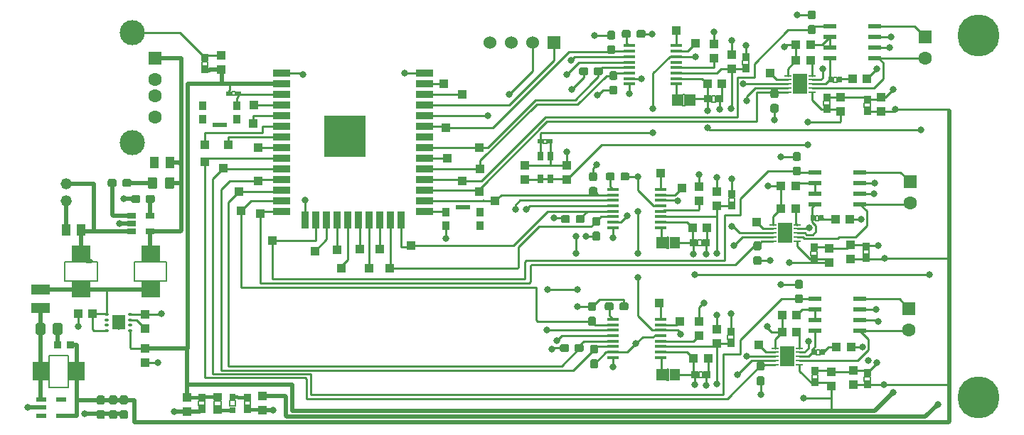
<source format=gtl>
G04 #@! TF.GenerationSoftware,KiCad,Pcbnew,(5.1.5)-3*
G04 #@! TF.CreationDate,2020-09-03T10:53:21+10:00*
G04 #@! TF.ProjectId,Boni_3.0_1,426f6e69-5f33-42e3-905f-312e6b696361,rev?*
G04 #@! TF.SameCoordinates,Original*
G04 #@! TF.FileFunction,Copper,L1,Top*
G04 #@! TF.FilePolarity,Positive*
%FSLAX46Y46*%
G04 Gerber Fmt 4.6, Leading zero omitted, Abs format (unit mm)*
G04 Created by KiCad (PCBNEW (5.1.5)-3) date 2020-09-03 10:53:21*
%MOMM*%
%LPD*%
G04 APERTURE LIST*
G04 #@! TA.AperFunction,EtchedComponent*
%ADD10C,0.152400*%
G04 #@! TD*
G04 #@! TA.AperFunction,ComponentPad*
%ADD11C,5.000000*%
G04 #@! TD*
G04 #@! TA.AperFunction,SMDPad,CuDef*
%ADD12R,0.660400X0.508000*%
G04 #@! TD*
G04 #@! TA.AperFunction,SMDPad,CuDef*
%ADD13C,0.100000*%
G04 #@! TD*
G04 #@! TA.AperFunction,SMDPad,CuDef*
%ADD14R,1.000000X1.000000*%
G04 #@! TD*
G04 #@! TA.AperFunction,SMDPad,CuDef*
%ADD15R,1.955800X2.260600*%
G04 #@! TD*
G04 #@! TA.AperFunction,SMDPad,CuDef*
%ADD16R,2.260600X1.955800*%
G04 #@! TD*
G04 #@! TA.AperFunction,SMDPad,CuDef*
%ADD17R,0.990600X0.863600*%
G04 #@! TD*
G04 #@! TA.AperFunction,SMDPad,CuDef*
%ADD18R,2.000000X0.900000*%
G04 #@! TD*
G04 #@! TA.AperFunction,SMDPad,CuDef*
%ADD19R,0.900000X2.000000*%
G04 #@! TD*
G04 #@! TA.AperFunction,SMDPad,CuDef*
%ADD20R,5.000000X5.000000*%
G04 #@! TD*
G04 #@! TA.AperFunction,ComponentPad*
%ADD21C,1.600000*%
G04 #@! TD*
G04 #@! TA.AperFunction,ComponentPad*
%ADD22R,1.500000X1.600000*%
G04 #@! TD*
G04 #@! TA.AperFunction,ComponentPad*
%ADD23C,3.000000*%
G04 #@! TD*
G04 #@! TA.AperFunction,ComponentPad*
%ADD24R,1.000000X1.000000*%
G04 #@! TD*
G04 #@! TA.AperFunction,SMDPad,CuDef*
%ADD25R,1.498600X0.558800*%
G04 #@! TD*
G04 #@! TA.AperFunction,SMDPad,CuDef*
%ADD26R,0.812800X0.254000*%
G04 #@! TD*
G04 #@! TA.AperFunction,SMDPad,CuDef*
%ADD27R,1.752600X2.489200*%
G04 #@! TD*
G04 #@! TA.AperFunction,SMDPad,CuDef*
%ADD28R,0.800000X1.050000*%
G04 #@! TD*
G04 #@! TA.AperFunction,SMDPad,CuDef*
%ADD29R,1.473200X0.355600*%
G04 #@! TD*
G04 #@! TA.AperFunction,SMDPad,CuDef*
%ADD30R,1.270000X0.508000*%
G04 #@! TD*
G04 #@! TA.AperFunction,SMDPad,CuDef*
%ADD31O,0.599999X0.299999*%
G04 #@! TD*
G04 #@! TA.AperFunction,SMDPad,CuDef*
%ADD32R,1.500000X1.749999*%
G04 #@! TD*
G04 #@! TA.AperFunction,ComponentPad*
%ADD33C,0.499999*%
G04 #@! TD*
G04 #@! TA.AperFunction,SMDPad,CuDef*
%ADD34R,1.060000X0.650000*%
G04 #@! TD*
G04 #@! TA.AperFunction,SMDPad,CuDef*
%ADD35R,0.900000X1.000000*%
G04 #@! TD*
G04 #@! TA.AperFunction,SMDPad,CuDef*
%ADD36R,1.700000X0.550000*%
G04 #@! TD*
G04 #@! TA.AperFunction,SMDPad,CuDef*
%ADD37R,0.584200X0.685800*%
G04 #@! TD*
G04 #@! TA.AperFunction,SMDPad,CuDef*
%ADD38R,0.799998X0.755599*%
G04 #@! TD*
G04 #@! TA.AperFunction,SMDPad,CuDef*
%ADD39R,2.220000X1.240000*%
G04 #@! TD*
G04 #@! TA.AperFunction,ComponentPad*
%ADD40R,1.600000X1.600000*%
G04 #@! TD*
G04 #@! TA.AperFunction,ComponentPad*
%ADD41R,1.530000X1.530000*%
G04 #@! TD*
G04 #@! TA.AperFunction,ComponentPad*
%ADD42C,1.530000*%
G04 #@! TD*
G04 #@! TA.AperFunction,ComponentPad*
%ADD43C,1.320800*%
G04 #@! TD*
G04 #@! TA.AperFunction,SMDPad,CuDef*
%ADD44R,1.000000X1.100000*%
G04 #@! TD*
G04 #@! TA.AperFunction,SMDPad,CuDef*
%ADD45R,0.812800X0.863600*%
G04 #@! TD*
G04 #@! TA.AperFunction,SMDPad,CuDef*
%ADD46R,1.100000X1.000000*%
G04 #@! TD*
G04 #@! TA.AperFunction,SMDPad,CuDef*
%ADD47R,1.305598X1.449997*%
G04 #@! TD*
G04 #@! TA.AperFunction,SMDPad,CuDef*
%ADD48R,0.863600X0.812800*%
G04 #@! TD*
G04 #@! TA.AperFunction,SMDPad,CuDef*
%ADD49R,0.890000X0.930000*%
G04 #@! TD*
G04 #@! TA.AperFunction,SMDPad,CuDef*
%ADD50R,1.080000X1.420000*%
G04 #@! TD*
G04 #@! TA.AperFunction,ViaPad*
%ADD51C,0.800000*%
G04 #@! TD*
G04 #@! TA.AperFunction,Conductor*
%ADD52C,0.508000*%
G04 #@! TD*
G04 #@! TA.AperFunction,Conductor*
%ADD53C,0.254000*%
G04 #@! TD*
G04 #@! TA.AperFunction,Conductor*
%ADD54C,0.381000*%
G04 #@! TD*
G04 #@! TA.AperFunction,Conductor*
%ADD55C,0.250000*%
G04 #@! TD*
G04 APERTURE END LIST*
D10*
G04 #@! TO.C,R6*
X137617200Y-79705200D02*
X137617200Y-79298800D01*
X137972800Y-79705200D02*
X137617200Y-79705200D01*
X137972800Y-79298800D02*
X137972800Y-79705200D01*
X137617200Y-79298800D02*
X137972800Y-79298800D01*
G04 #@! TO.C,D3*
X81026000Y-105003600D02*
X81026000Y-108864400D01*
X78740000Y-105003600D02*
X81026000Y-105003600D01*
X78740000Y-108864400D02*
X78740000Y-105003600D01*
X81026000Y-108864400D02*
X78740000Y-108864400D01*
G04 #@! TO.C,D2*
X84480400Y-96139000D02*
X80619600Y-96139000D01*
X84480400Y-93853000D02*
X84480400Y-96139000D01*
X80619600Y-93853000D02*
X84480400Y-93853000D01*
X80619600Y-96139000D02*
X80619600Y-93853000D01*
G04 #@! TO.C,D1*
X92735400Y-96139000D02*
X88874600Y-96139000D01*
X92735400Y-93853000D02*
X92735400Y-96139000D01*
X88874600Y-93853000D02*
X92735400Y-93853000D01*
X88874600Y-96139000D02*
X88874600Y-93853000D01*
G04 #@! TO.C,FB1*
X98361500Y-111061500D02*
X98361500Y-110426500D01*
X98361500Y-110426500D02*
X99250500Y-110426500D01*
X99250500Y-110426500D02*
X99250500Y-111061500D01*
X99250500Y-111061500D02*
X98361500Y-111061500D01*
G04 #@! TO.C,R26*
X170103800Y-104940100D02*
X170103800Y-104355900D01*
X170510200Y-104940100D02*
X170103800Y-104940100D01*
X170510200Y-104355900D02*
X170510200Y-104940100D01*
X170103800Y-104355900D02*
X170510200Y-104355900D01*
G04 #@! TO.C,R23*
X169976800Y-88938100D02*
X169976800Y-88353900D01*
X170383200Y-88938100D02*
X169976800Y-88938100D01*
X170383200Y-88353900D02*
X170383200Y-88938100D01*
X169976800Y-88353900D02*
X170383200Y-88353900D01*
G04 #@! TO.C,R20*
X172135800Y-71843900D02*
X172542200Y-71843900D01*
X172542200Y-71843900D02*
X172542200Y-72428100D01*
X172542200Y-72428100D02*
X172135800Y-72428100D01*
X172135800Y-72428100D02*
X172135800Y-71843900D01*
G04 #@! TO.C,R5*
X100234801Y-110394801D02*
X100933199Y-110394801D01*
X100234801Y-111093199D02*
X100234801Y-110394801D01*
X100933199Y-111093199D02*
X100234801Y-111093199D01*
X100933199Y-110394801D02*
X100933199Y-111093199D01*
G04 #@! TO.C,R4*
X100533200Y-73990200D02*
X100533200Y-73583800D01*
X100888800Y-73990200D02*
X100533200Y-73990200D01*
X100888800Y-73583800D02*
X100888800Y-73990200D01*
X100533200Y-73583800D02*
X100888800Y-73583800D01*
G04 #@! TO.C,C55*
X176504600Y-108064300D02*
X175793400Y-108064300D01*
X176504600Y-107581700D02*
X176504600Y-108064300D01*
X175793400Y-107581700D02*
X176504600Y-107581700D01*
X175793400Y-108064300D02*
X175793400Y-107581700D01*
G04 #@! TO.C,C50*
X170281600Y-107810300D02*
X169570400Y-107810300D01*
X170281600Y-107327700D02*
X170281600Y-107810300D01*
X169570400Y-107327700D02*
X170281600Y-107327700D01*
X169570400Y-107810300D02*
X169570400Y-107327700D01*
G04 #@! TO.C,C48*
X176377600Y-92951300D02*
X175666400Y-92951300D01*
X176377600Y-92468700D02*
X176377600Y-92951300D01*
X175666400Y-92468700D02*
X176377600Y-92468700D01*
X175666400Y-92951300D02*
X175666400Y-92468700D01*
G04 #@! TO.C,C43*
X170154600Y-93078300D02*
X169443400Y-93078300D01*
X170154600Y-92595700D02*
X170154600Y-93078300D01*
X169443400Y-92595700D02*
X170154600Y-92595700D01*
X169443400Y-93078300D02*
X169443400Y-92595700D01*
G04 #@! TO.C,C41*
X175793400Y-75425300D02*
X175793400Y-74942700D01*
X175793400Y-74942700D02*
X176504600Y-74942700D01*
X176504600Y-74942700D02*
X176504600Y-75425300D01*
X176504600Y-75425300D02*
X175793400Y-75425300D01*
G04 #@! TO.C,C36*
X170967400Y-75171300D02*
X170967400Y-74688700D01*
X170967400Y-74688700D02*
X171678600Y-74688700D01*
X171678600Y-74688700D02*
X171678600Y-75171300D01*
X171678600Y-75171300D02*
X170967400Y-75171300D01*
G04 #@! TO.C,C34*
X152300800Y-107989199D02*
X152300800Y-106640801D01*
X152499200Y-107989199D02*
X152300800Y-107989199D01*
X152499200Y-106640801D02*
X152499200Y-107989199D01*
X152300800Y-106640801D02*
X152499200Y-106640801D01*
G04 #@! TO.C,C32*
X160248600Y-103111300D02*
X159537400Y-103111300D01*
X160248600Y-102628700D02*
X160248600Y-103111300D01*
X159537400Y-102628700D02*
X160248600Y-102628700D01*
X159537400Y-103111300D02*
X159537400Y-102628700D01*
G04 #@! TO.C,C30*
X156095700Y-107670600D02*
X156095700Y-106959400D01*
X156578300Y-107670600D02*
X156095700Y-107670600D01*
X156578300Y-106959400D02*
X156578300Y-107670600D01*
X156095700Y-106959400D02*
X156578300Y-106959400D01*
G04 #@! TO.C,C28*
X152300800Y-92241199D02*
X152300800Y-90892801D01*
X152499200Y-92241199D02*
X152300800Y-92241199D01*
X152499200Y-90892801D02*
X152499200Y-92241199D01*
X152300800Y-90892801D02*
X152499200Y-90892801D01*
G04 #@! TO.C,C26*
X160375600Y-86728300D02*
X159664400Y-86728300D01*
X160375600Y-86245700D02*
X160375600Y-86728300D01*
X159664400Y-86245700D02*
X160375600Y-86245700D01*
X159664400Y-86728300D02*
X159664400Y-86245700D01*
G04 #@! TO.C,C24*
X155968700Y-91922600D02*
X155968700Y-91211400D01*
X156451300Y-91922600D02*
X155968700Y-91922600D01*
X156451300Y-91211400D02*
X156451300Y-91922600D01*
X155968700Y-91211400D02*
X156451300Y-91211400D01*
G04 #@! TO.C,C22*
X154205800Y-73874801D02*
X154404200Y-73874801D01*
X154404200Y-73874801D02*
X154404200Y-75223199D01*
X154404200Y-75223199D02*
X154205800Y-75223199D01*
X154205800Y-75223199D02*
X154205800Y-73874801D01*
G04 #@! TO.C,C20*
X161315400Y-70345300D02*
X161315400Y-69862700D01*
X161315400Y-69862700D02*
X162026600Y-69862700D01*
X162026600Y-69862700D02*
X162026600Y-70345300D01*
X162026600Y-70345300D02*
X161315400Y-70345300D01*
G04 #@! TO.C,C18*
X157619700Y-74066400D02*
X158102300Y-74066400D01*
X158102300Y-74066400D02*
X158102300Y-74777600D01*
X158102300Y-74777600D02*
X157619700Y-74777600D01*
X157619700Y-74777600D02*
X157619700Y-74066400D01*
G04 #@! TO.C,C14*
X102006400Y-110502700D02*
X102717600Y-110502700D01*
X102006400Y-110985300D02*
X102006400Y-110502700D01*
X102717600Y-110985300D02*
X102006400Y-110985300D01*
X102717600Y-110502700D02*
X102717600Y-110985300D01*
G04 #@! TO.C,C12*
X96545400Y-110502700D02*
X97256600Y-110502700D01*
X96545400Y-110985300D02*
X96545400Y-110502700D01*
X97256600Y-110985300D02*
X96545400Y-110985300D01*
X97256600Y-110502700D02*
X97256600Y-110985300D01*
G04 #@! TO.C,C10*
X97637600Y-70472300D02*
X96926400Y-70472300D01*
X97637600Y-69989700D02*
X97637600Y-70472300D01*
X96926400Y-69989700D02*
X97637600Y-69989700D01*
X96926400Y-70472300D02*
X96926400Y-69989700D01*
G04 #@! TD*
D11*
G04 #@! TO.P,Drill1,Drill1*
G04 #@! TO.N,N/C*
X189420500Y-110045500D03*
G04 #@! TD*
G04 #@! TO.P,Drill1,Drill1*
G04 #@! TO.N,N/C*
X189420500Y-66865500D03*
G04 #@! TD*
D12*
G04 #@! TO.P,R6,1*
G04 #@! TO.N,Net-(R6-Pad1)*
X137236200Y-79502000D03*
G04 #@! TO.P,R6,2*
G04 #@! TO.N,GND*
X138353800Y-79502000D03*
G04 #@! TD*
G04 #@! TA.AperFunction,SMDPad,CuDef*
D13*
G04 #@! TO.P,R27,2*
G04 #@! TO.N,GND*
G36*
X168281779Y-96010144D02*
G01*
X168304834Y-96013563D01*
X168327443Y-96019227D01*
X168349387Y-96027079D01*
X168370457Y-96037044D01*
X168390448Y-96049026D01*
X168409168Y-96062910D01*
X168426438Y-96078562D01*
X168442090Y-96095832D01*
X168455974Y-96114552D01*
X168467956Y-96134543D01*
X168477921Y-96155613D01*
X168485773Y-96177557D01*
X168491437Y-96200166D01*
X168494856Y-96223221D01*
X168496000Y-96246500D01*
X168496000Y-96821500D01*
X168494856Y-96844779D01*
X168491437Y-96867834D01*
X168485773Y-96890443D01*
X168477921Y-96912387D01*
X168467956Y-96933457D01*
X168455974Y-96953448D01*
X168442090Y-96972168D01*
X168426438Y-96989438D01*
X168409168Y-97005090D01*
X168390448Y-97018974D01*
X168370457Y-97030956D01*
X168349387Y-97040921D01*
X168327443Y-97048773D01*
X168304834Y-97054437D01*
X168281779Y-97057856D01*
X168258500Y-97059000D01*
X167783500Y-97059000D01*
X167760221Y-97057856D01*
X167737166Y-97054437D01*
X167714557Y-97048773D01*
X167692613Y-97040921D01*
X167671543Y-97030956D01*
X167651552Y-97018974D01*
X167632832Y-97005090D01*
X167615562Y-96989438D01*
X167599910Y-96972168D01*
X167586026Y-96953448D01*
X167574044Y-96933457D01*
X167564079Y-96912387D01*
X167556227Y-96890443D01*
X167550563Y-96867834D01*
X167547144Y-96844779D01*
X167546000Y-96821500D01*
X167546000Y-96246500D01*
X167547144Y-96223221D01*
X167550563Y-96200166D01*
X167556227Y-96177557D01*
X167564079Y-96155613D01*
X167574044Y-96134543D01*
X167586026Y-96114552D01*
X167599910Y-96095832D01*
X167615562Y-96078562D01*
X167632832Y-96062910D01*
X167651552Y-96049026D01*
X167671543Y-96037044D01*
X167692613Y-96027079D01*
X167714557Y-96019227D01*
X167737166Y-96013563D01*
X167760221Y-96010144D01*
X167783500Y-96009000D01*
X168258500Y-96009000D01*
X168281779Y-96010144D01*
G37*
G04 #@! TD.AperFunction*
G04 #@! TA.AperFunction,SMDPad,CuDef*
G04 #@! TO.P,R27,1*
G04 #@! TO.N,ENABLE3*
G36*
X168281779Y-97760144D02*
G01*
X168304834Y-97763563D01*
X168327443Y-97769227D01*
X168349387Y-97777079D01*
X168370457Y-97787044D01*
X168390448Y-97799026D01*
X168409168Y-97812910D01*
X168426438Y-97828562D01*
X168442090Y-97845832D01*
X168455974Y-97864552D01*
X168467956Y-97884543D01*
X168477921Y-97905613D01*
X168485773Y-97927557D01*
X168491437Y-97950166D01*
X168494856Y-97973221D01*
X168496000Y-97996500D01*
X168496000Y-98571500D01*
X168494856Y-98594779D01*
X168491437Y-98617834D01*
X168485773Y-98640443D01*
X168477921Y-98662387D01*
X168467956Y-98683457D01*
X168455974Y-98703448D01*
X168442090Y-98722168D01*
X168426438Y-98739438D01*
X168409168Y-98755090D01*
X168390448Y-98768974D01*
X168370457Y-98780956D01*
X168349387Y-98790921D01*
X168327443Y-98798773D01*
X168304834Y-98804437D01*
X168281779Y-98807856D01*
X168258500Y-98809000D01*
X167783500Y-98809000D01*
X167760221Y-98807856D01*
X167737166Y-98804437D01*
X167714557Y-98798773D01*
X167692613Y-98790921D01*
X167671543Y-98780956D01*
X167651552Y-98768974D01*
X167632832Y-98755090D01*
X167615562Y-98739438D01*
X167599910Y-98722168D01*
X167586026Y-98703448D01*
X167574044Y-98683457D01*
X167564079Y-98662387D01*
X167556227Y-98640443D01*
X167550563Y-98617834D01*
X167547144Y-98594779D01*
X167546000Y-98571500D01*
X167546000Y-97996500D01*
X167547144Y-97973221D01*
X167550563Y-97950166D01*
X167556227Y-97927557D01*
X167564079Y-97905613D01*
X167574044Y-97884543D01*
X167586026Y-97864552D01*
X167599910Y-97845832D01*
X167615562Y-97828562D01*
X167632832Y-97812910D01*
X167651552Y-97799026D01*
X167671543Y-97787044D01*
X167692613Y-97777079D01*
X167714557Y-97769227D01*
X167737166Y-97763563D01*
X167760221Y-97760144D01*
X167783500Y-97759000D01*
X168258500Y-97759000D01*
X168281779Y-97760144D01*
G37*
G04 #@! TD.AperFunction*
G04 #@! TD*
G04 #@! TA.AperFunction,SMDPad,CuDef*
G04 #@! TO.P,R25,2*
G04 #@! TO.N,GND*
G36*
X163709779Y-107539144D02*
G01*
X163732834Y-107542563D01*
X163755443Y-107548227D01*
X163777387Y-107556079D01*
X163798457Y-107566044D01*
X163818448Y-107578026D01*
X163837168Y-107591910D01*
X163854438Y-107607562D01*
X163870090Y-107624832D01*
X163883974Y-107643552D01*
X163895956Y-107663543D01*
X163905921Y-107684613D01*
X163913773Y-107706557D01*
X163919437Y-107729166D01*
X163922856Y-107752221D01*
X163924000Y-107775500D01*
X163924000Y-108350500D01*
X163922856Y-108373779D01*
X163919437Y-108396834D01*
X163913773Y-108419443D01*
X163905921Y-108441387D01*
X163895956Y-108462457D01*
X163883974Y-108482448D01*
X163870090Y-108501168D01*
X163854438Y-108518438D01*
X163837168Y-108534090D01*
X163818448Y-108547974D01*
X163798457Y-108559956D01*
X163777387Y-108569921D01*
X163755443Y-108577773D01*
X163732834Y-108583437D01*
X163709779Y-108586856D01*
X163686500Y-108588000D01*
X163211500Y-108588000D01*
X163188221Y-108586856D01*
X163165166Y-108583437D01*
X163142557Y-108577773D01*
X163120613Y-108569921D01*
X163099543Y-108559956D01*
X163079552Y-108547974D01*
X163060832Y-108534090D01*
X163043562Y-108518438D01*
X163027910Y-108501168D01*
X163014026Y-108482448D01*
X163002044Y-108462457D01*
X162992079Y-108441387D01*
X162984227Y-108419443D01*
X162978563Y-108396834D01*
X162975144Y-108373779D01*
X162974000Y-108350500D01*
X162974000Y-107775500D01*
X162975144Y-107752221D01*
X162978563Y-107729166D01*
X162984227Y-107706557D01*
X162992079Y-107684613D01*
X163002044Y-107663543D01*
X163014026Y-107643552D01*
X163027910Y-107624832D01*
X163043562Y-107607562D01*
X163060832Y-107591910D01*
X163079552Y-107578026D01*
X163099543Y-107566044D01*
X163120613Y-107556079D01*
X163142557Y-107548227D01*
X163165166Y-107542563D01*
X163188221Y-107539144D01*
X163211500Y-107538000D01*
X163686500Y-107538000D01*
X163709779Y-107539144D01*
G37*
G04 #@! TD.AperFunction*
G04 #@! TA.AperFunction,SMDPad,CuDef*
G04 #@! TO.P,R25,1*
G04 #@! TO.N,SYNC3*
G36*
X163709779Y-105789144D02*
G01*
X163732834Y-105792563D01*
X163755443Y-105798227D01*
X163777387Y-105806079D01*
X163798457Y-105816044D01*
X163818448Y-105828026D01*
X163837168Y-105841910D01*
X163854438Y-105857562D01*
X163870090Y-105874832D01*
X163883974Y-105893552D01*
X163895956Y-105913543D01*
X163905921Y-105934613D01*
X163913773Y-105956557D01*
X163919437Y-105979166D01*
X163922856Y-106002221D01*
X163924000Y-106025500D01*
X163924000Y-106600500D01*
X163922856Y-106623779D01*
X163919437Y-106646834D01*
X163913773Y-106669443D01*
X163905921Y-106691387D01*
X163895956Y-106712457D01*
X163883974Y-106732448D01*
X163870090Y-106751168D01*
X163854438Y-106768438D01*
X163837168Y-106784090D01*
X163818448Y-106797974D01*
X163798457Y-106809956D01*
X163777387Y-106819921D01*
X163755443Y-106827773D01*
X163732834Y-106833437D01*
X163709779Y-106836856D01*
X163686500Y-106838000D01*
X163211500Y-106838000D01*
X163188221Y-106836856D01*
X163165166Y-106833437D01*
X163142557Y-106827773D01*
X163120613Y-106819921D01*
X163099543Y-106809956D01*
X163079552Y-106797974D01*
X163060832Y-106784090D01*
X163043562Y-106768438D01*
X163027910Y-106751168D01*
X163014026Y-106732448D01*
X163002044Y-106712457D01*
X162992079Y-106691387D01*
X162984227Y-106669443D01*
X162978563Y-106646834D01*
X162975144Y-106623779D01*
X162974000Y-106600500D01*
X162974000Y-106025500D01*
X162975144Y-106002221D01*
X162978563Y-105979166D01*
X162984227Y-105956557D01*
X162992079Y-105934613D01*
X163002044Y-105913543D01*
X163014026Y-105893552D01*
X163027910Y-105874832D01*
X163043562Y-105857562D01*
X163060832Y-105841910D01*
X163079552Y-105828026D01*
X163099543Y-105816044D01*
X163120613Y-105806079D01*
X163142557Y-105798227D01*
X163165166Y-105792563D01*
X163188221Y-105789144D01*
X163211500Y-105788000D01*
X163686500Y-105788000D01*
X163709779Y-105789144D01*
G37*
G04 #@! TD.AperFunction*
G04 #@! TD*
G04 #@! TA.AperFunction,SMDPad,CuDef*
G04 #@! TO.P,R24,2*
G04 #@! TO.N,GND*
G36*
X168027779Y-80770144D02*
G01*
X168050834Y-80773563D01*
X168073443Y-80779227D01*
X168095387Y-80787079D01*
X168116457Y-80797044D01*
X168136448Y-80809026D01*
X168155168Y-80822910D01*
X168172438Y-80838562D01*
X168188090Y-80855832D01*
X168201974Y-80874552D01*
X168213956Y-80894543D01*
X168223921Y-80915613D01*
X168231773Y-80937557D01*
X168237437Y-80960166D01*
X168240856Y-80983221D01*
X168242000Y-81006500D01*
X168242000Y-81581500D01*
X168240856Y-81604779D01*
X168237437Y-81627834D01*
X168231773Y-81650443D01*
X168223921Y-81672387D01*
X168213956Y-81693457D01*
X168201974Y-81713448D01*
X168188090Y-81732168D01*
X168172438Y-81749438D01*
X168155168Y-81765090D01*
X168136448Y-81778974D01*
X168116457Y-81790956D01*
X168095387Y-81800921D01*
X168073443Y-81808773D01*
X168050834Y-81814437D01*
X168027779Y-81817856D01*
X168004500Y-81819000D01*
X167529500Y-81819000D01*
X167506221Y-81817856D01*
X167483166Y-81814437D01*
X167460557Y-81808773D01*
X167438613Y-81800921D01*
X167417543Y-81790956D01*
X167397552Y-81778974D01*
X167378832Y-81765090D01*
X167361562Y-81749438D01*
X167345910Y-81732168D01*
X167332026Y-81713448D01*
X167320044Y-81693457D01*
X167310079Y-81672387D01*
X167302227Y-81650443D01*
X167296563Y-81627834D01*
X167293144Y-81604779D01*
X167292000Y-81581500D01*
X167292000Y-81006500D01*
X167293144Y-80983221D01*
X167296563Y-80960166D01*
X167302227Y-80937557D01*
X167310079Y-80915613D01*
X167320044Y-80894543D01*
X167332026Y-80874552D01*
X167345910Y-80855832D01*
X167361562Y-80838562D01*
X167378832Y-80822910D01*
X167397552Y-80809026D01*
X167417543Y-80797044D01*
X167438613Y-80787079D01*
X167460557Y-80779227D01*
X167483166Y-80773563D01*
X167506221Y-80770144D01*
X167529500Y-80769000D01*
X168004500Y-80769000D01*
X168027779Y-80770144D01*
G37*
G04 #@! TD.AperFunction*
G04 #@! TA.AperFunction,SMDPad,CuDef*
G04 #@! TO.P,R24,1*
G04 #@! TO.N,ENABLE2*
G36*
X168027779Y-82520144D02*
G01*
X168050834Y-82523563D01*
X168073443Y-82529227D01*
X168095387Y-82537079D01*
X168116457Y-82547044D01*
X168136448Y-82559026D01*
X168155168Y-82572910D01*
X168172438Y-82588562D01*
X168188090Y-82605832D01*
X168201974Y-82624552D01*
X168213956Y-82644543D01*
X168223921Y-82665613D01*
X168231773Y-82687557D01*
X168237437Y-82710166D01*
X168240856Y-82733221D01*
X168242000Y-82756500D01*
X168242000Y-83331500D01*
X168240856Y-83354779D01*
X168237437Y-83377834D01*
X168231773Y-83400443D01*
X168223921Y-83422387D01*
X168213956Y-83443457D01*
X168201974Y-83463448D01*
X168188090Y-83482168D01*
X168172438Y-83499438D01*
X168155168Y-83515090D01*
X168136448Y-83528974D01*
X168116457Y-83540956D01*
X168095387Y-83550921D01*
X168073443Y-83558773D01*
X168050834Y-83564437D01*
X168027779Y-83567856D01*
X168004500Y-83569000D01*
X167529500Y-83569000D01*
X167506221Y-83567856D01*
X167483166Y-83564437D01*
X167460557Y-83558773D01*
X167438613Y-83550921D01*
X167417543Y-83540956D01*
X167397552Y-83528974D01*
X167378832Y-83515090D01*
X167361562Y-83499438D01*
X167345910Y-83482168D01*
X167332026Y-83463448D01*
X167320044Y-83443457D01*
X167310079Y-83422387D01*
X167302227Y-83400443D01*
X167296563Y-83377834D01*
X167293144Y-83354779D01*
X167292000Y-83331500D01*
X167292000Y-82756500D01*
X167293144Y-82733221D01*
X167296563Y-82710166D01*
X167302227Y-82687557D01*
X167310079Y-82665613D01*
X167320044Y-82644543D01*
X167332026Y-82624552D01*
X167345910Y-82605832D01*
X167361562Y-82588562D01*
X167378832Y-82572910D01*
X167397552Y-82559026D01*
X167417543Y-82547044D01*
X167438613Y-82537079D01*
X167460557Y-82529227D01*
X167483166Y-82523563D01*
X167506221Y-82520144D01*
X167529500Y-82519000D01*
X168004500Y-82519000D01*
X168027779Y-82520144D01*
G37*
G04 #@! TD.AperFunction*
G04 #@! TD*
G04 #@! TA.AperFunction,SMDPad,CuDef*
G04 #@! TO.P,R22,2*
G04 #@! TO.N,GND*
G36*
X163328779Y-93188144D02*
G01*
X163351834Y-93191563D01*
X163374443Y-93197227D01*
X163396387Y-93205079D01*
X163417457Y-93215044D01*
X163437448Y-93227026D01*
X163456168Y-93240910D01*
X163473438Y-93256562D01*
X163489090Y-93273832D01*
X163502974Y-93292552D01*
X163514956Y-93312543D01*
X163524921Y-93333613D01*
X163532773Y-93355557D01*
X163538437Y-93378166D01*
X163541856Y-93401221D01*
X163543000Y-93424500D01*
X163543000Y-93999500D01*
X163541856Y-94022779D01*
X163538437Y-94045834D01*
X163532773Y-94068443D01*
X163524921Y-94090387D01*
X163514956Y-94111457D01*
X163502974Y-94131448D01*
X163489090Y-94150168D01*
X163473438Y-94167438D01*
X163456168Y-94183090D01*
X163437448Y-94196974D01*
X163417457Y-94208956D01*
X163396387Y-94218921D01*
X163374443Y-94226773D01*
X163351834Y-94232437D01*
X163328779Y-94235856D01*
X163305500Y-94237000D01*
X162830500Y-94237000D01*
X162807221Y-94235856D01*
X162784166Y-94232437D01*
X162761557Y-94226773D01*
X162739613Y-94218921D01*
X162718543Y-94208956D01*
X162698552Y-94196974D01*
X162679832Y-94183090D01*
X162662562Y-94167438D01*
X162646910Y-94150168D01*
X162633026Y-94131448D01*
X162621044Y-94111457D01*
X162611079Y-94090387D01*
X162603227Y-94068443D01*
X162597563Y-94045834D01*
X162594144Y-94022779D01*
X162593000Y-93999500D01*
X162593000Y-93424500D01*
X162594144Y-93401221D01*
X162597563Y-93378166D01*
X162603227Y-93355557D01*
X162611079Y-93333613D01*
X162621044Y-93312543D01*
X162633026Y-93292552D01*
X162646910Y-93273832D01*
X162662562Y-93256562D01*
X162679832Y-93240910D01*
X162698552Y-93227026D01*
X162718543Y-93215044D01*
X162739613Y-93205079D01*
X162761557Y-93197227D01*
X162784166Y-93191563D01*
X162807221Y-93188144D01*
X162830500Y-93187000D01*
X163305500Y-93187000D01*
X163328779Y-93188144D01*
G37*
G04 #@! TD.AperFunction*
G04 #@! TA.AperFunction,SMDPad,CuDef*
G04 #@! TO.P,R22,1*
G04 #@! TO.N,SYNC2*
G36*
X163328779Y-91438144D02*
G01*
X163351834Y-91441563D01*
X163374443Y-91447227D01*
X163396387Y-91455079D01*
X163417457Y-91465044D01*
X163437448Y-91477026D01*
X163456168Y-91490910D01*
X163473438Y-91506562D01*
X163489090Y-91523832D01*
X163502974Y-91542552D01*
X163514956Y-91562543D01*
X163524921Y-91583613D01*
X163532773Y-91605557D01*
X163538437Y-91628166D01*
X163541856Y-91651221D01*
X163543000Y-91674500D01*
X163543000Y-92249500D01*
X163541856Y-92272779D01*
X163538437Y-92295834D01*
X163532773Y-92318443D01*
X163524921Y-92340387D01*
X163514956Y-92361457D01*
X163502974Y-92381448D01*
X163489090Y-92400168D01*
X163473438Y-92417438D01*
X163456168Y-92433090D01*
X163437448Y-92446974D01*
X163417457Y-92458956D01*
X163396387Y-92468921D01*
X163374443Y-92476773D01*
X163351834Y-92482437D01*
X163328779Y-92485856D01*
X163305500Y-92487000D01*
X162830500Y-92487000D01*
X162807221Y-92485856D01*
X162784166Y-92482437D01*
X162761557Y-92476773D01*
X162739613Y-92468921D01*
X162718543Y-92458956D01*
X162698552Y-92446974D01*
X162679832Y-92433090D01*
X162662562Y-92417438D01*
X162646910Y-92400168D01*
X162633026Y-92381448D01*
X162621044Y-92361457D01*
X162611079Y-92340387D01*
X162603227Y-92318443D01*
X162597563Y-92295834D01*
X162594144Y-92272779D01*
X162593000Y-92249500D01*
X162593000Y-91674500D01*
X162594144Y-91651221D01*
X162597563Y-91628166D01*
X162603227Y-91605557D01*
X162611079Y-91583613D01*
X162621044Y-91562543D01*
X162633026Y-91542552D01*
X162646910Y-91523832D01*
X162662562Y-91506562D01*
X162679832Y-91490910D01*
X162698552Y-91477026D01*
X162718543Y-91465044D01*
X162739613Y-91455079D01*
X162761557Y-91447227D01*
X162784166Y-91441563D01*
X162807221Y-91438144D01*
X162830500Y-91437000D01*
X163305500Y-91437000D01*
X163328779Y-91438144D01*
G37*
G04 #@! TD.AperFunction*
G04 #@! TD*
G04 #@! TA.AperFunction,SMDPad,CuDef*
G04 #@! TO.P,R21,2*
G04 #@! TO.N,GND*
G36*
X169805779Y-63879144D02*
G01*
X169828834Y-63882563D01*
X169851443Y-63888227D01*
X169873387Y-63896079D01*
X169894457Y-63906044D01*
X169914448Y-63918026D01*
X169933168Y-63931910D01*
X169950438Y-63947562D01*
X169966090Y-63964832D01*
X169979974Y-63983552D01*
X169991956Y-64003543D01*
X170001921Y-64024613D01*
X170009773Y-64046557D01*
X170015437Y-64069166D01*
X170018856Y-64092221D01*
X170020000Y-64115500D01*
X170020000Y-64690500D01*
X170018856Y-64713779D01*
X170015437Y-64736834D01*
X170009773Y-64759443D01*
X170001921Y-64781387D01*
X169991956Y-64802457D01*
X169979974Y-64822448D01*
X169966090Y-64841168D01*
X169950438Y-64858438D01*
X169933168Y-64874090D01*
X169914448Y-64887974D01*
X169894457Y-64899956D01*
X169873387Y-64909921D01*
X169851443Y-64917773D01*
X169828834Y-64923437D01*
X169805779Y-64926856D01*
X169782500Y-64928000D01*
X169307500Y-64928000D01*
X169284221Y-64926856D01*
X169261166Y-64923437D01*
X169238557Y-64917773D01*
X169216613Y-64909921D01*
X169195543Y-64899956D01*
X169175552Y-64887974D01*
X169156832Y-64874090D01*
X169139562Y-64858438D01*
X169123910Y-64841168D01*
X169110026Y-64822448D01*
X169098044Y-64802457D01*
X169088079Y-64781387D01*
X169080227Y-64759443D01*
X169074563Y-64736834D01*
X169071144Y-64713779D01*
X169070000Y-64690500D01*
X169070000Y-64115500D01*
X169071144Y-64092221D01*
X169074563Y-64069166D01*
X169080227Y-64046557D01*
X169088079Y-64024613D01*
X169098044Y-64003543D01*
X169110026Y-63983552D01*
X169123910Y-63964832D01*
X169139562Y-63947562D01*
X169156832Y-63931910D01*
X169175552Y-63918026D01*
X169195543Y-63906044D01*
X169216613Y-63896079D01*
X169238557Y-63888227D01*
X169261166Y-63882563D01*
X169284221Y-63879144D01*
X169307500Y-63878000D01*
X169782500Y-63878000D01*
X169805779Y-63879144D01*
G37*
G04 #@! TD.AperFunction*
G04 #@! TA.AperFunction,SMDPad,CuDef*
G04 #@! TO.P,R21,1*
G04 #@! TO.N,ENABLE1*
G36*
X169805779Y-65629144D02*
G01*
X169828834Y-65632563D01*
X169851443Y-65638227D01*
X169873387Y-65646079D01*
X169894457Y-65656044D01*
X169914448Y-65668026D01*
X169933168Y-65681910D01*
X169950438Y-65697562D01*
X169966090Y-65714832D01*
X169979974Y-65733552D01*
X169991956Y-65753543D01*
X170001921Y-65774613D01*
X170009773Y-65796557D01*
X170015437Y-65819166D01*
X170018856Y-65842221D01*
X170020000Y-65865500D01*
X170020000Y-66440500D01*
X170018856Y-66463779D01*
X170015437Y-66486834D01*
X170009773Y-66509443D01*
X170001921Y-66531387D01*
X169991956Y-66552457D01*
X169979974Y-66572448D01*
X169966090Y-66591168D01*
X169950438Y-66608438D01*
X169933168Y-66624090D01*
X169914448Y-66637974D01*
X169894457Y-66649956D01*
X169873387Y-66659921D01*
X169851443Y-66667773D01*
X169828834Y-66673437D01*
X169805779Y-66676856D01*
X169782500Y-66678000D01*
X169307500Y-66678000D01*
X169284221Y-66676856D01*
X169261166Y-66673437D01*
X169238557Y-66667773D01*
X169216613Y-66659921D01*
X169195543Y-66649956D01*
X169175552Y-66637974D01*
X169156832Y-66624090D01*
X169139562Y-66608438D01*
X169123910Y-66591168D01*
X169110026Y-66572448D01*
X169098044Y-66552457D01*
X169088079Y-66531387D01*
X169080227Y-66509443D01*
X169074563Y-66486834D01*
X169071144Y-66463779D01*
X169070000Y-66440500D01*
X169070000Y-65865500D01*
X169071144Y-65842221D01*
X169074563Y-65819166D01*
X169080227Y-65796557D01*
X169088079Y-65774613D01*
X169098044Y-65753543D01*
X169110026Y-65733552D01*
X169123910Y-65714832D01*
X169139562Y-65697562D01*
X169156832Y-65681910D01*
X169175552Y-65668026D01*
X169195543Y-65656044D01*
X169216613Y-65646079D01*
X169238557Y-65638227D01*
X169261166Y-65632563D01*
X169284221Y-65629144D01*
X169307500Y-65628000D01*
X169782500Y-65628000D01*
X169805779Y-65629144D01*
G37*
G04 #@! TD.AperFunction*
G04 #@! TD*
G04 #@! TA.AperFunction,SMDPad,CuDef*
G04 #@! TO.P,R19,2*
G04 #@! TO.N,GND*
G36*
X165360779Y-75027144D02*
G01*
X165383834Y-75030563D01*
X165406443Y-75036227D01*
X165428387Y-75044079D01*
X165449457Y-75054044D01*
X165469448Y-75066026D01*
X165488168Y-75079910D01*
X165505438Y-75095562D01*
X165521090Y-75112832D01*
X165534974Y-75131552D01*
X165546956Y-75151543D01*
X165556921Y-75172613D01*
X165564773Y-75194557D01*
X165570437Y-75217166D01*
X165573856Y-75240221D01*
X165575000Y-75263500D01*
X165575000Y-75838500D01*
X165573856Y-75861779D01*
X165570437Y-75884834D01*
X165564773Y-75907443D01*
X165556921Y-75929387D01*
X165546956Y-75950457D01*
X165534974Y-75970448D01*
X165521090Y-75989168D01*
X165505438Y-76006438D01*
X165488168Y-76022090D01*
X165469448Y-76035974D01*
X165449457Y-76047956D01*
X165428387Y-76057921D01*
X165406443Y-76065773D01*
X165383834Y-76071437D01*
X165360779Y-76074856D01*
X165337500Y-76076000D01*
X164862500Y-76076000D01*
X164839221Y-76074856D01*
X164816166Y-76071437D01*
X164793557Y-76065773D01*
X164771613Y-76057921D01*
X164750543Y-76047956D01*
X164730552Y-76035974D01*
X164711832Y-76022090D01*
X164694562Y-76006438D01*
X164678910Y-75989168D01*
X164665026Y-75970448D01*
X164653044Y-75950457D01*
X164643079Y-75929387D01*
X164635227Y-75907443D01*
X164629563Y-75884834D01*
X164626144Y-75861779D01*
X164625000Y-75838500D01*
X164625000Y-75263500D01*
X164626144Y-75240221D01*
X164629563Y-75217166D01*
X164635227Y-75194557D01*
X164643079Y-75172613D01*
X164653044Y-75151543D01*
X164665026Y-75131552D01*
X164678910Y-75112832D01*
X164694562Y-75095562D01*
X164711832Y-75079910D01*
X164730552Y-75066026D01*
X164750543Y-75054044D01*
X164771613Y-75044079D01*
X164793557Y-75036227D01*
X164816166Y-75030563D01*
X164839221Y-75027144D01*
X164862500Y-75026000D01*
X165337500Y-75026000D01*
X165360779Y-75027144D01*
G37*
G04 #@! TD.AperFunction*
G04 #@! TA.AperFunction,SMDPad,CuDef*
G04 #@! TO.P,R19,1*
G04 #@! TO.N,SYNC1*
G36*
X165360779Y-73277144D02*
G01*
X165383834Y-73280563D01*
X165406443Y-73286227D01*
X165428387Y-73294079D01*
X165449457Y-73304044D01*
X165469448Y-73316026D01*
X165488168Y-73329910D01*
X165505438Y-73345562D01*
X165521090Y-73362832D01*
X165534974Y-73381552D01*
X165546956Y-73401543D01*
X165556921Y-73422613D01*
X165564773Y-73444557D01*
X165570437Y-73467166D01*
X165573856Y-73490221D01*
X165575000Y-73513500D01*
X165575000Y-74088500D01*
X165573856Y-74111779D01*
X165570437Y-74134834D01*
X165564773Y-74157443D01*
X165556921Y-74179387D01*
X165546956Y-74200457D01*
X165534974Y-74220448D01*
X165521090Y-74239168D01*
X165505438Y-74256438D01*
X165488168Y-74272090D01*
X165469448Y-74285974D01*
X165449457Y-74297956D01*
X165428387Y-74307921D01*
X165406443Y-74315773D01*
X165383834Y-74321437D01*
X165360779Y-74324856D01*
X165337500Y-74326000D01*
X164862500Y-74326000D01*
X164839221Y-74324856D01*
X164816166Y-74321437D01*
X164793557Y-74315773D01*
X164771613Y-74307921D01*
X164750543Y-74297956D01*
X164730552Y-74285974D01*
X164711832Y-74272090D01*
X164694562Y-74256438D01*
X164678910Y-74239168D01*
X164665026Y-74220448D01*
X164653044Y-74200457D01*
X164643079Y-74179387D01*
X164635227Y-74157443D01*
X164629563Y-74134834D01*
X164626144Y-74111779D01*
X164625000Y-74088500D01*
X164625000Y-73513500D01*
X164626144Y-73490221D01*
X164629563Y-73467166D01*
X164635227Y-73444557D01*
X164643079Y-73422613D01*
X164653044Y-73401543D01*
X164665026Y-73381552D01*
X164678910Y-73362832D01*
X164694562Y-73345562D01*
X164711832Y-73329910D01*
X164730552Y-73316026D01*
X164750543Y-73304044D01*
X164771613Y-73294079D01*
X164793557Y-73286227D01*
X164816166Y-73280563D01*
X164839221Y-73277144D01*
X164862500Y-73276000D01*
X165337500Y-73276000D01*
X165360779Y-73277144D01*
G37*
G04 #@! TD.AperFunction*
G04 #@! TD*
G04 #@! TA.AperFunction,SMDPad,CuDef*
G04 #@! TO.P,R18,2*
G04 #@! TO.N,GND*
G36*
X143643779Y-98677144D02*
G01*
X143666834Y-98680563D01*
X143689443Y-98686227D01*
X143711387Y-98694079D01*
X143732457Y-98704044D01*
X143752448Y-98716026D01*
X143771168Y-98729910D01*
X143788438Y-98745562D01*
X143804090Y-98762832D01*
X143817974Y-98781552D01*
X143829956Y-98801543D01*
X143839921Y-98822613D01*
X143847773Y-98844557D01*
X143853437Y-98867166D01*
X143856856Y-98890221D01*
X143858000Y-98913500D01*
X143858000Y-99488500D01*
X143856856Y-99511779D01*
X143853437Y-99534834D01*
X143847773Y-99557443D01*
X143839921Y-99579387D01*
X143829956Y-99600457D01*
X143817974Y-99620448D01*
X143804090Y-99639168D01*
X143788438Y-99656438D01*
X143771168Y-99672090D01*
X143752448Y-99685974D01*
X143732457Y-99697956D01*
X143711387Y-99707921D01*
X143689443Y-99715773D01*
X143666834Y-99721437D01*
X143643779Y-99724856D01*
X143620500Y-99726000D01*
X143145500Y-99726000D01*
X143122221Y-99724856D01*
X143099166Y-99721437D01*
X143076557Y-99715773D01*
X143054613Y-99707921D01*
X143033543Y-99697956D01*
X143013552Y-99685974D01*
X142994832Y-99672090D01*
X142977562Y-99656438D01*
X142961910Y-99639168D01*
X142948026Y-99620448D01*
X142936044Y-99600457D01*
X142926079Y-99579387D01*
X142918227Y-99557443D01*
X142912563Y-99534834D01*
X142909144Y-99511779D01*
X142908000Y-99488500D01*
X142908000Y-98913500D01*
X142909144Y-98890221D01*
X142912563Y-98867166D01*
X142918227Y-98844557D01*
X142926079Y-98822613D01*
X142936044Y-98801543D01*
X142948026Y-98781552D01*
X142961910Y-98762832D01*
X142977562Y-98745562D01*
X142994832Y-98729910D01*
X143013552Y-98716026D01*
X143033543Y-98704044D01*
X143054613Y-98694079D01*
X143076557Y-98686227D01*
X143099166Y-98680563D01*
X143122221Y-98677144D01*
X143145500Y-98676000D01*
X143620500Y-98676000D01*
X143643779Y-98677144D01*
G37*
G04 #@! TD.AperFunction*
G04 #@! TA.AperFunction,SMDPad,CuDef*
G04 #@! TO.P,R18,1*
G04 #@! TO.N,CTRL3*
G36*
X143643779Y-100427144D02*
G01*
X143666834Y-100430563D01*
X143689443Y-100436227D01*
X143711387Y-100444079D01*
X143732457Y-100454044D01*
X143752448Y-100466026D01*
X143771168Y-100479910D01*
X143788438Y-100495562D01*
X143804090Y-100512832D01*
X143817974Y-100531552D01*
X143829956Y-100551543D01*
X143839921Y-100572613D01*
X143847773Y-100594557D01*
X143853437Y-100617166D01*
X143856856Y-100640221D01*
X143858000Y-100663500D01*
X143858000Y-101238500D01*
X143856856Y-101261779D01*
X143853437Y-101284834D01*
X143847773Y-101307443D01*
X143839921Y-101329387D01*
X143829956Y-101350457D01*
X143817974Y-101370448D01*
X143804090Y-101389168D01*
X143788438Y-101406438D01*
X143771168Y-101422090D01*
X143752448Y-101435974D01*
X143732457Y-101447956D01*
X143711387Y-101457921D01*
X143689443Y-101465773D01*
X143666834Y-101471437D01*
X143643779Y-101474856D01*
X143620500Y-101476000D01*
X143145500Y-101476000D01*
X143122221Y-101474856D01*
X143099166Y-101471437D01*
X143076557Y-101465773D01*
X143054613Y-101457921D01*
X143033543Y-101447956D01*
X143013552Y-101435974D01*
X142994832Y-101422090D01*
X142977562Y-101406438D01*
X142961910Y-101389168D01*
X142948026Y-101370448D01*
X142936044Y-101350457D01*
X142926079Y-101329387D01*
X142918227Y-101307443D01*
X142912563Y-101284834D01*
X142909144Y-101261779D01*
X142908000Y-101238500D01*
X142908000Y-100663500D01*
X142909144Y-100640221D01*
X142912563Y-100617166D01*
X142918227Y-100594557D01*
X142926079Y-100572613D01*
X142936044Y-100551543D01*
X142948026Y-100531552D01*
X142961910Y-100512832D01*
X142977562Y-100495562D01*
X142994832Y-100479910D01*
X143013552Y-100466026D01*
X143033543Y-100454044D01*
X143054613Y-100444079D01*
X143076557Y-100436227D01*
X143099166Y-100430563D01*
X143122221Y-100427144D01*
X143145500Y-100426000D01*
X143620500Y-100426000D01*
X143643779Y-100427144D01*
G37*
G04 #@! TD.AperFunction*
G04 #@! TD*
G04 #@! TA.AperFunction,SMDPad,CuDef*
G04 #@! TO.P,R17,2*
G04 #@! TO.N,GND*
G36*
X147489779Y-98713144D02*
G01*
X147512834Y-98716563D01*
X147535443Y-98722227D01*
X147557387Y-98730079D01*
X147578457Y-98740044D01*
X147598448Y-98752026D01*
X147617168Y-98765910D01*
X147634438Y-98781562D01*
X147650090Y-98798832D01*
X147663974Y-98817552D01*
X147675956Y-98837543D01*
X147685921Y-98858613D01*
X147693773Y-98880557D01*
X147699437Y-98903166D01*
X147702856Y-98926221D01*
X147704000Y-98949500D01*
X147704000Y-99424500D01*
X147702856Y-99447779D01*
X147699437Y-99470834D01*
X147693773Y-99493443D01*
X147685921Y-99515387D01*
X147675956Y-99536457D01*
X147663974Y-99556448D01*
X147650090Y-99575168D01*
X147634438Y-99592438D01*
X147617168Y-99608090D01*
X147598448Y-99621974D01*
X147578457Y-99633956D01*
X147557387Y-99643921D01*
X147535443Y-99651773D01*
X147512834Y-99657437D01*
X147489779Y-99660856D01*
X147466500Y-99662000D01*
X146891500Y-99662000D01*
X146868221Y-99660856D01*
X146845166Y-99657437D01*
X146822557Y-99651773D01*
X146800613Y-99643921D01*
X146779543Y-99633956D01*
X146759552Y-99621974D01*
X146740832Y-99608090D01*
X146723562Y-99592438D01*
X146707910Y-99575168D01*
X146694026Y-99556448D01*
X146682044Y-99536457D01*
X146672079Y-99515387D01*
X146664227Y-99493443D01*
X146658563Y-99470834D01*
X146655144Y-99447779D01*
X146654000Y-99424500D01*
X146654000Y-98949500D01*
X146655144Y-98926221D01*
X146658563Y-98903166D01*
X146664227Y-98880557D01*
X146672079Y-98858613D01*
X146682044Y-98837543D01*
X146694026Y-98817552D01*
X146707910Y-98798832D01*
X146723562Y-98781562D01*
X146740832Y-98765910D01*
X146759552Y-98752026D01*
X146779543Y-98740044D01*
X146800613Y-98730079D01*
X146822557Y-98722227D01*
X146845166Y-98716563D01*
X146868221Y-98713144D01*
X146891500Y-98712000D01*
X147466500Y-98712000D01*
X147489779Y-98713144D01*
G37*
G04 #@! TD.AperFunction*
G04 #@! TA.AperFunction,SMDPad,CuDef*
G04 #@! TO.P,R17,1*
G04 #@! TO.N,Net-(R17-Pad1)*
G36*
X145739779Y-98713144D02*
G01*
X145762834Y-98716563D01*
X145785443Y-98722227D01*
X145807387Y-98730079D01*
X145828457Y-98740044D01*
X145848448Y-98752026D01*
X145867168Y-98765910D01*
X145884438Y-98781562D01*
X145900090Y-98798832D01*
X145913974Y-98817552D01*
X145925956Y-98837543D01*
X145935921Y-98858613D01*
X145943773Y-98880557D01*
X145949437Y-98903166D01*
X145952856Y-98926221D01*
X145954000Y-98949500D01*
X145954000Y-99424500D01*
X145952856Y-99447779D01*
X145949437Y-99470834D01*
X145943773Y-99493443D01*
X145935921Y-99515387D01*
X145925956Y-99536457D01*
X145913974Y-99556448D01*
X145900090Y-99575168D01*
X145884438Y-99592438D01*
X145867168Y-99608090D01*
X145848448Y-99621974D01*
X145828457Y-99633956D01*
X145807387Y-99643921D01*
X145785443Y-99651773D01*
X145762834Y-99657437D01*
X145739779Y-99660856D01*
X145716500Y-99662000D01*
X145141500Y-99662000D01*
X145118221Y-99660856D01*
X145095166Y-99657437D01*
X145072557Y-99651773D01*
X145050613Y-99643921D01*
X145029543Y-99633956D01*
X145009552Y-99621974D01*
X144990832Y-99608090D01*
X144973562Y-99592438D01*
X144957910Y-99575168D01*
X144944026Y-99556448D01*
X144932044Y-99536457D01*
X144922079Y-99515387D01*
X144914227Y-99493443D01*
X144908563Y-99470834D01*
X144905144Y-99447779D01*
X144904000Y-99424500D01*
X144904000Y-98949500D01*
X144905144Y-98926221D01*
X144908563Y-98903166D01*
X144914227Y-98880557D01*
X144922079Y-98858613D01*
X144932044Y-98837543D01*
X144944026Y-98817552D01*
X144957910Y-98798832D01*
X144973562Y-98781562D01*
X144990832Y-98765910D01*
X145009552Y-98752026D01*
X145029543Y-98740044D01*
X145050613Y-98730079D01*
X145072557Y-98722227D01*
X145095166Y-98716563D01*
X145118221Y-98713144D01*
X145141500Y-98712000D01*
X145716500Y-98712000D01*
X145739779Y-98713144D01*
G37*
G04 #@! TD.AperFunction*
G04 #@! TD*
G04 #@! TA.AperFunction,SMDPad,CuDef*
G04 #@! TO.P,R16,2*
G04 #@! TO.N,GND*
G36*
X143897779Y-105507144D02*
G01*
X143920834Y-105510563D01*
X143943443Y-105516227D01*
X143965387Y-105524079D01*
X143986457Y-105534044D01*
X144006448Y-105546026D01*
X144025168Y-105559910D01*
X144042438Y-105575562D01*
X144058090Y-105592832D01*
X144071974Y-105611552D01*
X144083956Y-105631543D01*
X144093921Y-105652613D01*
X144101773Y-105674557D01*
X144107437Y-105697166D01*
X144110856Y-105720221D01*
X144112000Y-105743500D01*
X144112000Y-106318500D01*
X144110856Y-106341779D01*
X144107437Y-106364834D01*
X144101773Y-106387443D01*
X144093921Y-106409387D01*
X144083956Y-106430457D01*
X144071974Y-106450448D01*
X144058090Y-106469168D01*
X144042438Y-106486438D01*
X144025168Y-106502090D01*
X144006448Y-106515974D01*
X143986457Y-106527956D01*
X143965387Y-106537921D01*
X143943443Y-106545773D01*
X143920834Y-106551437D01*
X143897779Y-106554856D01*
X143874500Y-106556000D01*
X143399500Y-106556000D01*
X143376221Y-106554856D01*
X143353166Y-106551437D01*
X143330557Y-106545773D01*
X143308613Y-106537921D01*
X143287543Y-106527956D01*
X143267552Y-106515974D01*
X143248832Y-106502090D01*
X143231562Y-106486438D01*
X143215910Y-106469168D01*
X143202026Y-106450448D01*
X143190044Y-106430457D01*
X143180079Y-106409387D01*
X143172227Y-106387443D01*
X143166563Y-106364834D01*
X143163144Y-106341779D01*
X143162000Y-106318500D01*
X143162000Y-105743500D01*
X143163144Y-105720221D01*
X143166563Y-105697166D01*
X143172227Y-105674557D01*
X143180079Y-105652613D01*
X143190044Y-105631543D01*
X143202026Y-105611552D01*
X143215910Y-105592832D01*
X143231562Y-105575562D01*
X143248832Y-105559910D01*
X143267552Y-105546026D01*
X143287543Y-105534044D01*
X143308613Y-105524079D01*
X143330557Y-105516227D01*
X143353166Y-105510563D01*
X143376221Y-105507144D01*
X143399500Y-105506000D01*
X143874500Y-105506000D01*
X143897779Y-105507144D01*
G37*
G04 #@! TD.AperFunction*
G04 #@! TA.AperFunction,SMDPad,CuDef*
G04 #@! TO.P,R16,1*
G04 #@! TO.N,STANDBY3*
G36*
X143897779Y-103757144D02*
G01*
X143920834Y-103760563D01*
X143943443Y-103766227D01*
X143965387Y-103774079D01*
X143986457Y-103784044D01*
X144006448Y-103796026D01*
X144025168Y-103809910D01*
X144042438Y-103825562D01*
X144058090Y-103842832D01*
X144071974Y-103861552D01*
X144083956Y-103881543D01*
X144093921Y-103902613D01*
X144101773Y-103924557D01*
X144107437Y-103947166D01*
X144110856Y-103970221D01*
X144112000Y-103993500D01*
X144112000Y-104568500D01*
X144110856Y-104591779D01*
X144107437Y-104614834D01*
X144101773Y-104637443D01*
X144093921Y-104659387D01*
X144083956Y-104680457D01*
X144071974Y-104700448D01*
X144058090Y-104719168D01*
X144042438Y-104736438D01*
X144025168Y-104752090D01*
X144006448Y-104765974D01*
X143986457Y-104777956D01*
X143965387Y-104787921D01*
X143943443Y-104795773D01*
X143920834Y-104801437D01*
X143897779Y-104804856D01*
X143874500Y-104806000D01*
X143399500Y-104806000D01*
X143376221Y-104804856D01*
X143353166Y-104801437D01*
X143330557Y-104795773D01*
X143308613Y-104787921D01*
X143287543Y-104777956D01*
X143267552Y-104765974D01*
X143248832Y-104752090D01*
X143231562Y-104736438D01*
X143215910Y-104719168D01*
X143202026Y-104700448D01*
X143190044Y-104680457D01*
X143180079Y-104659387D01*
X143172227Y-104637443D01*
X143166563Y-104614834D01*
X143163144Y-104591779D01*
X143162000Y-104568500D01*
X143162000Y-103993500D01*
X143163144Y-103970221D01*
X143166563Y-103947166D01*
X143172227Y-103924557D01*
X143180079Y-103902613D01*
X143190044Y-103881543D01*
X143202026Y-103861552D01*
X143215910Y-103842832D01*
X143231562Y-103825562D01*
X143248832Y-103809910D01*
X143267552Y-103796026D01*
X143287543Y-103784044D01*
X143308613Y-103774079D01*
X143330557Y-103766227D01*
X143353166Y-103760563D01*
X143376221Y-103757144D01*
X143399500Y-103756000D01*
X143874500Y-103756000D01*
X143897779Y-103757144D01*
G37*
G04 #@! TD.AperFunction*
G04 #@! TD*
G04 #@! TA.AperFunction,SMDPad,CuDef*
G04 #@! TO.P,R15,2*
G04 #@! TO.N,GND*
G36*
X140405779Y-103666144D02*
G01*
X140428834Y-103669563D01*
X140451443Y-103675227D01*
X140473387Y-103683079D01*
X140494457Y-103693044D01*
X140514448Y-103705026D01*
X140533168Y-103718910D01*
X140550438Y-103734562D01*
X140566090Y-103751832D01*
X140579974Y-103770552D01*
X140591956Y-103790543D01*
X140601921Y-103811613D01*
X140609773Y-103833557D01*
X140615437Y-103856166D01*
X140618856Y-103879221D01*
X140620000Y-103902500D01*
X140620000Y-104377500D01*
X140618856Y-104400779D01*
X140615437Y-104423834D01*
X140609773Y-104446443D01*
X140601921Y-104468387D01*
X140591956Y-104489457D01*
X140579974Y-104509448D01*
X140566090Y-104528168D01*
X140550438Y-104545438D01*
X140533168Y-104561090D01*
X140514448Y-104574974D01*
X140494457Y-104586956D01*
X140473387Y-104596921D01*
X140451443Y-104604773D01*
X140428834Y-104610437D01*
X140405779Y-104613856D01*
X140382500Y-104615000D01*
X139807500Y-104615000D01*
X139784221Y-104613856D01*
X139761166Y-104610437D01*
X139738557Y-104604773D01*
X139716613Y-104596921D01*
X139695543Y-104586956D01*
X139675552Y-104574974D01*
X139656832Y-104561090D01*
X139639562Y-104545438D01*
X139623910Y-104528168D01*
X139610026Y-104509448D01*
X139598044Y-104489457D01*
X139588079Y-104468387D01*
X139580227Y-104446443D01*
X139574563Y-104423834D01*
X139571144Y-104400779D01*
X139570000Y-104377500D01*
X139570000Y-103902500D01*
X139571144Y-103879221D01*
X139574563Y-103856166D01*
X139580227Y-103833557D01*
X139588079Y-103811613D01*
X139598044Y-103790543D01*
X139610026Y-103770552D01*
X139623910Y-103751832D01*
X139639562Y-103734562D01*
X139656832Y-103718910D01*
X139675552Y-103705026D01*
X139695543Y-103693044D01*
X139716613Y-103683079D01*
X139738557Y-103675227D01*
X139761166Y-103669563D01*
X139784221Y-103666144D01*
X139807500Y-103665000D01*
X140382500Y-103665000D01*
X140405779Y-103666144D01*
G37*
G04 #@! TD.AperFunction*
G04 #@! TA.AperFunction,SMDPad,CuDef*
G04 #@! TO.P,R15,1*
G04 #@! TO.N,FSYNC3*
G36*
X142155779Y-103666144D02*
G01*
X142178834Y-103669563D01*
X142201443Y-103675227D01*
X142223387Y-103683079D01*
X142244457Y-103693044D01*
X142264448Y-103705026D01*
X142283168Y-103718910D01*
X142300438Y-103734562D01*
X142316090Y-103751832D01*
X142329974Y-103770552D01*
X142341956Y-103790543D01*
X142351921Y-103811613D01*
X142359773Y-103833557D01*
X142365437Y-103856166D01*
X142368856Y-103879221D01*
X142370000Y-103902500D01*
X142370000Y-104377500D01*
X142368856Y-104400779D01*
X142365437Y-104423834D01*
X142359773Y-104446443D01*
X142351921Y-104468387D01*
X142341956Y-104489457D01*
X142329974Y-104509448D01*
X142316090Y-104528168D01*
X142300438Y-104545438D01*
X142283168Y-104561090D01*
X142264448Y-104574974D01*
X142244457Y-104586956D01*
X142223387Y-104596921D01*
X142201443Y-104604773D01*
X142178834Y-104610437D01*
X142155779Y-104613856D01*
X142132500Y-104615000D01*
X141557500Y-104615000D01*
X141534221Y-104613856D01*
X141511166Y-104610437D01*
X141488557Y-104604773D01*
X141466613Y-104596921D01*
X141445543Y-104586956D01*
X141425552Y-104574974D01*
X141406832Y-104561090D01*
X141389562Y-104545438D01*
X141373910Y-104528168D01*
X141360026Y-104509448D01*
X141348044Y-104489457D01*
X141338079Y-104468387D01*
X141330227Y-104446443D01*
X141324563Y-104423834D01*
X141321144Y-104400779D01*
X141320000Y-104377500D01*
X141320000Y-103902500D01*
X141321144Y-103879221D01*
X141324563Y-103856166D01*
X141330227Y-103833557D01*
X141338079Y-103811613D01*
X141348044Y-103790543D01*
X141360026Y-103770552D01*
X141373910Y-103751832D01*
X141389562Y-103734562D01*
X141406832Y-103718910D01*
X141425552Y-103705026D01*
X141445543Y-103693044D01*
X141466613Y-103683079D01*
X141488557Y-103675227D01*
X141511166Y-103669563D01*
X141534221Y-103666144D01*
X141557500Y-103665000D01*
X142132500Y-103665000D01*
X142155779Y-103666144D01*
G37*
G04 #@! TD.AperFunction*
G04 #@! TD*
G04 #@! TA.AperFunction,SMDPad,CuDef*
G04 #@! TO.P,R14,2*
G04 #@! TO.N,GND*
G36*
X143770779Y-83183144D02*
G01*
X143793834Y-83186563D01*
X143816443Y-83192227D01*
X143838387Y-83200079D01*
X143859457Y-83210044D01*
X143879448Y-83222026D01*
X143898168Y-83235910D01*
X143915438Y-83251562D01*
X143931090Y-83268832D01*
X143944974Y-83287552D01*
X143956956Y-83307543D01*
X143966921Y-83328613D01*
X143974773Y-83350557D01*
X143980437Y-83373166D01*
X143983856Y-83396221D01*
X143985000Y-83419500D01*
X143985000Y-83994500D01*
X143983856Y-84017779D01*
X143980437Y-84040834D01*
X143974773Y-84063443D01*
X143966921Y-84085387D01*
X143956956Y-84106457D01*
X143944974Y-84126448D01*
X143931090Y-84145168D01*
X143915438Y-84162438D01*
X143898168Y-84178090D01*
X143879448Y-84191974D01*
X143859457Y-84203956D01*
X143838387Y-84213921D01*
X143816443Y-84221773D01*
X143793834Y-84227437D01*
X143770779Y-84230856D01*
X143747500Y-84232000D01*
X143272500Y-84232000D01*
X143249221Y-84230856D01*
X143226166Y-84227437D01*
X143203557Y-84221773D01*
X143181613Y-84213921D01*
X143160543Y-84203956D01*
X143140552Y-84191974D01*
X143121832Y-84178090D01*
X143104562Y-84162438D01*
X143088910Y-84145168D01*
X143075026Y-84126448D01*
X143063044Y-84106457D01*
X143053079Y-84085387D01*
X143045227Y-84063443D01*
X143039563Y-84040834D01*
X143036144Y-84017779D01*
X143035000Y-83994500D01*
X143035000Y-83419500D01*
X143036144Y-83396221D01*
X143039563Y-83373166D01*
X143045227Y-83350557D01*
X143053079Y-83328613D01*
X143063044Y-83307543D01*
X143075026Y-83287552D01*
X143088910Y-83268832D01*
X143104562Y-83251562D01*
X143121832Y-83235910D01*
X143140552Y-83222026D01*
X143160543Y-83210044D01*
X143181613Y-83200079D01*
X143203557Y-83192227D01*
X143226166Y-83186563D01*
X143249221Y-83183144D01*
X143272500Y-83182000D01*
X143747500Y-83182000D01*
X143770779Y-83183144D01*
G37*
G04 #@! TD.AperFunction*
G04 #@! TA.AperFunction,SMDPad,CuDef*
G04 #@! TO.P,R14,1*
G04 #@! TO.N,CTRL2*
G36*
X143770779Y-84933144D02*
G01*
X143793834Y-84936563D01*
X143816443Y-84942227D01*
X143838387Y-84950079D01*
X143859457Y-84960044D01*
X143879448Y-84972026D01*
X143898168Y-84985910D01*
X143915438Y-85001562D01*
X143931090Y-85018832D01*
X143944974Y-85037552D01*
X143956956Y-85057543D01*
X143966921Y-85078613D01*
X143974773Y-85100557D01*
X143980437Y-85123166D01*
X143983856Y-85146221D01*
X143985000Y-85169500D01*
X143985000Y-85744500D01*
X143983856Y-85767779D01*
X143980437Y-85790834D01*
X143974773Y-85813443D01*
X143966921Y-85835387D01*
X143956956Y-85856457D01*
X143944974Y-85876448D01*
X143931090Y-85895168D01*
X143915438Y-85912438D01*
X143898168Y-85928090D01*
X143879448Y-85941974D01*
X143859457Y-85953956D01*
X143838387Y-85963921D01*
X143816443Y-85971773D01*
X143793834Y-85977437D01*
X143770779Y-85980856D01*
X143747500Y-85982000D01*
X143272500Y-85982000D01*
X143249221Y-85980856D01*
X143226166Y-85977437D01*
X143203557Y-85971773D01*
X143181613Y-85963921D01*
X143160543Y-85953956D01*
X143140552Y-85941974D01*
X143121832Y-85928090D01*
X143104562Y-85912438D01*
X143088910Y-85895168D01*
X143075026Y-85876448D01*
X143063044Y-85856457D01*
X143053079Y-85835387D01*
X143045227Y-85813443D01*
X143039563Y-85790834D01*
X143036144Y-85767779D01*
X143035000Y-85744500D01*
X143035000Y-85169500D01*
X143036144Y-85146221D01*
X143039563Y-85123166D01*
X143045227Y-85100557D01*
X143053079Y-85078613D01*
X143063044Y-85057543D01*
X143075026Y-85037552D01*
X143088910Y-85018832D01*
X143104562Y-85001562D01*
X143121832Y-84985910D01*
X143140552Y-84972026D01*
X143160543Y-84960044D01*
X143181613Y-84950079D01*
X143203557Y-84942227D01*
X143226166Y-84936563D01*
X143249221Y-84933144D01*
X143272500Y-84932000D01*
X143747500Y-84932000D01*
X143770779Y-84933144D01*
G37*
G04 #@! TD.AperFunction*
G04 #@! TD*
G04 #@! TA.AperFunction,SMDPad,CuDef*
G04 #@! TO.P,R13,2*
G04 #@! TO.N,GND*
G36*
X147616779Y-83219144D02*
G01*
X147639834Y-83222563D01*
X147662443Y-83228227D01*
X147684387Y-83236079D01*
X147705457Y-83246044D01*
X147725448Y-83258026D01*
X147744168Y-83271910D01*
X147761438Y-83287562D01*
X147777090Y-83304832D01*
X147790974Y-83323552D01*
X147802956Y-83343543D01*
X147812921Y-83364613D01*
X147820773Y-83386557D01*
X147826437Y-83409166D01*
X147829856Y-83432221D01*
X147831000Y-83455500D01*
X147831000Y-83930500D01*
X147829856Y-83953779D01*
X147826437Y-83976834D01*
X147820773Y-83999443D01*
X147812921Y-84021387D01*
X147802956Y-84042457D01*
X147790974Y-84062448D01*
X147777090Y-84081168D01*
X147761438Y-84098438D01*
X147744168Y-84114090D01*
X147725448Y-84127974D01*
X147705457Y-84139956D01*
X147684387Y-84149921D01*
X147662443Y-84157773D01*
X147639834Y-84163437D01*
X147616779Y-84166856D01*
X147593500Y-84168000D01*
X147018500Y-84168000D01*
X146995221Y-84166856D01*
X146972166Y-84163437D01*
X146949557Y-84157773D01*
X146927613Y-84149921D01*
X146906543Y-84139956D01*
X146886552Y-84127974D01*
X146867832Y-84114090D01*
X146850562Y-84098438D01*
X146834910Y-84081168D01*
X146821026Y-84062448D01*
X146809044Y-84042457D01*
X146799079Y-84021387D01*
X146791227Y-83999443D01*
X146785563Y-83976834D01*
X146782144Y-83953779D01*
X146781000Y-83930500D01*
X146781000Y-83455500D01*
X146782144Y-83432221D01*
X146785563Y-83409166D01*
X146791227Y-83386557D01*
X146799079Y-83364613D01*
X146809044Y-83343543D01*
X146821026Y-83323552D01*
X146834910Y-83304832D01*
X146850562Y-83287562D01*
X146867832Y-83271910D01*
X146886552Y-83258026D01*
X146906543Y-83246044D01*
X146927613Y-83236079D01*
X146949557Y-83228227D01*
X146972166Y-83222563D01*
X146995221Y-83219144D01*
X147018500Y-83218000D01*
X147593500Y-83218000D01*
X147616779Y-83219144D01*
G37*
G04 #@! TD.AperFunction*
G04 #@! TA.AperFunction,SMDPad,CuDef*
G04 #@! TO.P,R13,1*
G04 #@! TO.N,Net-(R13-Pad1)*
G36*
X145866779Y-83219144D02*
G01*
X145889834Y-83222563D01*
X145912443Y-83228227D01*
X145934387Y-83236079D01*
X145955457Y-83246044D01*
X145975448Y-83258026D01*
X145994168Y-83271910D01*
X146011438Y-83287562D01*
X146027090Y-83304832D01*
X146040974Y-83323552D01*
X146052956Y-83343543D01*
X146062921Y-83364613D01*
X146070773Y-83386557D01*
X146076437Y-83409166D01*
X146079856Y-83432221D01*
X146081000Y-83455500D01*
X146081000Y-83930500D01*
X146079856Y-83953779D01*
X146076437Y-83976834D01*
X146070773Y-83999443D01*
X146062921Y-84021387D01*
X146052956Y-84042457D01*
X146040974Y-84062448D01*
X146027090Y-84081168D01*
X146011438Y-84098438D01*
X145994168Y-84114090D01*
X145975448Y-84127974D01*
X145955457Y-84139956D01*
X145934387Y-84149921D01*
X145912443Y-84157773D01*
X145889834Y-84163437D01*
X145866779Y-84166856D01*
X145843500Y-84168000D01*
X145268500Y-84168000D01*
X145245221Y-84166856D01*
X145222166Y-84163437D01*
X145199557Y-84157773D01*
X145177613Y-84149921D01*
X145156543Y-84139956D01*
X145136552Y-84127974D01*
X145117832Y-84114090D01*
X145100562Y-84098438D01*
X145084910Y-84081168D01*
X145071026Y-84062448D01*
X145059044Y-84042457D01*
X145049079Y-84021387D01*
X145041227Y-83999443D01*
X145035563Y-83976834D01*
X145032144Y-83953779D01*
X145031000Y-83930500D01*
X145031000Y-83455500D01*
X145032144Y-83432221D01*
X145035563Y-83409166D01*
X145041227Y-83386557D01*
X145049079Y-83364613D01*
X145059044Y-83343543D01*
X145071026Y-83323552D01*
X145084910Y-83304832D01*
X145100562Y-83287562D01*
X145117832Y-83271910D01*
X145136552Y-83258026D01*
X145156543Y-83246044D01*
X145177613Y-83236079D01*
X145199557Y-83228227D01*
X145222166Y-83222563D01*
X145245221Y-83219144D01*
X145268500Y-83218000D01*
X145843500Y-83218000D01*
X145866779Y-83219144D01*
G37*
G04 #@! TD.AperFunction*
G04 #@! TD*
G04 #@! TA.AperFunction,SMDPad,CuDef*
G04 #@! TO.P,R12,2*
G04 #@! TO.N,GND*
G36*
X144151779Y-90267144D02*
G01*
X144174834Y-90270563D01*
X144197443Y-90276227D01*
X144219387Y-90284079D01*
X144240457Y-90294044D01*
X144260448Y-90306026D01*
X144279168Y-90319910D01*
X144296438Y-90335562D01*
X144312090Y-90352832D01*
X144325974Y-90371552D01*
X144337956Y-90391543D01*
X144347921Y-90412613D01*
X144355773Y-90434557D01*
X144361437Y-90457166D01*
X144364856Y-90480221D01*
X144366000Y-90503500D01*
X144366000Y-91078500D01*
X144364856Y-91101779D01*
X144361437Y-91124834D01*
X144355773Y-91147443D01*
X144347921Y-91169387D01*
X144337956Y-91190457D01*
X144325974Y-91210448D01*
X144312090Y-91229168D01*
X144296438Y-91246438D01*
X144279168Y-91262090D01*
X144260448Y-91275974D01*
X144240457Y-91287956D01*
X144219387Y-91297921D01*
X144197443Y-91305773D01*
X144174834Y-91311437D01*
X144151779Y-91314856D01*
X144128500Y-91316000D01*
X143653500Y-91316000D01*
X143630221Y-91314856D01*
X143607166Y-91311437D01*
X143584557Y-91305773D01*
X143562613Y-91297921D01*
X143541543Y-91287956D01*
X143521552Y-91275974D01*
X143502832Y-91262090D01*
X143485562Y-91246438D01*
X143469910Y-91229168D01*
X143456026Y-91210448D01*
X143444044Y-91190457D01*
X143434079Y-91169387D01*
X143426227Y-91147443D01*
X143420563Y-91124834D01*
X143417144Y-91101779D01*
X143416000Y-91078500D01*
X143416000Y-90503500D01*
X143417144Y-90480221D01*
X143420563Y-90457166D01*
X143426227Y-90434557D01*
X143434079Y-90412613D01*
X143444044Y-90391543D01*
X143456026Y-90371552D01*
X143469910Y-90352832D01*
X143485562Y-90335562D01*
X143502832Y-90319910D01*
X143521552Y-90306026D01*
X143541543Y-90294044D01*
X143562613Y-90284079D01*
X143584557Y-90276227D01*
X143607166Y-90270563D01*
X143630221Y-90267144D01*
X143653500Y-90266000D01*
X144128500Y-90266000D01*
X144151779Y-90267144D01*
G37*
G04 #@! TD.AperFunction*
G04 #@! TA.AperFunction,SMDPad,CuDef*
G04 #@! TO.P,R12,1*
G04 #@! TO.N,STANDBY2*
G36*
X144151779Y-88517144D02*
G01*
X144174834Y-88520563D01*
X144197443Y-88526227D01*
X144219387Y-88534079D01*
X144240457Y-88544044D01*
X144260448Y-88556026D01*
X144279168Y-88569910D01*
X144296438Y-88585562D01*
X144312090Y-88602832D01*
X144325974Y-88621552D01*
X144337956Y-88641543D01*
X144347921Y-88662613D01*
X144355773Y-88684557D01*
X144361437Y-88707166D01*
X144364856Y-88730221D01*
X144366000Y-88753500D01*
X144366000Y-89328500D01*
X144364856Y-89351779D01*
X144361437Y-89374834D01*
X144355773Y-89397443D01*
X144347921Y-89419387D01*
X144337956Y-89440457D01*
X144325974Y-89460448D01*
X144312090Y-89479168D01*
X144296438Y-89496438D01*
X144279168Y-89512090D01*
X144260448Y-89525974D01*
X144240457Y-89537956D01*
X144219387Y-89547921D01*
X144197443Y-89555773D01*
X144174834Y-89561437D01*
X144151779Y-89564856D01*
X144128500Y-89566000D01*
X143653500Y-89566000D01*
X143630221Y-89564856D01*
X143607166Y-89561437D01*
X143584557Y-89555773D01*
X143562613Y-89547921D01*
X143541543Y-89537956D01*
X143521552Y-89525974D01*
X143502832Y-89512090D01*
X143485562Y-89496438D01*
X143469910Y-89479168D01*
X143456026Y-89460448D01*
X143444044Y-89440457D01*
X143434079Y-89419387D01*
X143426227Y-89397443D01*
X143420563Y-89374834D01*
X143417144Y-89351779D01*
X143416000Y-89328500D01*
X143416000Y-88753500D01*
X143417144Y-88730221D01*
X143420563Y-88707166D01*
X143426227Y-88684557D01*
X143434079Y-88662613D01*
X143444044Y-88641543D01*
X143456026Y-88621552D01*
X143469910Y-88602832D01*
X143485562Y-88585562D01*
X143502832Y-88569910D01*
X143521552Y-88556026D01*
X143541543Y-88544044D01*
X143562613Y-88534079D01*
X143584557Y-88526227D01*
X143607166Y-88520563D01*
X143630221Y-88517144D01*
X143653500Y-88516000D01*
X144128500Y-88516000D01*
X144151779Y-88517144D01*
G37*
G04 #@! TD.AperFunction*
G04 #@! TD*
G04 #@! TA.AperFunction,SMDPad,CuDef*
G04 #@! TO.P,R11,2*
G04 #@! TO.N,GND*
G36*
X140532779Y-88299144D02*
G01*
X140555834Y-88302563D01*
X140578443Y-88308227D01*
X140600387Y-88316079D01*
X140621457Y-88326044D01*
X140641448Y-88338026D01*
X140660168Y-88351910D01*
X140677438Y-88367562D01*
X140693090Y-88384832D01*
X140706974Y-88403552D01*
X140718956Y-88423543D01*
X140728921Y-88444613D01*
X140736773Y-88466557D01*
X140742437Y-88489166D01*
X140745856Y-88512221D01*
X140747000Y-88535500D01*
X140747000Y-89010500D01*
X140745856Y-89033779D01*
X140742437Y-89056834D01*
X140736773Y-89079443D01*
X140728921Y-89101387D01*
X140718956Y-89122457D01*
X140706974Y-89142448D01*
X140693090Y-89161168D01*
X140677438Y-89178438D01*
X140660168Y-89194090D01*
X140641448Y-89207974D01*
X140621457Y-89219956D01*
X140600387Y-89229921D01*
X140578443Y-89237773D01*
X140555834Y-89243437D01*
X140532779Y-89246856D01*
X140509500Y-89248000D01*
X139934500Y-89248000D01*
X139911221Y-89246856D01*
X139888166Y-89243437D01*
X139865557Y-89237773D01*
X139843613Y-89229921D01*
X139822543Y-89219956D01*
X139802552Y-89207974D01*
X139783832Y-89194090D01*
X139766562Y-89178438D01*
X139750910Y-89161168D01*
X139737026Y-89142448D01*
X139725044Y-89122457D01*
X139715079Y-89101387D01*
X139707227Y-89079443D01*
X139701563Y-89056834D01*
X139698144Y-89033779D01*
X139697000Y-89010500D01*
X139697000Y-88535500D01*
X139698144Y-88512221D01*
X139701563Y-88489166D01*
X139707227Y-88466557D01*
X139715079Y-88444613D01*
X139725044Y-88423543D01*
X139737026Y-88403552D01*
X139750910Y-88384832D01*
X139766562Y-88367562D01*
X139783832Y-88351910D01*
X139802552Y-88338026D01*
X139822543Y-88326044D01*
X139843613Y-88316079D01*
X139865557Y-88308227D01*
X139888166Y-88302563D01*
X139911221Y-88299144D01*
X139934500Y-88298000D01*
X140509500Y-88298000D01*
X140532779Y-88299144D01*
G37*
G04 #@! TD.AperFunction*
G04 #@! TA.AperFunction,SMDPad,CuDef*
G04 #@! TO.P,R11,1*
G04 #@! TO.N,FSYNC2*
G36*
X142282779Y-88299144D02*
G01*
X142305834Y-88302563D01*
X142328443Y-88308227D01*
X142350387Y-88316079D01*
X142371457Y-88326044D01*
X142391448Y-88338026D01*
X142410168Y-88351910D01*
X142427438Y-88367562D01*
X142443090Y-88384832D01*
X142456974Y-88403552D01*
X142468956Y-88423543D01*
X142478921Y-88444613D01*
X142486773Y-88466557D01*
X142492437Y-88489166D01*
X142495856Y-88512221D01*
X142497000Y-88535500D01*
X142497000Y-89010500D01*
X142495856Y-89033779D01*
X142492437Y-89056834D01*
X142486773Y-89079443D01*
X142478921Y-89101387D01*
X142468956Y-89122457D01*
X142456974Y-89142448D01*
X142443090Y-89161168D01*
X142427438Y-89178438D01*
X142410168Y-89194090D01*
X142391448Y-89207974D01*
X142371457Y-89219956D01*
X142350387Y-89229921D01*
X142328443Y-89237773D01*
X142305834Y-89243437D01*
X142282779Y-89246856D01*
X142259500Y-89248000D01*
X141684500Y-89248000D01*
X141661221Y-89246856D01*
X141638166Y-89243437D01*
X141615557Y-89237773D01*
X141593613Y-89229921D01*
X141572543Y-89219956D01*
X141552552Y-89207974D01*
X141533832Y-89194090D01*
X141516562Y-89178438D01*
X141500910Y-89161168D01*
X141487026Y-89142448D01*
X141475044Y-89122457D01*
X141465079Y-89101387D01*
X141457227Y-89079443D01*
X141451563Y-89056834D01*
X141448144Y-89033779D01*
X141447000Y-89010500D01*
X141447000Y-88535500D01*
X141448144Y-88512221D01*
X141451563Y-88489166D01*
X141457227Y-88466557D01*
X141465079Y-88444613D01*
X141475044Y-88423543D01*
X141487026Y-88403552D01*
X141500910Y-88384832D01*
X141516562Y-88367562D01*
X141533832Y-88351910D01*
X141552552Y-88338026D01*
X141572543Y-88326044D01*
X141593613Y-88316079D01*
X141615557Y-88308227D01*
X141638166Y-88302563D01*
X141661221Y-88299144D01*
X141684500Y-88298000D01*
X142259500Y-88298000D01*
X142282779Y-88299144D01*
G37*
G04 #@! TD.AperFunction*
G04 #@! TD*
G04 #@! TA.AperFunction,SMDPad,CuDef*
G04 #@! TO.P,R10,2*
G04 #@! TO.N,GND*
G36*
X145929779Y-66292144D02*
G01*
X145952834Y-66295563D01*
X145975443Y-66301227D01*
X145997387Y-66309079D01*
X146018457Y-66319044D01*
X146038448Y-66331026D01*
X146057168Y-66344910D01*
X146074438Y-66360562D01*
X146090090Y-66377832D01*
X146103974Y-66396552D01*
X146115956Y-66416543D01*
X146125921Y-66437613D01*
X146133773Y-66459557D01*
X146139437Y-66482166D01*
X146142856Y-66505221D01*
X146144000Y-66528500D01*
X146144000Y-67103500D01*
X146142856Y-67126779D01*
X146139437Y-67149834D01*
X146133773Y-67172443D01*
X146125921Y-67194387D01*
X146115956Y-67215457D01*
X146103974Y-67235448D01*
X146090090Y-67254168D01*
X146074438Y-67271438D01*
X146057168Y-67287090D01*
X146038448Y-67300974D01*
X146018457Y-67312956D01*
X145997387Y-67322921D01*
X145975443Y-67330773D01*
X145952834Y-67336437D01*
X145929779Y-67339856D01*
X145906500Y-67341000D01*
X145431500Y-67341000D01*
X145408221Y-67339856D01*
X145385166Y-67336437D01*
X145362557Y-67330773D01*
X145340613Y-67322921D01*
X145319543Y-67312956D01*
X145299552Y-67300974D01*
X145280832Y-67287090D01*
X145263562Y-67271438D01*
X145247910Y-67254168D01*
X145234026Y-67235448D01*
X145222044Y-67215457D01*
X145212079Y-67194387D01*
X145204227Y-67172443D01*
X145198563Y-67149834D01*
X145195144Y-67126779D01*
X145194000Y-67103500D01*
X145194000Y-66528500D01*
X145195144Y-66505221D01*
X145198563Y-66482166D01*
X145204227Y-66459557D01*
X145212079Y-66437613D01*
X145222044Y-66416543D01*
X145234026Y-66396552D01*
X145247910Y-66377832D01*
X145263562Y-66360562D01*
X145280832Y-66344910D01*
X145299552Y-66331026D01*
X145319543Y-66319044D01*
X145340613Y-66309079D01*
X145362557Y-66301227D01*
X145385166Y-66295563D01*
X145408221Y-66292144D01*
X145431500Y-66291000D01*
X145906500Y-66291000D01*
X145929779Y-66292144D01*
G37*
G04 #@! TD.AperFunction*
G04 #@! TA.AperFunction,SMDPad,CuDef*
G04 #@! TO.P,R10,1*
G04 #@! TO.N,CTRL1*
G36*
X145929779Y-68042144D02*
G01*
X145952834Y-68045563D01*
X145975443Y-68051227D01*
X145997387Y-68059079D01*
X146018457Y-68069044D01*
X146038448Y-68081026D01*
X146057168Y-68094910D01*
X146074438Y-68110562D01*
X146090090Y-68127832D01*
X146103974Y-68146552D01*
X146115956Y-68166543D01*
X146125921Y-68187613D01*
X146133773Y-68209557D01*
X146139437Y-68232166D01*
X146142856Y-68255221D01*
X146144000Y-68278500D01*
X146144000Y-68853500D01*
X146142856Y-68876779D01*
X146139437Y-68899834D01*
X146133773Y-68922443D01*
X146125921Y-68944387D01*
X146115956Y-68965457D01*
X146103974Y-68985448D01*
X146090090Y-69004168D01*
X146074438Y-69021438D01*
X146057168Y-69037090D01*
X146038448Y-69050974D01*
X146018457Y-69062956D01*
X145997387Y-69072921D01*
X145975443Y-69080773D01*
X145952834Y-69086437D01*
X145929779Y-69089856D01*
X145906500Y-69091000D01*
X145431500Y-69091000D01*
X145408221Y-69089856D01*
X145385166Y-69086437D01*
X145362557Y-69080773D01*
X145340613Y-69072921D01*
X145319543Y-69062956D01*
X145299552Y-69050974D01*
X145280832Y-69037090D01*
X145263562Y-69021438D01*
X145247910Y-69004168D01*
X145234026Y-68985448D01*
X145222044Y-68965457D01*
X145212079Y-68944387D01*
X145204227Y-68922443D01*
X145198563Y-68899834D01*
X145195144Y-68876779D01*
X145194000Y-68853500D01*
X145194000Y-68278500D01*
X145195144Y-68255221D01*
X145198563Y-68232166D01*
X145204227Y-68209557D01*
X145212079Y-68187613D01*
X145222044Y-68166543D01*
X145234026Y-68146552D01*
X145247910Y-68127832D01*
X145263562Y-68110562D01*
X145280832Y-68094910D01*
X145299552Y-68081026D01*
X145319543Y-68069044D01*
X145340613Y-68059079D01*
X145362557Y-68051227D01*
X145385166Y-68045563D01*
X145408221Y-68042144D01*
X145431500Y-68041000D01*
X145906500Y-68041000D01*
X145929779Y-68042144D01*
G37*
G04 #@! TD.AperFunction*
G04 #@! TD*
G04 #@! TA.AperFunction,SMDPad,CuDef*
G04 #@! TO.P,R9,2*
G04 #@! TO.N,GND*
G36*
X149521779Y-66201144D02*
G01*
X149544834Y-66204563D01*
X149567443Y-66210227D01*
X149589387Y-66218079D01*
X149610457Y-66228044D01*
X149630448Y-66240026D01*
X149649168Y-66253910D01*
X149666438Y-66269562D01*
X149682090Y-66286832D01*
X149695974Y-66305552D01*
X149707956Y-66325543D01*
X149717921Y-66346613D01*
X149725773Y-66368557D01*
X149731437Y-66391166D01*
X149734856Y-66414221D01*
X149736000Y-66437500D01*
X149736000Y-66912500D01*
X149734856Y-66935779D01*
X149731437Y-66958834D01*
X149725773Y-66981443D01*
X149717921Y-67003387D01*
X149707956Y-67024457D01*
X149695974Y-67044448D01*
X149682090Y-67063168D01*
X149666438Y-67080438D01*
X149649168Y-67096090D01*
X149630448Y-67109974D01*
X149610457Y-67121956D01*
X149589387Y-67131921D01*
X149567443Y-67139773D01*
X149544834Y-67145437D01*
X149521779Y-67148856D01*
X149498500Y-67150000D01*
X148923500Y-67150000D01*
X148900221Y-67148856D01*
X148877166Y-67145437D01*
X148854557Y-67139773D01*
X148832613Y-67131921D01*
X148811543Y-67121956D01*
X148791552Y-67109974D01*
X148772832Y-67096090D01*
X148755562Y-67080438D01*
X148739910Y-67063168D01*
X148726026Y-67044448D01*
X148714044Y-67024457D01*
X148704079Y-67003387D01*
X148696227Y-66981443D01*
X148690563Y-66958834D01*
X148687144Y-66935779D01*
X148686000Y-66912500D01*
X148686000Y-66437500D01*
X148687144Y-66414221D01*
X148690563Y-66391166D01*
X148696227Y-66368557D01*
X148704079Y-66346613D01*
X148714044Y-66325543D01*
X148726026Y-66305552D01*
X148739910Y-66286832D01*
X148755562Y-66269562D01*
X148772832Y-66253910D01*
X148791552Y-66240026D01*
X148811543Y-66228044D01*
X148832613Y-66218079D01*
X148854557Y-66210227D01*
X148877166Y-66204563D01*
X148900221Y-66201144D01*
X148923500Y-66200000D01*
X149498500Y-66200000D01*
X149521779Y-66201144D01*
G37*
G04 #@! TD.AperFunction*
G04 #@! TA.AperFunction,SMDPad,CuDef*
G04 #@! TO.P,R9,1*
G04 #@! TO.N,Net-(R9-Pad1)*
G36*
X147771779Y-66201144D02*
G01*
X147794834Y-66204563D01*
X147817443Y-66210227D01*
X147839387Y-66218079D01*
X147860457Y-66228044D01*
X147880448Y-66240026D01*
X147899168Y-66253910D01*
X147916438Y-66269562D01*
X147932090Y-66286832D01*
X147945974Y-66305552D01*
X147957956Y-66325543D01*
X147967921Y-66346613D01*
X147975773Y-66368557D01*
X147981437Y-66391166D01*
X147984856Y-66414221D01*
X147986000Y-66437500D01*
X147986000Y-66912500D01*
X147984856Y-66935779D01*
X147981437Y-66958834D01*
X147975773Y-66981443D01*
X147967921Y-67003387D01*
X147957956Y-67024457D01*
X147945974Y-67044448D01*
X147932090Y-67063168D01*
X147916438Y-67080438D01*
X147899168Y-67096090D01*
X147880448Y-67109974D01*
X147860457Y-67121956D01*
X147839387Y-67131921D01*
X147817443Y-67139773D01*
X147794834Y-67145437D01*
X147771779Y-67148856D01*
X147748500Y-67150000D01*
X147173500Y-67150000D01*
X147150221Y-67148856D01*
X147127166Y-67145437D01*
X147104557Y-67139773D01*
X147082613Y-67131921D01*
X147061543Y-67121956D01*
X147041552Y-67109974D01*
X147022832Y-67096090D01*
X147005562Y-67080438D01*
X146989910Y-67063168D01*
X146976026Y-67044448D01*
X146964044Y-67024457D01*
X146954079Y-67003387D01*
X146946227Y-66981443D01*
X146940563Y-66958834D01*
X146937144Y-66935779D01*
X146936000Y-66912500D01*
X146936000Y-66437500D01*
X146937144Y-66414221D01*
X146940563Y-66391166D01*
X146946227Y-66368557D01*
X146954079Y-66346613D01*
X146964044Y-66325543D01*
X146976026Y-66305552D01*
X146989910Y-66286832D01*
X147005562Y-66269562D01*
X147022832Y-66253910D01*
X147041552Y-66240026D01*
X147061543Y-66228044D01*
X147082613Y-66218079D01*
X147104557Y-66210227D01*
X147127166Y-66204563D01*
X147150221Y-66201144D01*
X147173500Y-66200000D01*
X147748500Y-66200000D01*
X147771779Y-66201144D01*
G37*
G04 #@! TD.AperFunction*
G04 #@! TD*
G04 #@! TA.AperFunction,SMDPad,CuDef*
G04 #@! TO.P,R8,2*
G04 #@! TO.N,GND*
G36*
X146183779Y-72868144D02*
G01*
X146206834Y-72871563D01*
X146229443Y-72877227D01*
X146251387Y-72885079D01*
X146272457Y-72895044D01*
X146292448Y-72907026D01*
X146311168Y-72920910D01*
X146328438Y-72936562D01*
X146344090Y-72953832D01*
X146357974Y-72972552D01*
X146369956Y-72992543D01*
X146379921Y-73013613D01*
X146387773Y-73035557D01*
X146393437Y-73058166D01*
X146396856Y-73081221D01*
X146398000Y-73104500D01*
X146398000Y-73679500D01*
X146396856Y-73702779D01*
X146393437Y-73725834D01*
X146387773Y-73748443D01*
X146379921Y-73770387D01*
X146369956Y-73791457D01*
X146357974Y-73811448D01*
X146344090Y-73830168D01*
X146328438Y-73847438D01*
X146311168Y-73863090D01*
X146292448Y-73876974D01*
X146272457Y-73888956D01*
X146251387Y-73898921D01*
X146229443Y-73906773D01*
X146206834Y-73912437D01*
X146183779Y-73915856D01*
X146160500Y-73917000D01*
X145685500Y-73917000D01*
X145662221Y-73915856D01*
X145639166Y-73912437D01*
X145616557Y-73906773D01*
X145594613Y-73898921D01*
X145573543Y-73888956D01*
X145553552Y-73876974D01*
X145534832Y-73863090D01*
X145517562Y-73847438D01*
X145501910Y-73830168D01*
X145488026Y-73811448D01*
X145476044Y-73791457D01*
X145466079Y-73770387D01*
X145458227Y-73748443D01*
X145452563Y-73725834D01*
X145449144Y-73702779D01*
X145448000Y-73679500D01*
X145448000Y-73104500D01*
X145449144Y-73081221D01*
X145452563Y-73058166D01*
X145458227Y-73035557D01*
X145466079Y-73013613D01*
X145476044Y-72992543D01*
X145488026Y-72972552D01*
X145501910Y-72953832D01*
X145517562Y-72936562D01*
X145534832Y-72920910D01*
X145553552Y-72907026D01*
X145573543Y-72895044D01*
X145594613Y-72885079D01*
X145616557Y-72877227D01*
X145639166Y-72871563D01*
X145662221Y-72868144D01*
X145685500Y-72867000D01*
X146160500Y-72867000D01*
X146183779Y-72868144D01*
G37*
G04 #@! TD.AperFunction*
G04 #@! TA.AperFunction,SMDPad,CuDef*
G04 #@! TO.P,R8,1*
G04 #@! TO.N,STANDBY1*
G36*
X146183779Y-71118144D02*
G01*
X146206834Y-71121563D01*
X146229443Y-71127227D01*
X146251387Y-71135079D01*
X146272457Y-71145044D01*
X146292448Y-71157026D01*
X146311168Y-71170910D01*
X146328438Y-71186562D01*
X146344090Y-71203832D01*
X146357974Y-71222552D01*
X146369956Y-71242543D01*
X146379921Y-71263613D01*
X146387773Y-71285557D01*
X146393437Y-71308166D01*
X146396856Y-71331221D01*
X146398000Y-71354500D01*
X146398000Y-71929500D01*
X146396856Y-71952779D01*
X146393437Y-71975834D01*
X146387773Y-71998443D01*
X146379921Y-72020387D01*
X146369956Y-72041457D01*
X146357974Y-72061448D01*
X146344090Y-72080168D01*
X146328438Y-72097438D01*
X146311168Y-72113090D01*
X146292448Y-72126974D01*
X146272457Y-72138956D01*
X146251387Y-72148921D01*
X146229443Y-72156773D01*
X146206834Y-72162437D01*
X146183779Y-72165856D01*
X146160500Y-72167000D01*
X145685500Y-72167000D01*
X145662221Y-72165856D01*
X145639166Y-72162437D01*
X145616557Y-72156773D01*
X145594613Y-72148921D01*
X145573543Y-72138956D01*
X145553552Y-72126974D01*
X145534832Y-72113090D01*
X145517562Y-72097438D01*
X145501910Y-72080168D01*
X145488026Y-72061448D01*
X145476044Y-72041457D01*
X145466079Y-72020387D01*
X145458227Y-71998443D01*
X145452563Y-71975834D01*
X145449144Y-71952779D01*
X145448000Y-71929500D01*
X145448000Y-71354500D01*
X145449144Y-71331221D01*
X145452563Y-71308166D01*
X145458227Y-71285557D01*
X145466079Y-71263613D01*
X145476044Y-71242543D01*
X145488026Y-71222552D01*
X145501910Y-71203832D01*
X145517562Y-71186562D01*
X145534832Y-71170910D01*
X145553552Y-71157026D01*
X145573543Y-71145044D01*
X145594613Y-71135079D01*
X145616557Y-71127227D01*
X145639166Y-71121563D01*
X145662221Y-71118144D01*
X145685500Y-71117000D01*
X146160500Y-71117000D01*
X146183779Y-71118144D01*
G37*
G04 #@! TD.AperFunction*
G04 #@! TD*
G04 #@! TA.AperFunction,SMDPad,CuDef*
G04 #@! TO.P,R7,2*
G04 #@! TO.N,GND*
G36*
X142691779Y-70646144D02*
G01*
X142714834Y-70649563D01*
X142737443Y-70655227D01*
X142759387Y-70663079D01*
X142780457Y-70673044D01*
X142800448Y-70685026D01*
X142819168Y-70698910D01*
X142836438Y-70714562D01*
X142852090Y-70731832D01*
X142865974Y-70750552D01*
X142877956Y-70770543D01*
X142887921Y-70791613D01*
X142895773Y-70813557D01*
X142901437Y-70836166D01*
X142904856Y-70859221D01*
X142906000Y-70882500D01*
X142906000Y-71357500D01*
X142904856Y-71380779D01*
X142901437Y-71403834D01*
X142895773Y-71426443D01*
X142887921Y-71448387D01*
X142877956Y-71469457D01*
X142865974Y-71489448D01*
X142852090Y-71508168D01*
X142836438Y-71525438D01*
X142819168Y-71541090D01*
X142800448Y-71554974D01*
X142780457Y-71566956D01*
X142759387Y-71576921D01*
X142737443Y-71584773D01*
X142714834Y-71590437D01*
X142691779Y-71593856D01*
X142668500Y-71595000D01*
X142093500Y-71595000D01*
X142070221Y-71593856D01*
X142047166Y-71590437D01*
X142024557Y-71584773D01*
X142002613Y-71576921D01*
X141981543Y-71566956D01*
X141961552Y-71554974D01*
X141942832Y-71541090D01*
X141925562Y-71525438D01*
X141909910Y-71508168D01*
X141896026Y-71489448D01*
X141884044Y-71469457D01*
X141874079Y-71448387D01*
X141866227Y-71426443D01*
X141860563Y-71403834D01*
X141857144Y-71380779D01*
X141856000Y-71357500D01*
X141856000Y-70882500D01*
X141857144Y-70859221D01*
X141860563Y-70836166D01*
X141866227Y-70813557D01*
X141874079Y-70791613D01*
X141884044Y-70770543D01*
X141896026Y-70750552D01*
X141909910Y-70731832D01*
X141925562Y-70714562D01*
X141942832Y-70698910D01*
X141961552Y-70685026D01*
X141981543Y-70673044D01*
X142002613Y-70663079D01*
X142024557Y-70655227D01*
X142047166Y-70649563D01*
X142070221Y-70646144D01*
X142093500Y-70645000D01*
X142668500Y-70645000D01*
X142691779Y-70646144D01*
G37*
G04 #@! TD.AperFunction*
G04 #@! TA.AperFunction,SMDPad,CuDef*
G04 #@! TO.P,R7,1*
G04 #@! TO.N,FSYNC1*
G36*
X144441779Y-70646144D02*
G01*
X144464834Y-70649563D01*
X144487443Y-70655227D01*
X144509387Y-70663079D01*
X144530457Y-70673044D01*
X144550448Y-70685026D01*
X144569168Y-70698910D01*
X144586438Y-70714562D01*
X144602090Y-70731832D01*
X144615974Y-70750552D01*
X144627956Y-70770543D01*
X144637921Y-70791613D01*
X144645773Y-70813557D01*
X144651437Y-70836166D01*
X144654856Y-70859221D01*
X144656000Y-70882500D01*
X144656000Y-71357500D01*
X144654856Y-71380779D01*
X144651437Y-71403834D01*
X144645773Y-71426443D01*
X144637921Y-71448387D01*
X144627956Y-71469457D01*
X144615974Y-71489448D01*
X144602090Y-71508168D01*
X144586438Y-71525438D01*
X144569168Y-71541090D01*
X144550448Y-71554974D01*
X144530457Y-71566956D01*
X144509387Y-71576921D01*
X144487443Y-71584773D01*
X144464834Y-71590437D01*
X144441779Y-71593856D01*
X144418500Y-71595000D01*
X143843500Y-71595000D01*
X143820221Y-71593856D01*
X143797166Y-71590437D01*
X143774557Y-71584773D01*
X143752613Y-71576921D01*
X143731543Y-71566956D01*
X143711552Y-71554974D01*
X143692832Y-71541090D01*
X143675562Y-71525438D01*
X143659910Y-71508168D01*
X143646026Y-71489448D01*
X143634044Y-71469457D01*
X143624079Y-71448387D01*
X143616227Y-71426443D01*
X143610563Y-71403834D01*
X143607144Y-71380779D01*
X143606000Y-71357500D01*
X143606000Y-70882500D01*
X143607144Y-70859221D01*
X143610563Y-70836166D01*
X143616227Y-70813557D01*
X143624079Y-70791613D01*
X143634044Y-70770543D01*
X143646026Y-70750552D01*
X143659910Y-70731832D01*
X143675562Y-70714562D01*
X143692832Y-70698910D01*
X143711552Y-70685026D01*
X143731543Y-70673044D01*
X143752613Y-70663079D01*
X143774557Y-70655227D01*
X143797166Y-70649563D01*
X143820221Y-70646144D01*
X143843500Y-70645000D01*
X144418500Y-70645000D01*
X144441779Y-70646144D01*
G37*
G04 #@! TD.AperFunction*
G04 #@! TD*
D14*
G04 #@! TO.P,SDO4,1*
G04 #@! TO.N,Net-(SDO4-Pad1)*
X116840000Y-94615000D03*
G04 #@! TD*
D15*
G04 #@! TO.P,D3,2*
G04 #@! TO.N,Net-(D3-Pad2)*
X77711300Y-106934000D03*
G04 #@! TO.P,D3,1*
G04 #@! TO.N,+5V*
X82054700Y-106934000D03*
G04 #@! TD*
D16*
G04 #@! TO.P,D2,2*
G04 #@! TO.N,Net-(C2-Pad1)*
X82550000Y-92824300D03*
G04 #@! TO.P,D2,1*
G04 #@! TO.N,Net-(C3-Pad1)*
X82550000Y-97167700D03*
G04 #@! TD*
G04 #@! TO.P,D1,2*
G04 #@! TO.N,Vusb*
X90805000Y-92824300D03*
G04 #@! TO.P,D1,1*
G04 #@! TO.N,Net-(C3-Pad1)*
X90805000Y-97167700D03*
G04 #@! TD*
G04 #@! TA.AperFunction,SMDPad,CuDef*
D13*
G04 #@! TO.P,RLED1,2*
G04 #@! TO.N,Vusb*
G36*
X93449505Y-83756204D02*
G01*
X93473773Y-83759804D01*
X93497572Y-83765765D01*
X93520671Y-83774030D01*
X93542850Y-83784520D01*
X93563893Y-83797132D01*
X93583599Y-83811747D01*
X93601777Y-83828223D01*
X93618253Y-83846401D01*
X93632868Y-83866107D01*
X93645480Y-83887150D01*
X93655970Y-83909329D01*
X93664235Y-83932428D01*
X93670196Y-83956227D01*
X93673796Y-83980495D01*
X93675000Y-84004999D01*
X93675000Y-84905001D01*
X93673796Y-84929505D01*
X93670196Y-84953773D01*
X93664235Y-84977572D01*
X93655970Y-85000671D01*
X93645480Y-85022850D01*
X93632868Y-85043893D01*
X93618253Y-85063599D01*
X93601777Y-85081777D01*
X93583599Y-85098253D01*
X93563893Y-85112868D01*
X93542850Y-85125480D01*
X93520671Y-85135970D01*
X93497572Y-85144235D01*
X93473773Y-85150196D01*
X93449505Y-85153796D01*
X93425001Y-85155000D01*
X92774999Y-85155000D01*
X92750495Y-85153796D01*
X92726227Y-85150196D01*
X92702428Y-85144235D01*
X92679329Y-85135970D01*
X92657150Y-85125480D01*
X92636107Y-85112868D01*
X92616401Y-85098253D01*
X92598223Y-85081777D01*
X92581747Y-85063599D01*
X92567132Y-85043893D01*
X92554520Y-85022850D01*
X92544030Y-85000671D01*
X92535765Y-84977572D01*
X92529804Y-84953773D01*
X92526204Y-84929505D01*
X92525000Y-84905001D01*
X92525000Y-84004999D01*
X92526204Y-83980495D01*
X92529804Y-83956227D01*
X92535765Y-83932428D01*
X92544030Y-83909329D01*
X92554520Y-83887150D01*
X92567132Y-83866107D01*
X92581747Y-83846401D01*
X92598223Y-83828223D01*
X92616401Y-83811747D01*
X92636107Y-83797132D01*
X92657150Y-83784520D01*
X92679329Y-83774030D01*
X92702428Y-83765765D01*
X92726227Y-83759804D01*
X92750495Y-83756204D01*
X92774999Y-83755000D01*
X93425001Y-83755000D01*
X93449505Y-83756204D01*
G37*
G04 #@! TD.AperFunction*
G04 #@! TA.AperFunction,SMDPad,CuDef*
G04 #@! TO.P,RLED1,1*
G04 #@! TO.N,Net-(R2-Pad1)*
G36*
X91399505Y-83756204D02*
G01*
X91423773Y-83759804D01*
X91447572Y-83765765D01*
X91470671Y-83774030D01*
X91492850Y-83784520D01*
X91513893Y-83797132D01*
X91533599Y-83811747D01*
X91551777Y-83828223D01*
X91568253Y-83846401D01*
X91582868Y-83866107D01*
X91595480Y-83887150D01*
X91605970Y-83909329D01*
X91614235Y-83932428D01*
X91620196Y-83956227D01*
X91623796Y-83980495D01*
X91625000Y-84004999D01*
X91625000Y-84905001D01*
X91623796Y-84929505D01*
X91620196Y-84953773D01*
X91614235Y-84977572D01*
X91605970Y-85000671D01*
X91595480Y-85022850D01*
X91582868Y-85043893D01*
X91568253Y-85063599D01*
X91551777Y-85081777D01*
X91533599Y-85098253D01*
X91513893Y-85112868D01*
X91492850Y-85125480D01*
X91470671Y-85135970D01*
X91447572Y-85144235D01*
X91423773Y-85150196D01*
X91399505Y-85153796D01*
X91375001Y-85155000D01*
X90724999Y-85155000D01*
X90700495Y-85153796D01*
X90676227Y-85150196D01*
X90652428Y-85144235D01*
X90629329Y-85135970D01*
X90607150Y-85125480D01*
X90586107Y-85112868D01*
X90566401Y-85098253D01*
X90548223Y-85081777D01*
X90531747Y-85063599D01*
X90517132Y-85043893D01*
X90504520Y-85022850D01*
X90494030Y-85000671D01*
X90485765Y-84977572D01*
X90479804Y-84953773D01*
X90476204Y-84929505D01*
X90475000Y-84905001D01*
X90475000Y-84004999D01*
X90476204Y-83980495D01*
X90479804Y-83956227D01*
X90485765Y-83932428D01*
X90494030Y-83909329D01*
X90504520Y-83887150D01*
X90517132Y-83866107D01*
X90531747Y-83846401D01*
X90548223Y-83828223D01*
X90566401Y-83811747D01*
X90586107Y-83797132D01*
X90607150Y-83784520D01*
X90629329Y-83774030D01*
X90652428Y-83765765D01*
X90676227Y-83759804D01*
X90700495Y-83756204D01*
X90724999Y-83755000D01*
X91375001Y-83755000D01*
X91399505Y-83756204D01*
G37*
G04 #@! TD.AperFunction*
G04 #@! TD*
D17*
G04 #@! TO.P,FB1,1*
G04 #@! TO.N,Net-(FB1-Pad1)*
X98806000Y-111544100D03*
G04 #@! TO.P,FB1,2*
G04 #@! TO.N,DVDD*
X98806000Y-109943900D03*
G04 #@! TD*
D18*
G04 #@! TO.P,U4,38*
G04 #@! TO.N,GND*
X123435000Y-71374000D03*
G04 #@! TO.P,U4,37*
G04 #@! TO.N,SPI1MOSI*
X123435000Y-72644000D03*
G04 #@! TO.P,U4,36*
G04 #@! TO.N,Net-(TP8-Pad1)*
X123435000Y-73914000D03*
G04 #@! TO.P,U4,35*
G04 #@! TO.N,Net-(J3-Pad1)*
X123435000Y-75184000D03*
G04 #@! TO.P,U4,34*
G04 #@! TO.N,Net-(J3-Pad2)*
X123435000Y-76454000D03*
G04 #@! TO.P,U4,33*
G04 #@! TO.N,CTRL1*
X123435000Y-77724000D03*
G04 #@! TO.P,U4,32*
G04 #@! TO.N,Net-(U4-Pad32)*
X123435000Y-78994000D03*
G04 #@! TO.P,U4,31*
G04 #@! TO.N,FSYNC1*
X123435000Y-80264000D03*
G04 #@! TO.P,U4,30*
G04 #@! TO.N,SPI1CLK*
X123435000Y-81534000D03*
G04 #@! TO.P,U4,29*
G04 #@! TO.N,STANDBY1*
X123435000Y-82804000D03*
G04 #@! TO.P,U4,28*
G04 #@! TO.N,ENABLE1*
X123435000Y-84074000D03*
G04 #@! TO.P,U4,27*
G04 #@! TO.N,SYNC1*
X123435000Y-85344000D03*
G04 #@! TO.P,U4,26*
G04 #@! TO.N,CTRL2*
X123435000Y-86614000D03*
G04 #@! TO.P,U4,25*
G04 #@! TO.N,Net-(SW2-Pad1)*
X123435000Y-87884000D03*
D19*
G04 #@! TO.P,U4,24*
G04 #@! TO.N,FSYNC2*
X120650000Y-88884000D03*
G04 #@! TO.P,U4,23*
G04 #@! TO.N,STANDBY2*
X119380000Y-88884000D03*
G04 #@! TO.P,U4,22*
G04 #@! TO.N,Net-(SDI1-Pad1)*
X118110000Y-88884000D03*
G04 #@! TO.P,U4,21*
G04 #@! TO.N,Net-(SDO4-Pad1)*
X116840000Y-88884000D03*
G04 #@! TO.P,U4,20*
G04 #@! TO.N,Net-(SCK1-Pad1)*
X115570000Y-88884000D03*
G04 #@! TO.P,U4,19*
G04 #@! TO.N,Net-(SCS1-Pad1)*
X114300000Y-88884000D03*
G04 #@! TO.P,U4,18*
G04 #@! TO.N,Net-(SWP1-Pad1)*
X113030000Y-88884000D03*
G04 #@! TO.P,U4,17*
G04 #@! TO.N,Net-(SHD1-Pad1)*
X111760000Y-88884000D03*
G04 #@! TO.P,U4,16*
G04 #@! TO.N,ENABLE2*
X110490000Y-88884000D03*
G04 #@! TO.P,U4,15*
G04 #@! TO.N,GND*
X109220000Y-88884000D03*
D18*
G04 #@! TO.P,U4,14*
G04 #@! TO.N,SYNC2*
X106435000Y-87884000D03*
G04 #@! TO.P,U4,13*
G04 #@! TO.N,CTRL3*
X106435000Y-86614000D03*
G04 #@! TO.P,U4,12*
G04 #@! TO.N,FSYNC3*
X106435000Y-85344000D03*
G04 #@! TO.P,U4,11*
G04 #@! TO.N,STANDBY3*
X106435000Y-84074000D03*
G04 #@! TO.P,U4,10*
G04 #@! TO.N,ENABLE3*
X106435000Y-82804000D03*
G04 #@! TO.P,U4,9*
G04 #@! TO.N,SYNC3*
X106435000Y-81534000D03*
G04 #@! TO.P,U4,8*
G04 #@! TO.N,Net-(IO32-Pad1)*
X106435000Y-80264000D03*
G04 #@! TO.P,U4,7*
G04 #@! TO.N,Net-(IO35-Pad1)*
X106435000Y-78994000D03*
G04 #@! TO.P,U4,6*
G04 #@! TO.N,Net-(IO34-Pad1)*
X106435000Y-77724000D03*
G04 #@! TO.P,U4,5*
G04 #@! TO.N,Net-(SENSOR_VN1-Pad1)*
X106435000Y-76454000D03*
G04 #@! TO.P,U4,4*
G04 #@! TO.N,Net-(SENSOR_VP1-Pad1)*
X106435000Y-75184000D03*
G04 #@! TO.P,U4,3*
G04 #@! TO.N,Net-(R4-Pad2)*
X106435000Y-73914000D03*
G04 #@! TO.P,U4,2*
G04 #@! TO.N,DVDD*
X106435000Y-72644000D03*
G04 #@! TO.P,U4,1*
G04 #@! TO.N,GND*
X106435000Y-71374000D03*
D20*
G04 #@! TO.P,U4,39*
X113935000Y-78874000D03*
G04 #@! TD*
G04 #@! TA.AperFunction,SMDPad,CuDef*
D13*
G04 #@! TO.P,R1,2*
G04 #@! TO.N,GND*
G36*
X89351779Y-85886144D02*
G01*
X89374834Y-85889563D01*
X89397443Y-85895227D01*
X89419387Y-85903079D01*
X89440457Y-85913044D01*
X89460448Y-85925026D01*
X89479168Y-85938910D01*
X89496438Y-85954562D01*
X89512090Y-85971832D01*
X89525974Y-85990552D01*
X89537956Y-86010543D01*
X89547921Y-86031613D01*
X89555773Y-86053557D01*
X89561437Y-86076166D01*
X89564856Y-86099221D01*
X89566000Y-86122500D01*
X89566000Y-86597500D01*
X89564856Y-86620779D01*
X89561437Y-86643834D01*
X89555773Y-86666443D01*
X89547921Y-86688387D01*
X89537956Y-86709457D01*
X89525974Y-86729448D01*
X89512090Y-86748168D01*
X89496438Y-86765438D01*
X89479168Y-86781090D01*
X89460448Y-86794974D01*
X89440457Y-86806956D01*
X89419387Y-86816921D01*
X89397443Y-86824773D01*
X89374834Y-86830437D01*
X89351779Y-86833856D01*
X89328500Y-86835000D01*
X88753500Y-86835000D01*
X88730221Y-86833856D01*
X88707166Y-86830437D01*
X88684557Y-86824773D01*
X88662613Y-86816921D01*
X88641543Y-86806956D01*
X88621552Y-86794974D01*
X88602832Y-86781090D01*
X88585562Y-86765438D01*
X88569910Y-86748168D01*
X88556026Y-86729448D01*
X88544044Y-86709457D01*
X88534079Y-86688387D01*
X88526227Y-86666443D01*
X88520563Y-86643834D01*
X88517144Y-86620779D01*
X88516000Y-86597500D01*
X88516000Y-86122500D01*
X88517144Y-86099221D01*
X88520563Y-86076166D01*
X88526227Y-86053557D01*
X88534079Y-86031613D01*
X88544044Y-86010543D01*
X88556026Y-85990552D01*
X88569910Y-85971832D01*
X88585562Y-85954562D01*
X88602832Y-85938910D01*
X88621552Y-85925026D01*
X88641543Y-85913044D01*
X88662613Y-85903079D01*
X88684557Y-85895227D01*
X88707166Y-85889563D01*
X88730221Y-85886144D01*
X88753500Y-85885000D01*
X89328500Y-85885000D01*
X89351779Y-85886144D01*
G37*
G04 #@! TD.AperFunction*
G04 #@! TA.AperFunction,SMDPad,CuDef*
G04 #@! TO.P,R1,1*
G04 #@! TO.N,Net-(R1-Pad1)*
G36*
X91101779Y-85886144D02*
G01*
X91124834Y-85889563D01*
X91147443Y-85895227D01*
X91169387Y-85903079D01*
X91190457Y-85913044D01*
X91210448Y-85925026D01*
X91229168Y-85938910D01*
X91246438Y-85954562D01*
X91262090Y-85971832D01*
X91275974Y-85990552D01*
X91287956Y-86010543D01*
X91297921Y-86031613D01*
X91305773Y-86053557D01*
X91311437Y-86076166D01*
X91314856Y-86099221D01*
X91316000Y-86122500D01*
X91316000Y-86597500D01*
X91314856Y-86620779D01*
X91311437Y-86643834D01*
X91305773Y-86666443D01*
X91297921Y-86688387D01*
X91287956Y-86709457D01*
X91275974Y-86729448D01*
X91262090Y-86748168D01*
X91246438Y-86765438D01*
X91229168Y-86781090D01*
X91210448Y-86794974D01*
X91190457Y-86806956D01*
X91169387Y-86816921D01*
X91147443Y-86824773D01*
X91124834Y-86830437D01*
X91101779Y-86833856D01*
X91078500Y-86835000D01*
X90503500Y-86835000D01*
X90480221Y-86833856D01*
X90457166Y-86830437D01*
X90434557Y-86824773D01*
X90412613Y-86816921D01*
X90391543Y-86806956D01*
X90371552Y-86794974D01*
X90352832Y-86781090D01*
X90335562Y-86765438D01*
X90319910Y-86748168D01*
X90306026Y-86729448D01*
X90294044Y-86709457D01*
X90284079Y-86688387D01*
X90276227Y-86666443D01*
X90270563Y-86643834D01*
X90267144Y-86620779D01*
X90266000Y-86597500D01*
X90266000Y-86122500D01*
X90267144Y-86099221D01*
X90270563Y-86076166D01*
X90276227Y-86053557D01*
X90284079Y-86031613D01*
X90294044Y-86010543D01*
X90306026Y-85990552D01*
X90319910Y-85971832D01*
X90335562Y-85954562D01*
X90352832Y-85938910D01*
X90371552Y-85925026D01*
X90391543Y-85913044D01*
X90412613Y-85903079D01*
X90434557Y-85895227D01*
X90457166Y-85889563D01*
X90480221Y-85886144D01*
X90503500Y-85885000D01*
X91078500Y-85885000D01*
X91101779Y-85886144D01*
G37*
G04 #@! TD.AperFunction*
G04 #@! TD*
G04 #@! TA.AperFunction,SMDPad,CuDef*
G04 #@! TO.P,C9,2*
G04 #@! TO.N,GND*
G36*
X85147579Y-111565044D02*
G01*
X85170634Y-111568463D01*
X85193243Y-111574127D01*
X85215187Y-111581979D01*
X85236257Y-111591944D01*
X85256248Y-111603926D01*
X85274968Y-111617810D01*
X85292238Y-111633462D01*
X85307890Y-111650732D01*
X85321774Y-111669452D01*
X85333756Y-111689443D01*
X85343721Y-111710513D01*
X85351573Y-111732457D01*
X85357237Y-111755066D01*
X85360656Y-111778121D01*
X85361800Y-111801400D01*
X85361800Y-112376400D01*
X85360656Y-112399679D01*
X85357237Y-112422734D01*
X85351573Y-112445343D01*
X85343721Y-112467287D01*
X85333756Y-112488357D01*
X85321774Y-112508348D01*
X85307890Y-112527068D01*
X85292238Y-112544338D01*
X85274968Y-112559990D01*
X85256248Y-112573874D01*
X85236257Y-112585856D01*
X85215187Y-112595821D01*
X85193243Y-112603673D01*
X85170634Y-112609337D01*
X85147579Y-112612756D01*
X85124300Y-112613900D01*
X84649300Y-112613900D01*
X84626021Y-112612756D01*
X84602966Y-112609337D01*
X84580357Y-112603673D01*
X84558413Y-112595821D01*
X84537343Y-112585856D01*
X84517352Y-112573874D01*
X84498632Y-112559990D01*
X84481362Y-112544338D01*
X84465710Y-112527068D01*
X84451826Y-112508348D01*
X84439844Y-112488357D01*
X84429879Y-112467287D01*
X84422027Y-112445343D01*
X84416363Y-112422734D01*
X84412944Y-112399679D01*
X84411800Y-112376400D01*
X84411800Y-111801400D01*
X84412944Y-111778121D01*
X84416363Y-111755066D01*
X84422027Y-111732457D01*
X84429879Y-111710513D01*
X84439844Y-111689443D01*
X84451826Y-111669452D01*
X84465710Y-111650732D01*
X84481362Y-111633462D01*
X84498632Y-111617810D01*
X84517352Y-111603926D01*
X84537343Y-111591944D01*
X84558413Y-111581979D01*
X84580357Y-111574127D01*
X84602966Y-111568463D01*
X84626021Y-111565044D01*
X84649300Y-111563900D01*
X85124300Y-111563900D01*
X85147579Y-111565044D01*
G37*
G04 #@! TD.AperFunction*
G04 #@! TA.AperFunction,SMDPad,CuDef*
G04 #@! TO.P,C9,1*
G04 #@! TO.N,+5V*
G36*
X85147579Y-109815044D02*
G01*
X85170634Y-109818463D01*
X85193243Y-109824127D01*
X85215187Y-109831979D01*
X85236257Y-109841944D01*
X85256248Y-109853926D01*
X85274968Y-109867810D01*
X85292238Y-109883462D01*
X85307890Y-109900732D01*
X85321774Y-109919452D01*
X85333756Y-109939443D01*
X85343721Y-109960513D01*
X85351573Y-109982457D01*
X85357237Y-110005066D01*
X85360656Y-110028121D01*
X85361800Y-110051400D01*
X85361800Y-110626400D01*
X85360656Y-110649679D01*
X85357237Y-110672734D01*
X85351573Y-110695343D01*
X85343721Y-110717287D01*
X85333756Y-110738357D01*
X85321774Y-110758348D01*
X85307890Y-110777068D01*
X85292238Y-110794338D01*
X85274968Y-110809990D01*
X85256248Y-110823874D01*
X85236257Y-110835856D01*
X85215187Y-110845821D01*
X85193243Y-110853673D01*
X85170634Y-110859337D01*
X85147579Y-110862756D01*
X85124300Y-110863900D01*
X84649300Y-110863900D01*
X84626021Y-110862756D01*
X84602966Y-110859337D01*
X84580357Y-110853673D01*
X84558413Y-110845821D01*
X84537343Y-110835856D01*
X84517352Y-110823874D01*
X84498632Y-110809990D01*
X84481362Y-110794338D01*
X84465710Y-110777068D01*
X84451826Y-110758348D01*
X84439844Y-110738357D01*
X84429879Y-110717287D01*
X84422027Y-110695343D01*
X84416363Y-110672734D01*
X84412944Y-110649679D01*
X84411800Y-110626400D01*
X84411800Y-110051400D01*
X84412944Y-110028121D01*
X84416363Y-110005066D01*
X84422027Y-109982457D01*
X84429879Y-109960513D01*
X84439844Y-109939443D01*
X84451826Y-109919452D01*
X84465710Y-109900732D01*
X84481362Y-109883462D01*
X84498632Y-109867810D01*
X84517352Y-109853926D01*
X84537343Y-109841944D01*
X84558413Y-109831979D01*
X84580357Y-109824127D01*
X84602966Y-109818463D01*
X84626021Y-109815044D01*
X84649300Y-109813900D01*
X85124300Y-109813900D01*
X85147579Y-109815044D01*
G37*
G04 #@! TD.AperFunction*
G04 #@! TD*
G04 #@! TA.AperFunction,SMDPad,CuDef*
G04 #@! TO.P,C8,2*
G04 #@! TO.N,GND*
G36*
X86620779Y-111565044D02*
G01*
X86643834Y-111568463D01*
X86666443Y-111574127D01*
X86688387Y-111581979D01*
X86709457Y-111591944D01*
X86729448Y-111603926D01*
X86748168Y-111617810D01*
X86765438Y-111633462D01*
X86781090Y-111650732D01*
X86794974Y-111669452D01*
X86806956Y-111689443D01*
X86816921Y-111710513D01*
X86824773Y-111732457D01*
X86830437Y-111755066D01*
X86833856Y-111778121D01*
X86835000Y-111801400D01*
X86835000Y-112376400D01*
X86833856Y-112399679D01*
X86830437Y-112422734D01*
X86824773Y-112445343D01*
X86816921Y-112467287D01*
X86806956Y-112488357D01*
X86794974Y-112508348D01*
X86781090Y-112527068D01*
X86765438Y-112544338D01*
X86748168Y-112559990D01*
X86729448Y-112573874D01*
X86709457Y-112585856D01*
X86688387Y-112595821D01*
X86666443Y-112603673D01*
X86643834Y-112609337D01*
X86620779Y-112612756D01*
X86597500Y-112613900D01*
X86122500Y-112613900D01*
X86099221Y-112612756D01*
X86076166Y-112609337D01*
X86053557Y-112603673D01*
X86031613Y-112595821D01*
X86010543Y-112585856D01*
X85990552Y-112573874D01*
X85971832Y-112559990D01*
X85954562Y-112544338D01*
X85938910Y-112527068D01*
X85925026Y-112508348D01*
X85913044Y-112488357D01*
X85903079Y-112467287D01*
X85895227Y-112445343D01*
X85889563Y-112422734D01*
X85886144Y-112399679D01*
X85885000Y-112376400D01*
X85885000Y-111801400D01*
X85886144Y-111778121D01*
X85889563Y-111755066D01*
X85895227Y-111732457D01*
X85903079Y-111710513D01*
X85913044Y-111689443D01*
X85925026Y-111669452D01*
X85938910Y-111650732D01*
X85954562Y-111633462D01*
X85971832Y-111617810D01*
X85990552Y-111603926D01*
X86010543Y-111591944D01*
X86031613Y-111581979D01*
X86053557Y-111574127D01*
X86076166Y-111568463D01*
X86099221Y-111565044D01*
X86122500Y-111563900D01*
X86597500Y-111563900D01*
X86620779Y-111565044D01*
G37*
G04 #@! TD.AperFunction*
G04 #@! TA.AperFunction,SMDPad,CuDef*
G04 #@! TO.P,C8,1*
G04 #@! TO.N,+5V*
G36*
X86620779Y-109815044D02*
G01*
X86643834Y-109818463D01*
X86666443Y-109824127D01*
X86688387Y-109831979D01*
X86709457Y-109841944D01*
X86729448Y-109853926D01*
X86748168Y-109867810D01*
X86765438Y-109883462D01*
X86781090Y-109900732D01*
X86794974Y-109919452D01*
X86806956Y-109939443D01*
X86816921Y-109960513D01*
X86824773Y-109982457D01*
X86830437Y-110005066D01*
X86833856Y-110028121D01*
X86835000Y-110051400D01*
X86835000Y-110626400D01*
X86833856Y-110649679D01*
X86830437Y-110672734D01*
X86824773Y-110695343D01*
X86816921Y-110717287D01*
X86806956Y-110738357D01*
X86794974Y-110758348D01*
X86781090Y-110777068D01*
X86765438Y-110794338D01*
X86748168Y-110809990D01*
X86729448Y-110823874D01*
X86709457Y-110835856D01*
X86688387Y-110845821D01*
X86666443Y-110853673D01*
X86643834Y-110859337D01*
X86620779Y-110862756D01*
X86597500Y-110863900D01*
X86122500Y-110863900D01*
X86099221Y-110862756D01*
X86076166Y-110859337D01*
X86053557Y-110853673D01*
X86031613Y-110845821D01*
X86010543Y-110835856D01*
X85990552Y-110823874D01*
X85971832Y-110809990D01*
X85954562Y-110794338D01*
X85938910Y-110777068D01*
X85925026Y-110758348D01*
X85913044Y-110738357D01*
X85903079Y-110717287D01*
X85895227Y-110695343D01*
X85889563Y-110672734D01*
X85886144Y-110649679D01*
X85885000Y-110626400D01*
X85885000Y-110051400D01*
X85886144Y-110028121D01*
X85889563Y-110005066D01*
X85895227Y-109982457D01*
X85903079Y-109960513D01*
X85913044Y-109939443D01*
X85925026Y-109919452D01*
X85938910Y-109900732D01*
X85954562Y-109883462D01*
X85971832Y-109867810D01*
X85990552Y-109853926D01*
X86010543Y-109841944D01*
X86031613Y-109831979D01*
X86053557Y-109824127D01*
X86076166Y-109818463D01*
X86099221Y-109815044D01*
X86122500Y-109813900D01*
X86597500Y-109813900D01*
X86620779Y-109815044D01*
G37*
G04 #@! TD.AperFunction*
G04 #@! TD*
G04 #@! TA.AperFunction,SMDPad,CuDef*
G04 #@! TO.P,C7,2*
G04 #@! TO.N,GND*
G36*
X87890779Y-111565044D02*
G01*
X87913834Y-111568463D01*
X87936443Y-111574127D01*
X87958387Y-111581979D01*
X87979457Y-111591944D01*
X87999448Y-111603926D01*
X88018168Y-111617810D01*
X88035438Y-111633462D01*
X88051090Y-111650732D01*
X88064974Y-111669452D01*
X88076956Y-111689443D01*
X88086921Y-111710513D01*
X88094773Y-111732457D01*
X88100437Y-111755066D01*
X88103856Y-111778121D01*
X88105000Y-111801400D01*
X88105000Y-112376400D01*
X88103856Y-112399679D01*
X88100437Y-112422734D01*
X88094773Y-112445343D01*
X88086921Y-112467287D01*
X88076956Y-112488357D01*
X88064974Y-112508348D01*
X88051090Y-112527068D01*
X88035438Y-112544338D01*
X88018168Y-112559990D01*
X87999448Y-112573874D01*
X87979457Y-112585856D01*
X87958387Y-112595821D01*
X87936443Y-112603673D01*
X87913834Y-112609337D01*
X87890779Y-112612756D01*
X87867500Y-112613900D01*
X87392500Y-112613900D01*
X87369221Y-112612756D01*
X87346166Y-112609337D01*
X87323557Y-112603673D01*
X87301613Y-112595821D01*
X87280543Y-112585856D01*
X87260552Y-112573874D01*
X87241832Y-112559990D01*
X87224562Y-112544338D01*
X87208910Y-112527068D01*
X87195026Y-112508348D01*
X87183044Y-112488357D01*
X87173079Y-112467287D01*
X87165227Y-112445343D01*
X87159563Y-112422734D01*
X87156144Y-112399679D01*
X87155000Y-112376400D01*
X87155000Y-111801400D01*
X87156144Y-111778121D01*
X87159563Y-111755066D01*
X87165227Y-111732457D01*
X87173079Y-111710513D01*
X87183044Y-111689443D01*
X87195026Y-111669452D01*
X87208910Y-111650732D01*
X87224562Y-111633462D01*
X87241832Y-111617810D01*
X87260552Y-111603926D01*
X87280543Y-111591944D01*
X87301613Y-111581979D01*
X87323557Y-111574127D01*
X87346166Y-111568463D01*
X87369221Y-111565044D01*
X87392500Y-111563900D01*
X87867500Y-111563900D01*
X87890779Y-111565044D01*
G37*
G04 #@! TD.AperFunction*
G04 #@! TA.AperFunction,SMDPad,CuDef*
G04 #@! TO.P,C7,1*
G04 #@! TO.N,+5V*
G36*
X87890779Y-109815044D02*
G01*
X87913834Y-109818463D01*
X87936443Y-109824127D01*
X87958387Y-109831979D01*
X87979457Y-109841944D01*
X87999448Y-109853926D01*
X88018168Y-109867810D01*
X88035438Y-109883462D01*
X88051090Y-109900732D01*
X88064974Y-109919452D01*
X88076956Y-109939443D01*
X88086921Y-109960513D01*
X88094773Y-109982457D01*
X88100437Y-110005066D01*
X88103856Y-110028121D01*
X88105000Y-110051400D01*
X88105000Y-110626400D01*
X88103856Y-110649679D01*
X88100437Y-110672734D01*
X88094773Y-110695343D01*
X88086921Y-110717287D01*
X88076956Y-110738357D01*
X88064974Y-110758348D01*
X88051090Y-110777068D01*
X88035438Y-110794338D01*
X88018168Y-110809990D01*
X87999448Y-110823874D01*
X87979457Y-110835856D01*
X87958387Y-110845821D01*
X87936443Y-110853673D01*
X87913834Y-110859337D01*
X87890779Y-110862756D01*
X87867500Y-110863900D01*
X87392500Y-110863900D01*
X87369221Y-110862756D01*
X87346166Y-110859337D01*
X87323557Y-110853673D01*
X87301613Y-110845821D01*
X87280543Y-110835856D01*
X87260552Y-110823874D01*
X87241832Y-110809990D01*
X87224562Y-110794338D01*
X87208910Y-110777068D01*
X87195026Y-110758348D01*
X87183044Y-110738357D01*
X87173079Y-110717287D01*
X87165227Y-110695343D01*
X87159563Y-110672734D01*
X87156144Y-110649679D01*
X87155000Y-110626400D01*
X87155000Y-110051400D01*
X87156144Y-110028121D01*
X87159563Y-110005066D01*
X87165227Y-109982457D01*
X87173079Y-109960513D01*
X87183044Y-109939443D01*
X87195026Y-109919452D01*
X87208910Y-109900732D01*
X87224562Y-109883462D01*
X87241832Y-109867810D01*
X87260552Y-109853926D01*
X87280543Y-109841944D01*
X87301613Y-109831979D01*
X87323557Y-109824127D01*
X87346166Y-109818463D01*
X87369221Y-109815044D01*
X87392500Y-109813900D01*
X87867500Y-109813900D01*
X87890779Y-109815044D01*
G37*
G04 #@! TD.AperFunction*
G04 #@! TD*
G04 #@! TA.AperFunction,SMDPad,CuDef*
G04 #@! TO.P,R2,2*
G04 #@! TO.N,Net-(R2-Pad2)*
G36*
X86557779Y-83981144D02*
G01*
X86580834Y-83984563D01*
X86603443Y-83990227D01*
X86625387Y-83998079D01*
X86646457Y-84008044D01*
X86666448Y-84020026D01*
X86685168Y-84033910D01*
X86702438Y-84049562D01*
X86718090Y-84066832D01*
X86731974Y-84085552D01*
X86743956Y-84105543D01*
X86753921Y-84126613D01*
X86761773Y-84148557D01*
X86767437Y-84171166D01*
X86770856Y-84194221D01*
X86772000Y-84217500D01*
X86772000Y-84692500D01*
X86770856Y-84715779D01*
X86767437Y-84738834D01*
X86761773Y-84761443D01*
X86753921Y-84783387D01*
X86743956Y-84804457D01*
X86731974Y-84824448D01*
X86718090Y-84843168D01*
X86702438Y-84860438D01*
X86685168Y-84876090D01*
X86666448Y-84889974D01*
X86646457Y-84901956D01*
X86625387Y-84911921D01*
X86603443Y-84919773D01*
X86580834Y-84925437D01*
X86557779Y-84928856D01*
X86534500Y-84930000D01*
X85959500Y-84930000D01*
X85936221Y-84928856D01*
X85913166Y-84925437D01*
X85890557Y-84919773D01*
X85868613Y-84911921D01*
X85847543Y-84901956D01*
X85827552Y-84889974D01*
X85808832Y-84876090D01*
X85791562Y-84860438D01*
X85775910Y-84843168D01*
X85762026Y-84824448D01*
X85750044Y-84804457D01*
X85740079Y-84783387D01*
X85732227Y-84761443D01*
X85726563Y-84738834D01*
X85723144Y-84715779D01*
X85722000Y-84692500D01*
X85722000Y-84217500D01*
X85723144Y-84194221D01*
X85726563Y-84171166D01*
X85732227Y-84148557D01*
X85740079Y-84126613D01*
X85750044Y-84105543D01*
X85762026Y-84085552D01*
X85775910Y-84066832D01*
X85791562Y-84049562D01*
X85808832Y-84033910D01*
X85827552Y-84020026D01*
X85847543Y-84008044D01*
X85868613Y-83998079D01*
X85890557Y-83990227D01*
X85913166Y-83984563D01*
X85936221Y-83981144D01*
X85959500Y-83980000D01*
X86534500Y-83980000D01*
X86557779Y-83981144D01*
G37*
G04 #@! TD.AperFunction*
G04 #@! TA.AperFunction,SMDPad,CuDef*
G04 #@! TO.P,R2,1*
G04 #@! TO.N,Net-(R2-Pad1)*
G36*
X88307779Y-83981144D02*
G01*
X88330834Y-83984563D01*
X88353443Y-83990227D01*
X88375387Y-83998079D01*
X88396457Y-84008044D01*
X88416448Y-84020026D01*
X88435168Y-84033910D01*
X88452438Y-84049562D01*
X88468090Y-84066832D01*
X88481974Y-84085552D01*
X88493956Y-84105543D01*
X88503921Y-84126613D01*
X88511773Y-84148557D01*
X88517437Y-84171166D01*
X88520856Y-84194221D01*
X88522000Y-84217500D01*
X88522000Y-84692500D01*
X88520856Y-84715779D01*
X88517437Y-84738834D01*
X88511773Y-84761443D01*
X88503921Y-84783387D01*
X88493956Y-84804457D01*
X88481974Y-84824448D01*
X88468090Y-84843168D01*
X88452438Y-84860438D01*
X88435168Y-84876090D01*
X88416448Y-84889974D01*
X88396457Y-84901956D01*
X88375387Y-84911921D01*
X88353443Y-84919773D01*
X88330834Y-84925437D01*
X88307779Y-84928856D01*
X88284500Y-84930000D01*
X87709500Y-84930000D01*
X87686221Y-84928856D01*
X87663166Y-84925437D01*
X87640557Y-84919773D01*
X87618613Y-84911921D01*
X87597543Y-84901956D01*
X87577552Y-84889974D01*
X87558832Y-84876090D01*
X87541562Y-84860438D01*
X87525910Y-84843168D01*
X87512026Y-84824448D01*
X87500044Y-84804457D01*
X87490079Y-84783387D01*
X87482227Y-84761443D01*
X87476563Y-84738834D01*
X87473144Y-84715779D01*
X87472000Y-84692500D01*
X87472000Y-84217500D01*
X87473144Y-84194221D01*
X87476563Y-84171166D01*
X87482227Y-84148557D01*
X87490079Y-84126613D01*
X87500044Y-84105543D01*
X87512026Y-84085552D01*
X87525910Y-84066832D01*
X87541562Y-84049562D01*
X87558832Y-84033910D01*
X87577552Y-84020026D01*
X87597543Y-84008044D01*
X87618613Y-83998079D01*
X87640557Y-83990227D01*
X87663166Y-83984563D01*
X87686221Y-83981144D01*
X87709500Y-83980000D01*
X88284500Y-83980000D01*
X88307779Y-83981144D01*
G37*
G04 #@! TD.AperFunction*
G04 #@! TD*
G04 #@! TA.AperFunction,SMDPad,CuDef*
G04 #@! TO.P,R3,2*
G04 #@! TO.N,Net-(D3-Pad2)*
G36*
X78064505Y-101155204D02*
G01*
X78088773Y-101158804D01*
X78112572Y-101164765D01*
X78135671Y-101173030D01*
X78157850Y-101183520D01*
X78178893Y-101196132D01*
X78198599Y-101210747D01*
X78216777Y-101227223D01*
X78233253Y-101245401D01*
X78247868Y-101265107D01*
X78260480Y-101286150D01*
X78270970Y-101308329D01*
X78279235Y-101331428D01*
X78285196Y-101355227D01*
X78288796Y-101379495D01*
X78290000Y-101403999D01*
X78290000Y-102304001D01*
X78288796Y-102328505D01*
X78285196Y-102352773D01*
X78279235Y-102376572D01*
X78270970Y-102399671D01*
X78260480Y-102421850D01*
X78247868Y-102442893D01*
X78233253Y-102462599D01*
X78216777Y-102480777D01*
X78198599Y-102497253D01*
X78178893Y-102511868D01*
X78157850Y-102524480D01*
X78135671Y-102534970D01*
X78112572Y-102543235D01*
X78088773Y-102549196D01*
X78064505Y-102552796D01*
X78040001Y-102554000D01*
X77389999Y-102554000D01*
X77365495Y-102552796D01*
X77341227Y-102549196D01*
X77317428Y-102543235D01*
X77294329Y-102534970D01*
X77272150Y-102524480D01*
X77251107Y-102511868D01*
X77231401Y-102497253D01*
X77213223Y-102480777D01*
X77196747Y-102462599D01*
X77182132Y-102442893D01*
X77169520Y-102421850D01*
X77159030Y-102399671D01*
X77150765Y-102376572D01*
X77144804Y-102352773D01*
X77141204Y-102328505D01*
X77140000Y-102304001D01*
X77140000Y-101403999D01*
X77141204Y-101379495D01*
X77144804Y-101355227D01*
X77150765Y-101331428D01*
X77159030Y-101308329D01*
X77169520Y-101286150D01*
X77182132Y-101265107D01*
X77196747Y-101245401D01*
X77213223Y-101227223D01*
X77231401Y-101210747D01*
X77251107Y-101196132D01*
X77272150Y-101183520D01*
X77294329Y-101173030D01*
X77317428Y-101164765D01*
X77341227Y-101158804D01*
X77365495Y-101155204D01*
X77389999Y-101154000D01*
X78040001Y-101154000D01*
X78064505Y-101155204D01*
G37*
G04 #@! TD.AperFunction*
G04 #@! TA.AperFunction,SMDPad,CuDef*
G04 #@! TO.P,R3,1*
G04 #@! TO.N,Net-(C6-Pad1)*
G36*
X80114505Y-101155204D02*
G01*
X80138773Y-101158804D01*
X80162572Y-101164765D01*
X80185671Y-101173030D01*
X80207850Y-101183520D01*
X80228893Y-101196132D01*
X80248599Y-101210747D01*
X80266777Y-101227223D01*
X80283253Y-101245401D01*
X80297868Y-101265107D01*
X80310480Y-101286150D01*
X80320970Y-101308329D01*
X80329235Y-101331428D01*
X80335196Y-101355227D01*
X80338796Y-101379495D01*
X80340000Y-101403999D01*
X80340000Y-102304001D01*
X80338796Y-102328505D01*
X80335196Y-102352773D01*
X80329235Y-102376572D01*
X80320970Y-102399671D01*
X80310480Y-102421850D01*
X80297868Y-102442893D01*
X80283253Y-102462599D01*
X80266777Y-102480777D01*
X80248599Y-102497253D01*
X80228893Y-102511868D01*
X80207850Y-102524480D01*
X80185671Y-102534970D01*
X80162572Y-102543235D01*
X80138773Y-102549196D01*
X80114505Y-102552796D01*
X80090001Y-102554000D01*
X79439999Y-102554000D01*
X79415495Y-102552796D01*
X79391227Y-102549196D01*
X79367428Y-102543235D01*
X79344329Y-102534970D01*
X79322150Y-102524480D01*
X79301107Y-102511868D01*
X79281401Y-102497253D01*
X79263223Y-102480777D01*
X79246747Y-102462599D01*
X79232132Y-102442893D01*
X79219520Y-102421850D01*
X79209030Y-102399671D01*
X79200765Y-102376572D01*
X79194804Y-102352773D01*
X79191204Y-102328505D01*
X79190000Y-102304001D01*
X79190000Y-101403999D01*
X79191204Y-101379495D01*
X79194804Y-101355227D01*
X79200765Y-101331428D01*
X79209030Y-101308329D01*
X79219520Y-101286150D01*
X79232132Y-101265107D01*
X79246747Y-101245401D01*
X79263223Y-101227223D01*
X79281401Y-101210747D01*
X79301107Y-101196132D01*
X79322150Y-101183520D01*
X79344329Y-101173030D01*
X79367428Y-101164765D01*
X79391227Y-101158804D01*
X79415495Y-101155204D01*
X79439999Y-101154000D01*
X80090001Y-101154000D01*
X80114505Y-101155204D01*
G37*
G04 #@! TD.AperFunction*
G04 #@! TD*
D21*
G04 #@! TO.P,J1,4*
G04 #@! TO.N,Net-(J1-Pad4)*
X91313000Y-76596000D03*
G04 #@! TO.P,J1,3*
G04 #@! TO.N,Net-(J1-Pad3)*
X91313000Y-74096000D03*
G04 #@! TO.P,J1,2*
G04 #@! TO.N,Net-(J1-Pad2)*
X91313000Y-72096000D03*
D22*
G04 #@! TO.P,J1,1*
G04 #@! TO.N,Vusb*
X91313000Y-69596000D03*
D23*
G04 #@! TO.P,J1,5*
G04 #@! TO.N,GND*
X88603000Y-79666000D03*
X88603000Y-66526000D03*
G04 #@! TD*
D24*
G04 #@! TO.P,TP18,1*
G04 #@! TO.N,SYNC2*
X103886000Y-88138000D03*
G04 #@! TD*
G04 #@! TO.P,TP17,1*
G04 #@! TO.N,SYNC1*
X129921000Y-85471000D03*
G04 #@! TD*
G04 #@! TO.P,TP16,1*
G04 #@! TO.N,FSYNC1*
X129921000Y-80264000D03*
G04 #@! TD*
G04 #@! TO.P,TP15,1*
G04 #@! TO.N,SYNC3*
X97282000Y-81915000D03*
G04 #@! TD*
G04 #@! TO.P,TP14,1*
G04 #@! TO.N,ENABLE3*
X99441000Y-82677000D03*
G04 #@! TD*
G04 #@! TO.P,TP13,1*
G04 #@! TO.N,FSYNC3*
X101346000Y-85471000D03*
G04 #@! TD*
G04 #@! TO.P,TP12,1*
G04 #@! TO.N,FSYNC2*
X121793000Y-91948000D03*
G04 #@! TD*
G04 #@! TO.P,TP11,1*
G04 #@! TO.N,SPI1MOSI*
X125730000Y-72644000D03*
G04 #@! TD*
G04 #@! TO.P,TP10,1*
G04 #@! TO.N,ENABLE2*
X105283000Y-91313000D03*
G04 #@! TD*
G04 #@! TO.P,TP9,1*
G04 #@! TO.N,ENABLE1*
X127889000Y-84201000D03*
G04 #@! TD*
G04 #@! TO.P,TP8,1*
G04 #@! TO.N,Net-(TP8-Pad1)*
X127889000Y-73914000D03*
G04 #@! TD*
G04 #@! TO.P,TP7,1*
G04 #@! TO.N,SPI1CLK*
X126111000Y-81534000D03*
G04 #@! TD*
G04 #@! TO.P,TP6,1*
G04 #@! TO.N,STANDBY2*
X119253000Y-94615000D03*
G04 #@! TD*
G04 #@! TO.P,TP5,1*
G04 #@! TO.N,STANDBY1*
X130048000Y-82804000D03*
G04 #@! TD*
G04 #@! TO.P,TP4,1*
G04 #@! TO.N,CTRL1*
X125984000Y-77851000D03*
G04 #@! TD*
G04 #@! TO.P,TP3,1*
G04 #@! TO.N,CTRL2*
X131826000Y-86614000D03*
G04 #@! TD*
G04 #@! TO.P,TP2,1*
G04 #@! TO.N,STANDBY3*
X103632000Y-84201000D03*
G04 #@! TD*
G04 #@! TO.P,TP1,1*
G04 #@! TO.N,CTRL3*
X101600000Y-87757000D03*
G04 #@! TD*
D25*
G04 #@! TO.P,U11,1*
G04 #@! TO.N,ENABLE2*
X169887900Y-83185000D03*
G04 #@! TO.P,U11,2*
G04 #@! TO.N,Net-(C47-Pad1)*
X169887900Y-84455000D03*
G04 #@! TO.P,U11,3*
X169887900Y-85725000D03*
G04 #@! TO.P,U11,4*
G04 #@! TO.N,Net-(R23-Pad1)*
X169887900Y-86995000D03*
G04 #@! TO.P,U11,5*
G04 #@! TO.N,Net-(J5-Pad2)*
X175298100Y-86995000D03*
G04 #@! TO.P,U11,6*
G04 #@! TO.N,+5V*
X175298100Y-85725000D03*
G04 #@! TO.P,U11,7*
G04 #@! TO.N,GND*
X175298100Y-84455000D03*
G04 #@! TO.P,U11,8*
G04 #@! TO.N,Net-(J5-Pad1)*
X175298100Y-83185000D03*
G04 #@! TD*
D26*
G04 #@! TO.P,U10,1*
G04 #@! TO.N,DVDD*
X167817800Y-91424001D03*
G04 #@! TO.P,U10,2*
G04 #@! TO.N,Net-(J5-Pad2)*
X167817800Y-90923999D03*
G04 #@! TO.P,U10,3*
G04 #@! TO.N,Net-(R23-Pad1)*
X167817800Y-90424000D03*
G04 #@! TO.P,U10,4*
G04 #@! TO.N,GND*
X167817800Y-89924001D03*
G04 #@! TO.P,U10,5*
G04 #@! TO.N,Net-(C45-Pad1)*
X167817800Y-89423999D03*
G04 #@! TO.P,U10,6*
G04 #@! TO.N,GND*
X164922200Y-89423999D03*
G04 #@! TO.P,U10,7*
G04 #@! TO.N,Net-(SDO2-Pad1)*
X164922200Y-89924001D03*
G04 #@! TO.P,U10,8*
G04 #@! TO.N,SPI1MOSI*
X164922200Y-90424000D03*
G04 #@! TO.P,U10,9*
G04 #@! TO.N,SPI1CLK*
X164922200Y-90923999D03*
G04 #@! TO.P,U10,10*
G04 #@! TO.N,SYNC2*
X164922200Y-91424001D03*
D27*
G04 #@! TO.P,U10,11*
G04 #@! TO.N,N/C*
X166370000Y-90424000D03*
G04 #@! TD*
D28*
G04 #@! TO.P,X1,4*
G04 #@! TO.N,DVDD*
X137230000Y-83930000D03*
G04 #@! TO.P,X1,3*
G04 #@! TO.N,Net-(R6-Pad1)*
X137230000Y-81280000D03*
G04 #@! TO.P,X1,2*
G04 #@! TO.N,GND*
X138430000Y-81280000D03*
G04 #@! TO.P,X1,1*
G04 #@! TO.N,DVDD*
X138430000Y-83930000D03*
G04 #@! TD*
D25*
G04 #@! TO.P,U13,1*
G04 #@! TO.N,ENABLE3*
X169887900Y-98298000D03*
G04 #@! TO.P,U13,2*
G04 #@! TO.N,Net-(C54-Pad1)*
X169887900Y-99568000D03*
G04 #@! TO.P,U13,3*
X169887900Y-100838000D03*
G04 #@! TO.P,U13,4*
G04 #@! TO.N,Net-(R26-Pad1)*
X169887900Y-102108000D03*
G04 #@! TO.P,U13,5*
G04 #@! TO.N,Net-(J6-Pad2)*
X175298100Y-102108000D03*
G04 #@! TO.P,U13,6*
G04 #@! TO.N,+5V*
X175298100Y-100838000D03*
G04 #@! TO.P,U13,7*
G04 #@! TO.N,GND*
X175298100Y-99568000D03*
G04 #@! TO.P,U13,8*
G04 #@! TO.N,Net-(J6-Pad1)*
X175298100Y-98298000D03*
G04 #@! TD*
D26*
G04 #@! TO.P,U12,1*
G04 #@! TO.N,DVDD*
X168071800Y-106156001D03*
G04 #@! TO.P,U12,2*
G04 #@! TO.N,Net-(J6-Pad2)*
X168071800Y-105655999D03*
G04 #@! TO.P,U12,3*
G04 #@! TO.N,Net-(R26-Pad1)*
X168071800Y-105156000D03*
G04 #@! TO.P,U12,4*
G04 #@! TO.N,GND*
X168071800Y-104656001D03*
G04 #@! TO.P,U12,5*
G04 #@! TO.N,Net-(C52-Pad1)*
X168071800Y-104155999D03*
G04 #@! TO.P,U12,6*
G04 #@! TO.N,GND*
X165176200Y-104155999D03*
G04 #@! TO.P,U12,7*
G04 #@! TO.N,Net-(SDO3-Pad1)*
X165176200Y-104656001D03*
G04 #@! TO.P,U12,8*
G04 #@! TO.N,SPI1MOSI*
X165176200Y-105156000D03*
G04 #@! TO.P,U12,9*
G04 #@! TO.N,SPI1CLK*
X165176200Y-105655999D03*
G04 #@! TO.P,U12,10*
G04 #@! TO.N,SYNC3*
X165176200Y-106156001D03*
D27*
G04 #@! TO.P,U12,11*
G04 #@! TO.N,N/C*
X166624000Y-105156000D03*
G04 #@! TD*
D25*
G04 #@! TO.P,U9,8*
G04 #@! TO.N,Net-(J4-Pad1)*
X177076100Y-65786000D03*
G04 #@! TO.P,U9,7*
G04 #@! TO.N,GND*
X177076100Y-67056000D03*
G04 #@! TO.P,U9,6*
G04 #@! TO.N,+5V*
X177076100Y-68326000D03*
G04 #@! TO.P,U9,5*
G04 #@! TO.N,Net-(J4-Pad2)*
X177076100Y-69596000D03*
G04 #@! TO.P,U9,4*
G04 #@! TO.N,Net-(R20-Pad1)*
X171665900Y-69596000D03*
G04 #@! TO.P,U9,3*
G04 #@! TO.N,Net-(C40-Pad1)*
X171665900Y-68326000D03*
G04 #@! TO.P,U9,2*
X171665900Y-67056000D03*
G04 #@! TO.P,U9,1*
G04 #@! TO.N,ENABLE1*
X171665900Y-65786000D03*
G04 #@! TD*
D27*
G04 #@! TO.P,U8,11*
G04 #@! TO.N,N/C*
X168148000Y-72644000D03*
D26*
G04 #@! TO.P,U8,10*
G04 #@! TO.N,SYNC1*
X166700200Y-73644001D03*
G04 #@! TO.P,U8,9*
G04 #@! TO.N,SPI1CLK*
X166700200Y-73143999D03*
G04 #@! TO.P,U8,8*
G04 #@! TO.N,SPI1MOSI*
X166700200Y-72644000D03*
G04 #@! TO.P,U8,7*
G04 #@! TO.N,Net-(SDO1-Pad1)*
X166700200Y-72144001D03*
G04 #@! TO.P,U8,6*
G04 #@! TO.N,GND*
X166700200Y-71643999D03*
G04 #@! TO.P,U8,5*
G04 #@! TO.N,Net-(C38-Pad1)*
X169595800Y-71643999D03*
G04 #@! TO.P,U8,4*
G04 #@! TO.N,GND*
X169595800Y-72144001D03*
G04 #@! TO.P,U8,3*
G04 #@! TO.N,Net-(R20-Pad1)*
X169595800Y-72644000D03*
G04 #@! TO.P,U8,2*
G04 #@! TO.N,Net-(J4-Pad2)*
X169595800Y-73143999D03*
G04 #@! TO.P,U8,1*
G04 #@! TO.N,DVDD*
X169595800Y-73644001D03*
G04 #@! TD*
D29*
G04 #@! TO.P,U7,1*
G04 #@! TO.N,Net-(C34-Pad1)*
X151536400Y-105271999D03*
G04 #@! TO.P,U7,2*
G04 #@! TO.N,AVDD*
X151536400Y-104622001D03*
G04 #@! TO.P,U7,3*
G04 #@! TO.N,DVDD*
X151536400Y-103971999D03*
G04 #@! TO.P,U7,4*
G04 #@! TO.N,Net-(C35-Pad1)*
X151536400Y-103322001D03*
G04 #@! TO.P,U7,5*
G04 #@! TO.N,GND*
X151536400Y-102672002D03*
G04 #@! TO.P,U7,6*
G04 #@! TO.N,Net-(R6-Pad1)*
X151536400Y-102022001D03*
G04 #@! TO.P,U7,7*
G04 #@! TO.N,Net-(SYNCOUT3-Pad1)*
X151536400Y-101372002D03*
G04 #@! TO.P,U7,8*
G04 #@! TO.N,Net-(MSBOUT3-Pad1)*
X151536400Y-100722001D03*
G04 #@! TO.P,U7,9*
G04 #@! TO.N,Net-(R17-Pad1)*
X145897600Y-100722001D03*
G04 #@! TO.P,U7,10*
G04 #@! TO.N,CTRL3*
X145897600Y-101371999D03*
G04 #@! TO.P,U7,11*
G04 #@! TO.N,SPI1MOSI*
X145897600Y-102022001D03*
G04 #@! TO.P,U7,12*
G04 #@! TO.N,SPI1CLK*
X145897600Y-102671999D03*
G04 #@! TO.P,U7,13*
G04 #@! TO.N,FSYNC3*
X145897600Y-103321998D03*
G04 #@! TO.P,U7,14*
G04 #@! TO.N,STANDBY3*
X145897600Y-103971999D03*
G04 #@! TO.P,U7,15*
G04 #@! TO.N,GND*
X145897600Y-104621998D03*
G04 #@! TO.P,U7,16*
G04 #@! TO.N,SIN3*
X145897600Y-105271999D03*
G04 #@! TD*
G04 #@! TO.P,U6,1*
G04 #@! TO.N,Net-(C28-Pad1)*
X151536400Y-89777999D03*
G04 #@! TO.P,U6,2*
G04 #@! TO.N,AVDD*
X151536400Y-89128001D03*
G04 #@! TO.P,U6,3*
G04 #@! TO.N,DVDD*
X151536400Y-88477999D03*
G04 #@! TO.P,U6,4*
G04 #@! TO.N,Net-(C29-Pad1)*
X151536400Y-87828001D03*
G04 #@! TO.P,U6,5*
G04 #@! TO.N,GND*
X151536400Y-87178002D03*
G04 #@! TO.P,U6,6*
G04 #@! TO.N,Net-(R6-Pad1)*
X151536400Y-86528001D03*
G04 #@! TO.P,U6,7*
G04 #@! TO.N,Net-(SYNCOUT2-Pad1)*
X151536400Y-85878002D03*
G04 #@! TO.P,U6,8*
G04 #@! TO.N,Net-(MSBOUT2-Pad1)*
X151536400Y-85228001D03*
G04 #@! TO.P,U6,9*
G04 #@! TO.N,Net-(R13-Pad1)*
X145897600Y-85228001D03*
G04 #@! TO.P,U6,10*
G04 #@! TO.N,CTRL2*
X145897600Y-85877999D03*
G04 #@! TO.P,U6,11*
G04 #@! TO.N,SPI1MOSI*
X145897600Y-86528001D03*
G04 #@! TO.P,U6,12*
G04 #@! TO.N,SPI1CLK*
X145897600Y-87177999D03*
G04 #@! TO.P,U6,13*
G04 #@! TO.N,FSYNC2*
X145897600Y-87827998D03*
G04 #@! TO.P,U6,14*
G04 #@! TO.N,STANDBY2*
X145897600Y-88477999D03*
G04 #@! TO.P,U6,15*
G04 #@! TO.N,GND*
X145897600Y-89127998D03*
G04 #@! TO.P,U6,16*
G04 #@! TO.N,SIN2*
X145897600Y-89777999D03*
G04 #@! TD*
G04 #@! TO.P,U5,16*
G04 #@! TO.N,SIN1*
X147802600Y-72632999D03*
G04 #@! TO.P,U5,15*
G04 #@! TO.N,GND*
X147802600Y-71982998D03*
G04 #@! TO.P,U5,14*
G04 #@! TO.N,STANDBY1*
X147802600Y-71332999D03*
G04 #@! TO.P,U5,13*
G04 #@! TO.N,FSYNC1*
X147802600Y-70682998D03*
G04 #@! TO.P,U5,12*
G04 #@! TO.N,SPI1CLK*
X147802600Y-70032999D03*
G04 #@! TO.P,U5,11*
G04 #@! TO.N,SPI1MOSI*
X147802600Y-69383001D03*
G04 #@! TO.P,U5,10*
G04 #@! TO.N,CTRL1*
X147802600Y-68732999D03*
G04 #@! TO.P,U5,9*
G04 #@! TO.N,Net-(R9-Pad1)*
X147802600Y-68083001D03*
G04 #@! TO.P,U5,8*
G04 #@! TO.N,Net-(MSBOUT1-Pad1)*
X153441400Y-68083001D03*
G04 #@! TO.P,U5,7*
G04 #@! TO.N,Net-(SYNCOUT1-Pad1)*
X153441400Y-68733002D03*
G04 #@! TO.P,U5,6*
G04 #@! TO.N,Net-(R6-Pad1)*
X153441400Y-69383001D03*
G04 #@! TO.P,U5,5*
G04 #@! TO.N,GND*
X153441400Y-70033002D03*
G04 #@! TO.P,U5,4*
G04 #@! TO.N,Net-(C23-Pad1)*
X153441400Y-70683001D03*
G04 #@! TO.P,U5,3*
G04 #@! TO.N,DVDD*
X153441400Y-71332999D03*
G04 #@! TO.P,U5,2*
G04 #@! TO.N,AVDD*
X153441400Y-71983001D03*
G04 #@! TO.P,U5,1*
G04 #@! TO.N,Net-(C22-Pad1)*
X153441400Y-72632999D03*
G04 #@! TD*
D30*
G04 #@! TO.P,U3,5*
G04 #@! TO.N,Net-(U3-Pad5)*
X80213200Y-110301999D03*
G04 #@! TO.P,U3,4*
G04 #@! TO.N,+5V*
X80213200Y-112202001D03*
G04 #@! TO.P,U3,3*
G04 #@! TO.N,Net-(U3-Pad3)*
X77774800Y-112202001D03*
G04 #@! TO.P,U3,2*
G04 #@! TO.N,GND*
X77774800Y-111252000D03*
G04 #@! TO.P,U3,1*
G04 #@! TO.N,Net-(D3-Pad2)*
X77774800Y-110301999D03*
G04 #@! TD*
D31*
G04 #@! TO.P,U2,1*
G04 #@! TO.N,DVDD*
X88395000Y-102067002D03*
G04 #@! TO.P,U2,2*
G04 #@! TO.N,Net-(U2-Pad2)*
X88395000Y-101417001D03*
G04 #@! TO.P,U2,3*
G04 #@! TO.N,Net-(C5-Pad2)*
X88395000Y-100767002D03*
G04 #@! TO.P,U2,4*
G04 #@! TO.N,GND*
X88395000Y-100117001D03*
G04 #@! TO.P,U2,5*
G04 #@! TO.N,Net-(C3-Pad1)*
X85595000Y-100117001D03*
G04 #@! TO.P,U2,6*
G04 #@! TO.N,Net-(U2-Pad6)*
X85595000Y-100767002D03*
G04 #@! TO.P,U2,7*
G04 #@! TO.N,Net-(U2-Pad7)*
X85595000Y-101417001D03*
G04 #@! TO.P,U2,8*
G04 #@! TO.N,Net-(C3-Pad1)*
X85595000Y-102067002D03*
D32*
G04 #@! TO.P,U2,9*
G04 #@! TO.N,GND*
X86995000Y-101092000D03*
D33*
G04 #@! TO.P,U2,V*
G04 #@! TO.N,N/C*
X87494999Y-101092000D03*
X86495001Y-101092000D03*
X86995000Y-100467000D03*
X86995000Y-101717000D03*
G04 #@! TD*
D34*
G04 #@! TO.P,U1,5*
G04 #@! TO.N,Net-(R1-Pad1)*
X90762000Y-88331000D03*
G04 #@! TO.P,U1,4*
G04 #@! TO.N,Vusb*
X90762000Y-90231000D03*
G04 #@! TO.P,U1,3*
G04 #@! TO.N,Net-(C2-Pad1)*
X88562000Y-90231000D03*
G04 #@! TO.P,U1,2*
G04 #@! TO.N,GND*
X88562000Y-89281000D03*
G04 #@! TO.P,U1,1*
G04 #@! TO.N,Net-(R2-Pad2)*
X88562000Y-88331000D03*
G04 #@! TD*
D14*
G04 #@! TO.P,SYNCOUT3,1*
G04 #@! TO.N,Net-(SYNCOUT3-Pad1)*
X153797000Y-100965000D03*
G04 #@! TD*
G04 #@! TO.P,SYNCOUT2,1*
G04 #@! TO.N,Net-(SYNCOUT2-Pad1)*
X154051000Y-85090000D03*
G04 #@! TD*
G04 #@! TO.P,SYNCOUT1,1*
G04 #@! TO.N,Net-(SYNCOUT1-Pad1)*
X155702000Y-67818000D03*
G04 #@! TD*
G04 #@! TO.P,SWP1,1*
G04 #@! TO.N,Net-(SWP1-Pad1)*
X113030000Y-92456000D03*
G04 #@! TD*
D35*
G04 #@! TO.P,SW2,4*
G04 #@! TO.N,N/C*
X130066000Y-87973000D03*
G04 #@! TO.P,SW2,3*
X130066000Y-89573000D03*
G04 #@! TO.P,SW2,2*
G04 #@! TO.N,GND*
X125966000Y-89573000D03*
G04 #@! TO.P,SW2,1*
G04 #@! TO.N,Net-(SW2-Pad1)*
X125966000Y-87973000D03*
D36*
G04 #@! TO.P,SW2,5*
G04 #@! TO.N,N/C*
X128016000Y-87348000D03*
G04 #@! TD*
D35*
G04 #@! TO.P,SW1,4*
G04 #@! TO.N,N/C*
X97010000Y-76873000D03*
G04 #@! TO.P,SW1,3*
X97010000Y-75273000D03*
G04 #@! TO.P,SW1,2*
G04 #@! TO.N,Net-(R4-Pad2)*
X101110000Y-75273000D03*
G04 #@! TO.P,SW1,1*
G04 #@! TO.N,GND*
X101110000Y-76873000D03*
D36*
G04 #@! TO.P,SW1,5*
G04 #@! TO.N,N/C*
X99060000Y-77498000D03*
G04 #@! TD*
D14*
G04 #@! TO.P,SHD1,1*
G04 #@! TO.N,Net-(SHD1-Pad1)*
X110363000Y-92583000D03*
G04 #@! TD*
G04 #@! TO.P,SENSOR_VP1,1*
G04 #@! TO.N,Net-(SENSOR_VP1-Pad1)*
X103124000Y-75184000D03*
G04 #@! TD*
G04 #@! TO.P,SENSOR_VN1,1*
G04 #@! TO.N,Net-(SENSOR_VN1-Pad1)*
X102997000Y-77343000D03*
G04 #@! TD*
G04 #@! TO.P,SDO3,1*
G04 #@! TO.N,Net-(SDO3-Pad1)*
X163195000Y-103759000D03*
G04 #@! TD*
G04 #@! TO.P,SDO2,1*
G04 #@! TO.N,Net-(SDO2-Pad1)*
X162941000Y-89154000D03*
G04 #@! TD*
G04 #@! TO.P,SDO1,1*
G04 #@! TO.N,Net-(SDO1-Pad1)*
X164592000Y-71374000D03*
G04 #@! TD*
G04 #@! TO.P,SDI1,1*
G04 #@! TO.N,Net-(SDI1-Pad1)*
X118110000Y-92329000D03*
G04 #@! TD*
G04 #@! TO.P,SCS1,1*
G04 #@! TO.N,Net-(SCS1-Pad1)*
X113538000Y-94615000D03*
G04 #@! TD*
G04 #@! TO.P,SCK1,1*
G04 #@! TO.N,Net-(SCK1-Pad1)*
X115697000Y-92329000D03*
G04 #@! TD*
D37*
G04 #@! TO.P,R26,1*
G04 #@! TO.N,Net-(R26-Pad1)*
X169760900Y-104648000D03*
G04 #@! TO.P,R26,2*
G04 #@! TO.N,Net-(C53-Pad1)*
X170853100Y-104648000D03*
G04 #@! TD*
G04 #@! TO.P,R23,1*
G04 #@! TO.N,Net-(R23-Pad1)*
X169633900Y-88646000D03*
G04 #@! TO.P,R23,2*
G04 #@! TO.N,Net-(C46-Pad1)*
X170726100Y-88646000D03*
G04 #@! TD*
G04 #@! TO.P,R20,2*
G04 #@! TO.N,Net-(C39-Pad1)*
X172885100Y-72136000D03*
G04 #@! TO.P,R20,1*
G04 #@! TO.N,Net-(R20-Pad1)*
X171792900Y-72136000D03*
G04 #@! TD*
D38*
G04 #@! TO.P,R5,1*
G04 #@! TO.N,AVDD*
X100584000Y-109966201D03*
G04 #@! TO.P,R5,2*
G04 #@! TO.N,Net-(FB1-Pad1)*
X100584000Y-111521799D03*
G04 #@! TD*
D12*
G04 #@! TO.P,R4,1*
G04 #@! TO.N,DVDD*
X100152200Y-73787000D03*
G04 #@! TO.P,R4,2*
G04 #@! TO.N,Net-(R4-Pad2)*
X101269800Y-73787000D03*
G04 #@! TD*
D14*
G04 #@! TO.P,MSBOUT3,1*
G04 #@! TO.N,Net-(MSBOUT3-Pad1)*
X151384000Y-98806000D03*
G04 #@! TD*
G04 #@! TO.P,MSBOUT2,1*
G04 #@! TO.N,Net-(MSBOUT2-Pad1)*
X151511000Y-83312000D03*
G04 #@! TD*
G04 #@! TO.P,MSBOUT1,1*
G04 #@! TO.N,Net-(MSBOUT1-Pad1)*
X153416000Y-66294000D03*
G04 #@! TD*
G04 #@! TO.P,IO35,1*
G04 #@! TO.N,Net-(IO35-Pad1)*
X100076000Y-79883000D03*
G04 #@! TD*
D39*
G04 #@! TO.P,L1,2*
G04 #@! TO.N,Net-(D3-Pad2)*
X77724000Y-99388000D03*
G04 #@! TO.P,L1,1*
G04 #@! TO.N,Net-(C3-Pad1)*
X77724000Y-97208000D03*
G04 #@! TD*
D21*
G04 #@! TO.P,J6,2*
G04 #@! TO.N,Net-(J6-Pad2)*
X181102000Y-101981000D03*
D40*
G04 #@! TO.P,J6,1*
G04 #@! TO.N,Net-(J6-Pad1)*
X181102000Y-99441000D03*
G04 #@! TD*
D21*
G04 #@! TO.P,J5,2*
G04 #@! TO.N,Net-(J5-Pad2)*
X181229000Y-86868000D03*
D40*
G04 #@! TO.P,J5,1*
G04 #@! TO.N,Net-(J5-Pad1)*
X181229000Y-84328000D03*
G04 #@! TD*
D21*
G04 #@! TO.P,J4,2*
G04 #@! TO.N,Net-(J4-Pad2)*
X183007000Y-69596000D03*
D40*
G04 #@! TO.P,J4,1*
G04 #@! TO.N,Net-(J4-Pad1)*
X183007000Y-67056000D03*
G04 #@! TD*
D41*
G04 #@! TO.P,J3,1*
G04 #@! TO.N,Net-(J3-Pad1)*
X138811000Y-67691000D03*
D42*
G04 #@! TO.P,J3,2*
G04 #@! TO.N,Net-(J3-Pad2)*
X136271000Y-67691000D03*
G04 #@! TO.P,J3,3*
G04 #@! TO.N,GND*
X133731000Y-67691000D03*
G04 #@! TO.P,J3,4*
G04 #@! TO.N,N/C*
X131191000Y-67691000D03*
G04 #@! TD*
D43*
G04 #@! TO.P,J2,1*
G04 #@! TO.N,Net-(C2-Pad1)*
X80772000Y-84581999D03*
G04 #@! TO.P,J2,2*
G04 #@! TO.N,GND*
X80772000Y-86582001D03*
G04 #@! TD*
D14*
G04 #@! TO.P,IO34,1*
G04 #@! TO.N,Net-(IO34-Pad1)*
X97282000Y-79883000D03*
G04 #@! TD*
G04 #@! TO.P,IO32,1*
G04 #@! TO.N,Net-(IO32-Pad1)*
X103632000Y-80264000D03*
G04 #@! TD*
D44*
G04 #@! TO.P,C56,1*
G04 #@! TO.N,+5V*
X174498000Y-108546000D03*
G04 #@! TO.P,C56,2*
G04 #@! TO.N,GND*
X174498000Y-106846000D03*
G04 #@! TD*
D45*
G04 #@! TO.P,C55,1*
G04 #@! TO.N,+5V*
X176149000Y-108546900D03*
G04 #@! TO.P,C55,2*
G04 #@! TO.N,GND*
X176149000Y-107099100D03*
G04 #@! TD*
D46*
G04 #@! TO.P,C54,1*
G04 #@! TO.N,Net-(C54-Pad1)*
X167728000Y-100203000D03*
G04 #@! TO.P,C54,2*
G04 #@! TO.N,GND*
X166028000Y-100203000D03*
G04 #@! TD*
G04 #@! TO.P,C53,1*
G04 #@! TO.N,Net-(C53-Pad1)*
X172505000Y-104013000D03*
G04 #@! TO.P,C53,2*
G04 #@! TO.N,SIN3*
X174205000Y-104013000D03*
G04 #@! TD*
G04 #@! TO.P,C52,1*
G04 #@! TO.N,Net-(C52-Pad1)*
X167728000Y-102235000D03*
G04 #@! TO.P,C52,2*
G04 #@! TO.N,GND*
X166028000Y-102235000D03*
G04 #@! TD*
D44*
G04 #@! TO.P,C51,1*
G04 #@! TO.N,DVDD*
X171831000Y-108673000D03*
G04 #@! TO.P,C51,2*
G04 #@! TO.N,GND*
X171831000Y-106973000D03*
G04 #@! TD*
D45*
G04 #@! TO.P,C50,1*
G04 #@! TO.N,DVDD*
X169926000Y-108292900D03*
G04 #@! TO.P,C50,2*
G04 #@! TO.N,GND*
X169926000Y-106845100D03*
G04 #@! TD*
D44*
G04 #@! TO.P,C49,1*
G04 #@! TO.N,+5V*
X174117000Y-93560000D03*
G04 #@! TO.P,C49,2*
G04 #@! TO.N,GND*
X174117000Y-91860000D03*
G04 #@! TD*
D45*
G04 #@! TO.P,C48,1*
G04 #@! TO.N,+5V*
X176022000Y-93433900D03*
G04 #@! TO.P,C48,2*
G04 #@! TO.N,GND*
X176022000Y-91986100D03*
G04 #@! TD*
D46*
G04 #@! TO.P,C47,1*
G04 #@! TO.N,Net-(C47-Pad1)*
X167601000Y-84836000D03*
G04 #@! TO.P,C47,2*
G04 #@! TO.N,GND*
X165901000Y-84836000D03*
G04 #@! TD*
G04 #@! TO.P,C46,1*
G04 #@! TO.N,Net-(C46-Pad1)*
X172378000Y-88773000D03*
G04 #@! TO.P,C46,2*
G04 #@! TO.N,SIN2*
X174078000Y-88773000D03*
G04 #@! TD*
G04 #@! TO.P,C45,1*
G04 #@! TO.N,Net-(C45-Pad1)*
X167601000Y-87503000D03*
G04 #@! TO.P,C45,2*
G04 #@! TO.N,GND*
X165901000Y-87503000D03*
G04 #@! TD*
D44*
G04 #@! TO.P,C44,1*
G04 #@! TO.N,DVDD*
X171577000Y-93941000D03*
G04 #@! TO.P,C44,2*
G04 #@! TO.N,GND*
X171577000Y-92241000D03*
G04 #@! TD*
D45*
G04 #@! TO.P,C43,1*
G04 #@! TO.N,DVDD*
X169799000Y-93560900D03*
G04 #@! TO.P,C43,2*
G04 #@! TO.N,GND*
X169799000Y-92113100D03*
G04 #@! TD*
D44*
G04 #@! TO.P,C42,2*
G04 #@! TO.N,GND*
X177800000Y-74207000D03*
G04 #@! TO.P,C42,1*
G04 #@! TO.N,+5V*
X177800000Y-75907000D03*
G04 #@! TD*
D45*
G04 #@! TO.P,C41,2*
G04 #@! TO.N,GND*
X176149000Y-74460100D03*
G04 #@! TO.P,C41,1*
G04 #@! TO.N,+5V*
X176149000Y-75907900D03*
G04 #@! TD*
D46*
G04 #@! TO.P,C40,2*
G04 #@! TO.N,GND*
X167679000Y-67945000D03*
G04 #@! TO.P,C40,1*
G04 #@! TO.N,Net-(C40-Pad1)*
X169379000Y-67945000D03*
G04 #@! TD*
G04 #@! TO.P,C39,2*
G04 #@! TO.N,SIN1*
X176110000Y-72009000D03*
G04 #@! TO.P,C39,1*
G04 #@! TO.N,Net-(C39-Pad1)*
X174410000Y-72009000D03*
G04 #@! TD*
G04 #@! TO.P,C38,2*
G04 #@! TO.N,GND*
X167679000Y-69850000D03*
G04 #@! TO.P,C38,1*
G04 #@! TO.N,Net-(C38-Pad1)*
X169379000Y-69850000D03*
G04 #@! TD*
D44*
G04 #@! TO.P,C37,2*
G04 #@! TO.N,GND*
X172974000Y-74207000D03*
G04 #@! TO.P,C37,1*
G04 #@! TO.N,DVDD*
X172974000Y-75907000D03*
G04 #@! TD*
D45*
G04 #@! TO.P,C36,2*
G04 #@! TO.N,GND*
X171323000Y-74206100D03*
G04 #@! TO.P,C36,1*
G04 #@! TO.N,DVDD*
X171323000Y-75653900D03*
G04 #@! TD*
D44*
G04 #@! TO.P,C35,1*
G04 #@! TO.N,Net-(C35-Pad1)*
X156083000Y-102704000D03*
G04 #@! TO.P,C35,2*
G04 #@! TO.N,GND*
X156083000Y-101004000D03*
G04 #@! TD*
D47*
G04 #@! TO.P,C34,1*
G04 #@! TO.N,Net-(C34-Pad1)*
X151597201Y-107315000D03*
G04 #@! TO.P,C34,2*
G04 #@! TO.N,AVDD*
X153202799Y-107315000D03*
G04 #@! TD*
D44*
G04 #@! TO.P,C33,1*
G04 #@! TO.N,DVDD*
X158242000Y-103593000D03*
G04 #@! TO.P,C33,2*
G04 #@! TO.N,GND*
X158242000Y-101893000D03*
G04 #@! TD*
D45*
G04 #@! TO.P,C32,1*
G04 #@! TO.N,DVDD*
X159893000Y-103593900D03*
G04 #@! TO.P,C32,2*
G04 #@! TO.N,GND*
X159893000Y-102146100D03*
G04 #@! TD*
D46*
G04 #@! TO.P,C31,1*
G04 #@! TO.N,AVDD*
X155487000Y-105410000D03*
G04 #@! TO.P,C31,2*
G04 #@! TO.N,GND*
X157187000Y-105410000D03*
G04 #@! TD*
D48*
G04 #@! TO.P,C30,1*
G04 #@! TO.N,AVDD*
X155613100Y-107315000D03*
G04 #@! TO.P,C30,2*
G04 #@! TO.N,GND*
X157060900Y-107315000D03*
G04 #@! TD*
D44*
G04 #@! TO.P,C29,1*
G04 #@! TO.N,Net-(C29-Pad1)*
X156083000Y-86575000D03*
G04 #@! TO.P,C29,2*
G04 #@! TO.N,GND*
X156083000Y-84875000D03*
G04 #@! TD*
D47*
G04 #@! TO.P,C28,1*
G04 #@! TO.N,Net-(C28-Pad1)*
X151597201Y-91567000D03*
G04 #@! TO.P,C28,2*
G04 #@! TO.N,AVDD*
X153202799Y-91567000D03*
G04 #@! TD*
D44*
G04 #@! TO.P,C27,1*
G04 #@! TO.N,DVDD*
X158242000Y-87210000D03*
G04 #@! TO.P,C27,2*
G04 #@! TO.N,GND*
X158242000Y-85510000D03*
G04 #@! TD*
D45*
G04 #@! TO.P,C26,1*
G04 #@! TO.N,DVDD*
X160020000Y-87210900D03*
G04 #@! TO.P,C26,2*
G04 #@! TO.N,GND*
X160020000Y-85763100D03*
G04 #@! TD*
D46*
G04 #@! TO.P,C25,1*
G04 #@! TO.N,AVDD*
X155360000Y-89789000D03*
G04 #@! TO.P,C25,2*
G04 #@! TO.N,GND*
X157060000Y-89789000D03*
G04 #@! TD*
D48*
G04 #@! TO.P,C24,1*
G04 #@! TO.N,AVDD*
X155486100Y-91567000D03*
G04 #@! TO.P,C24,2*
G04 #@! TO.N,GND*
X156933900Y-91567000D03*
G04 #@! TD*
D44*
G04 #@! TO.P,C23,2*
G04 #@! TO.N,GND*
X157861000Y-67857000D03*
G04 #@! TO.P,C23,1*
G04 #@! TO.N,Net-(C23-Pad1)*
X157861000Y-69557000D03*
G04 #@! TD*
D47*
G04 #@! TO.P,C22,2*
G04 #@! TO.N,AVDD*
X155107799Y-74549000D03*
G04 #@! TO.P,C22,1*
G04 #@! TO.N,Net-(C22-Pad1)*
X153502201Y-74549000D03*
G04 #@! TD*
D44*
G04 #@! TO.P,C21,2*
G04 #@! TO.N,GND*
X160020000Y-69127000D03*
G04 #@! TO.P,C21,1*
G04 #@! TO.N,DVDD*
X160020000Y-70827000D03*
G04 #@! TD*
D45*
G04 #@! TO.P,C20,2*
G04 #@! TO.N,GND*
X161671000Y-69380100D03*
G04 #@! TO.P,C20,1*
G04 #@! TO.N,DVDD*
X161671000Y-70827900D03*
G04 #@! TD*
D46*
G04 #@! TO.P,C19,2*
G04 #@! TO.N,GND*
X158838000Y-72644000D03*
G04 #@! TO.P,C19,1*
G04 #@! TO.N,AVDD*
X157138000Y-72644000D03*
G04 #@! TD*
D48*
G04 #@! TO.P,C18,2*
G04 #@! TO.N,GND*
X158584900Y-74422000D03*
G04 #@! TO.P,C18,1*
G04 #@! TO.N,AVDD*
X157137100Y-74422000D03*
G04 #@! TD*
D44*
G04 #@! TO.P,C17,1*
G04 #@! TO.N,DVDD*
X140335000Y-84035000D03*
G04 #@! TO.P,C17,2*
G04 #@! TO.N,GND*
X140335000Y-82335000D03*
G04 #@! TD*
G04 #@! TO.P,C16,1*
G04 #@! TO.N,DVDD*
X135382000Y-84035000D03*
G04 #@! TO.P,C16,2*
G04 #@! TO.N,GND*
X135382000Y-82335000D03*
G04 #@! TD*
G04 #@! TO.P,C15,1*
G04 #@! TO.N,AVDD*
X104140000Y-109894000D03*
G04 #@! TO.P,C15,2*
G04 #@! TO.N,GND*
X104140000Y-111594000D03*
G04 #@! TD*
D45*
G04 #@! TO.P,C14,1*
G04 #@! TO.N,AVDD*
X102362000Y-110020100D03*
G04 #@! TO.P,C14,2*
G04 #@! TO.N,GND*
X102362000Y-111467900D03*
G04 #@! TD*
D44*
G04 #@! TO.P,C13,1*
G04 #@! TO.N,DVDD*
X95123000Y-110021000D03*
G04 #@! TO.P,C13,2*
G04 #@! TO.N,GND*
X95123000Y-111721000D03*
G04 #@! TD*
D45*
G04 #@! TO.P,C12,1*
G04 #@! TO.N,DVDD*
X96901000Y-110020100D03*
G04 #@! TO.P,C12,2*
G04 #@! TO.N,GND*
X96901000Y-111467900D03*
G04 #@! TD*
D44*
G04 #@! TO.P,C11,1*
G04 #@! TO.N,DVDD*
X99187000Y-70954000D03*
G04 #@! TO.P,C11,2*
G04 #@! TO.N,GND*
X99187000Y-69254000D03*
G04 #@! TD*
D45*
G04 #@! TO.P,C10,1*
G04 #@! TO.N,DVDD*
X97282000Y-70954900D03*
G04 #@! TO.P,C10,2*
G04 #@! TO.N,GND*
X97282000Y-69507100D03*
G04 #@! TD*
D49*
G04 #@! TO.P,C6,1*
G04 #@! TO.N,Net-(C6-Pad1)*
X79748000Y-103759000D03*
G04 #@! TO.P,C6,2*
G04 #@! TO.N,+5V*
X81288000Y-103759000D03*
G04 #@! TD*
D44*
G04 #@! TO.P,C5,1*
G04 #@! TO.N,GND*
X90170000Y-100115000D03*
G04 #@! TO.P,C5,2*
G04 #@! TO.N,Net-(C5-Pad2)*
X90170000Y-101815000D03*
G04 #@! TD*
G04 #@! TO.P,C4,1*
G04 #@! TO.N,GND*
X90170000Y-105879000D03*
G04 #@! TO.P,C4,2*
G04 #@! TO.N,DVDD*
X90170000Y-104179000D03*
G04 #@! TD*
D46*
G04 #@! TO.P,C3,1*
G04 #@! TO.N,Net-(C3-Pad1)*
X83908000Y-100076000D03*
G04 #@! TO.P,C3,2*
G04 #@! TO.N,GND*
X82208000Y-100076000D03*
G04 #@! TD*
D50*
G04 #@! TO.P,C2,1*
G04 #@! TO.N,Net-(C2-Pad1)*
X82556000Y-90043000D03*
G04 #@! TO.P,C2,2*
G04 #@! TO.N,GND*
X80766000Y-90043000D03*
G04 #@! TD*
G04 #@! TO.P,C1,1*
G04 #@! TO.N,Vusb*
X93097000Y-82042000D03*
G04 #@! TO.P,C1,2*
G04 #@! TO.N,GND*
X91307000Y-82042000D03*
G04 #@! TD*
D51*
G04 #@! TO.N,GND*
X87630000Y-86360000D03*
X87122000Y-89281000D03*
X178943000Y-67056000D03*
X177038000Y-84455000D03*
X82931000Y-112014000D03*
X105445000Y-111601138D03*
X93638000Y-111721000D03*
X125984000Y-91059000D03*
X158584900Y-75653900D03*
X164337996Y-84836000D03*
X156955296Y-92955741D03*
X156981510Y-108575490D03*
X177419000Y-91948000D03*
X179197000Y-73279000D03*
X177292000Y-105918000D03*
X177165000Y-99568000D03*
X76200000Y-111252000D03*
X92074990Y-100076000D03*
X140335000Y-80772000D03*
X82208000Y-101561000D03*
X91694000Y-105918000D03*
X144018000Y-73949000D03*
X140970000Y-73279000D03*
X143651000Y-66816000D03*
X150495000Y-66675000D03*
X166243000Y-68199000D03*
X167767000Y-64389000D03*
X161671000Y-68072000D03*
X157861000Y-66421000D03*
X160020000Y-67437000D03*
X165100000Y-76962000D03*
X149251002Y-71982998D03*
X148844000Y-83693000D03*
X147574000Y-88392000D03*
X138811000Y-88646000D03*
X143891000Y-82296000D03*
X156083000Y-83439000D03*
X158242000Y-83820000D03*
X160020000Y-83947000D03*
X165876000Y-81294000D03*
X164592000Y-93726000D03*
X121031000Y-71374000D03*
X108966000Y-71501000D03*
X109220000Y-86487000D03*
X142635000Y-90791000D03*
X138557000Y-104267000D03*
X148590000Y-103632000D03*
X158242000Y-100203000D03*
X159893000Y-100076000D03*
X156718000Y-98806000D03*
X165848000Y-96534000D03*
X164211000Y-101600000D03*
X163449000Y-109728000D03*
X141619000Y-99201000D03*
X169160900Y-103378000D03*
X169260164Y-89819837D03*
X170815000Y-70866000D03*
G04 #@! TO.N,DVDD*
X159928000Y-75565000D03*
X169037000Y-77216000D03*
X158242000Y-92837000D03*
X166839000Y-93941000D03*
X158242000Y-108458000D03*
X168529000Y-110109000D03*
X169037000Y-79883000D03*
X179197000Y-109474000D03*
G04 #@! TO.N,+5V*
X178816000Y-68326000D03*
X179451000Y-75692000D03*
X176911002Y-85725002D03*
X178181000Y-93472000D03*
X177419000Y-100965000D03*
X178142900Y-108546900D03*
G04 #@! TO.N,AVDD*
X155613100Y-108546900D03*
X157099000Y-75819000D03*
X157099000Y-77851000D03*
X155486100Y-92925900D03*
X155575000Y-95377000D03*
X183515000Y-95377000D03*
X182499000Y-78105000D03*
X184530996Y-110871000D03*
G04 #@! TO.N,SIN1*
X147802598Y-73761598D03*
X177292006Y-70866000D03*
G04 #@! TO.N,SIN2*
X145897600Y-90957400D03*
X175387006Y-88773000D03*
G04 #@! TO.N,SIN3*
X145897600Y-106400600D03*
X175564800Y-104013000D03*
X176276000Y-105664000D03*
G04 #@! TO.N,Net-(J3-Pad2)*
X133477000Y-73914000D03*
X130937000Y-76453998D03*
G04 #@! TO.N,Net-(R6-Pad1)*
X155660999Y-69383001D03*
X153543000Y-86614000D03*
X153924000Y-102489000D03*
X150622000Y-78486000D03*
X150622000Y-75565000D03*
X148844000Y-87884000D03*
X148844000Y-92837000D03*
X148844000Y-95758000D03*
G04 #@! TO.N,SPI1CLK*
X161798000Y-74676000D03*
X160274000Y-91948000D03*
X160655000Y-107315000D03*
X135508999Y-87630001D03*
X139192000Y-103251000D03*
X140335000Y-71501000D03*
G04 #@! TO.N,SPI1MOSI*
X161382000Y-72609000D03*
X160020000Y-89662000D03*
X161798000Y-105156000D03*
X134239000Y-87630000D03*
X138007999Y-102022001D03*
X138049000Y-97155000D03*
X141605000Y-97155000D03*
X141478000Y-92837000D03*
X141478000Y-90805000D03*
X140843000Y-69850000D03*
G04 #@! TD*
D52*
G04 #@! TO.N,Vusb*
X90762000Y-90231000D02*
X90762000Y-90213000D01*
X93224000Y-81788000D02*
X93230000Y-81788000D01*
X91313000Y-69596000D02*
X94488000Y-69596000D01*
X94234000Y-82042000D02*
X94488000Y-82296000D01*
X93097000Y-82042000D02*
X94234000Y-82042000D01*
X94488000Y-69596000D02*
X94488000Y-82296000D01*
X94361000Y-84455000D02*
X94488000Y-84582000D01*
X93100000Y-84455000D02*
X94361000Y-84455000D01*
X94488000Y-82296000D02*
X94488000Y-84582000D01*
X90762000Y-90231000D02*
X94422000Y-90231000D01*
X94488000Y-90165000D02*
X94422000Y-90231000D01*
X94488000Y-84582000D02*
X94488000Y-90165000D01*
X90762000Y-93289300D02*
X90805000Y-93332300D01*
X90762000Y-92781300D02*
X90805000Y-92824300D01*
X90762000Y-90231000D02*
X90762000Y-92781300D01*
G04 #@! TO.N,GND*
X80772000Y-90037000D02*
X80766000Y-90043000D01*
X80772000Y-86582001D02*
X80772000Y-90037000D01*
D53*
X87630000Y-86360000D02*
X87630000Y-86360000D01*
D52*
X88562000Y-89281000D02*
X87122000Y-89281000D01*
X87122000Y-89281000D02*
X87122000Y-89281000D01*
D53*
X166700200Y-70828800D02*
X167679000Y-69850000D01*
X166700200Y-71643999D02*
X166700200Y-70828800D01*
X167933000Y-69596000D02*
X167679000Y-69850000D01*
X177076100Y-67056000D02*
X178943000Y-67056000D01*
X176149000Y-74460100D02*
X177546900Y-74460100D01*
X172973100Y-74206100D02*
X172974000Y-74207000D01*
X171323000Y-74206100D02*
X172973100Y-74206100D01*
X175895900Y-74207000D02*
X176149000Y-74460100D01*
X172974000Y-74207000D02*
X175895900Y-74207000D01*
X165901000Y-84836000D02*
X165901000Y-87503000D01*
X164922200Y-88481800D02*
X164922200Y-89423999D01*
X165901000Y-87503000D02*
X164922200Y-88481800D01*
X175298100Y-84455000D02*
X177038000Y-84455000D01*
X171449100Y-92113100D02*
X171577000Y-92241000D01*
X169799000Y-92113100D02*
X171449100Y-92113100D01*
X173736000Y-92241000D02*
X174117000Y-91860000D01*
X171577000Y-92241000D02*
X173736000Y-92241000D01*
X176022900Y-91860000D02*
X176149000Y-91986100D01*
X174117000Y-91860000D02*
X176022900Y-91860000D01*
X176187100Y-91986100D02*
X176225200Y-91948000D01*
X176149000Y-91986100D02*
X176187100Y-91986100D01*
X176225200Y-91948000D02*
X176554125Y-91948000D01*
X171703100Y-106845100D02*
X171831000Y-106973000D01*
X169926000Y-106845100D02*
X171703100Y-106845100D01*
X174371000Y-106973000D02*
X174498000Y-106846000D01*
X171831000Y-106973000D02*
X174371000Y-106973000D01*
X175895900Y-106846000D02*
X176149000Y-107099100D01*
X174498000Y-106846000D02*
X175895900Y-106846000D01*
D52*
X89041000Y-86360000D02*
X87630000Y-86360000D01*
D53*
X82983100Y-111961900D02*
X82931000Y-112014000D01*
D52*
X87555100Y-112014000D02*
X87630000Y-112088900D01*
X82931000Y-112014000D02*
X87555100Y-112014000D01*
D54*
X104013900Y-111467900D02*
X104140000Y-111594000D01*
X102362000Y-111467900D02*
X104013900Y-111467900D01*
D52*
X104140000Y-111594000D02*
X105371000Y-111594000D01*
X105371000Y-111594000D02*
X105378138Y-111601138D01*
X105378138Y-111601138D02*
X105445000Y-111601138D01*
X96695510Y-111721000D02*
X96901000Y-111515510D01*
X95123000Y-111721000D02*
X96695510Y-111721000D01*
X95123000Y-111721000D02*
X93638000Y-111721000D01*
D53*
X125966000Y-89573000D02*
X125966000Y-90914000D01*
X125966000Y-90914000D02*
X125984000Y-90932000D01*
X125984000Y-90932000D02*
X125984000Y-91059000D01*
X176149000Y-74460100D02*
X178145195Y-74460100D01*
X158838000Y-74168900D02*
X158584900Y-74422000D01*
X158838000Y-72644000D02*
X158838000Y-74168900D01*
X158584900Y-74422000D02*
X158584900Y-75653900D01*
X165901000Y-84836000D02*
X164337996Y-84836000D01*
X157060000Y-91440900D02*
X156933900Y-91567000D01*
X157060000Y-89789000D02*
X157060000Y-91440900D01*
X156933900Y-91567000D02*
X156933900Y-92934345D01*
X156933900Y-92934345D02*
X156955296Y-92955741D01*
X157187000Y-107188900D02*
X157060900Y-107315000D01*
X157187000Y-105410000D02*
X157187000Y-107188900D01*
X156981510Y-107432490D02*
X156981510Y-108575490D01*
X157060900Y-107315000D02*
X157060900Y-107353100D01*
X157060900Y-107353100D02*
X156981510Y-107432490D01*
X176427125Y-91948000D02*
X177419000Y-91948000D01*
X177800000Y-74207000D02*
X177800000Y-74168000D01*
X177800000Y-74207000D02*
X178269000Y-74207000D01*
X178269000Y-74207000D02*
X179197000Y-73279000D01*
X176149000Y-107099100D02*
X177292000Y-105956100D01*
X177292000Y-105956100D02*
X177292000Y-105918000D01*
X175298100Y-99568000D02*
X177165000Y-99568000D01*
D52*
X77774800Y-111252000D02*
X76200000Y-111252000D01*
D53*
X90167999Y-100117001D02*
X90170000Y-100115000D01*
X88395000Y-100117001D02*
X90167999Y-100117001D01*
X92035990Y-100115000D02*
X92074990Y-100076000D01*
X90170000Y-100115000D02*
X92035990Y-100115000D01*
X138430000Y-81280000D02*
X138430000Y-82247000D01*
X138430000Y-82247000D02*
X138342000Y-82335000D01*
X135382000Y-82335000D02*
X138342000Y-82335000D01*
X138342000Y-82335000D02*
X140335000Y-82335000D01*
X138430000Y-79555990D02*
X138376010Y-79502000D01*
X138430000Y-81280000D02*
X138430000Y-79555990D01*
X140335000Y-82335000D02*
X140335000Y-80772000D01*
X82208000Y-100076000D02*
X82208000Y-101561000D01*
X90170000Y-105879000D02*
X91479000Y-105879000D01*
X91479000Y-105879000D02*
X91518000Y-105918000D01*
X91518000Y-105918000D02*
X91694000Y-105918000D01*
D55*
X145923000Y-73392000D02*
X144667000Y-73392000D01*
X144667000Y-73392000D02*
X144145000Y-73914000D01*
X144145000Y-73914000D02*
X144110000Y-73949000D01*
X144110000Y-73949000D02*
X144018000Y-73949000D01*
X142381000Y-71120000D02*
X142381000Y-71868000D01*
X142381000Y-71868000D02*
X140970000Y-73279000D01*
X145669000Y-66816000D02*
X143651000Y-66816000D01*
X149211000Y-66675000D02*
X150495000Y-66675000D01*
X166497000Y-67945000D02*
X166243000Y-68199000D01*
X167679000Y-67945000D02*
X166497000Y-67945000D01*
X167679000Y-69850000D02*
X167679000Y-67945000D01*
D53*
X167781000Y-64403000D02*
X167767000Y-64389000D01*
X169545000Y-64403000D02*
X167781000Y-64403000D01*
X161671000Y-69380100D02*
X161671000Y-68072000D01*
X157861000Y-67857000D02*
X157861000Y-66421000D01*
X160020000Y-69127000D02*
X160020000Y-67437000D01*
X165100000Y-75551000D02*
X165100000Y-76962000D01*
X147802600Y-71982998D02*
X149251002Y-71982998D01*
X147306000Y-83693000D02*
X148844000Y-83693000D01*
X148844000Y-85338603D02*
X150683399Y-87178002D01*
X150683399Y-87178002D02*
X151536400Y-87178002D01*
X148844000Y-83693000D02*
X148844000Y-85338603D01*
X145897600Y-89127998D02*
X146838002Y-89127998D01*
X146838002Y-89127998D02*
X147574000Y-88392000D01*
X140222000Y-88646000D02*
X138811000Y-88646000D01*
X143510000Y-83707000D02*
X143510000Y-82677000D01*
X143510000Y-82677000D02*
X143891000Y-82296000D01*
X156083000Y-84875000D02*
X156083000Y-83693000D01*
X156083000Y-83693000D02*
X156083000Y-83439000D01*
X158242000Y-85510000D02*
X158242000Y-83820000D01*
X160020000Y-85763100D02*
X160020000Y-83947000D01*
X167767000Y-81294000D02*
X165876000Y-81294000D01*
X163068000Y-93712000D02*
X164197000Y-93712000D01*
X163068000Y-93712000D02*
X164578000Y-93712000D01*
X164578000Y-93712000D02*
X164592000Y-93726000D01*
X123435000Y-71374000D02*
X121031000Y-71374000D01*
X106435000Y-71374000D02*
X108839000Y-71374000D01*
X108839000Y-71374000D02*
X108966000Y-71501000D01*
X109220000Y-88884000D02*
X109220000Y-86487000D01*
X97535100Y-69254000D02*
X97282000Y-69507100D01*
X99187000Y-69254000D02*
X97535100Y-69254000D01*
X94300900Y-66526000D02*
X88603000Y-66526000D01*
X97282000Y-69507100D02*
X94300900Y-66526000D01*
X143891000Y-90791000D02*
X142635000Y-90791000D01*
X140095000Y-104140000D02*
X138684000Y-104140000D01*
X138684000Y-104140000D02*
X138557000Y-104267000D01*
X145044599Y-104621998D02*
X145897600Y-104621998D01*
X143637000Y-106029597D02*
X145044599Y-104621998D01*
X143637000Y-106031000D02*
X143637000Y-106029597D01*
X145897600Y-104621998D02*
X147600002Y-104621998D01*
X147600002Y-104621998D02*
X148590000Y-103632000D01*
X149404800Y-102817200D02*
X148590000Y-103632000D01*
X150674800Y-102817200D02*
X149404800Y-102817200D01*
X150819998Y-102672002D02*
X150674800Y-102817200D01*
X151536400Y-102672002D02*
X150819998Y-102672002D01*
X158242000Y-101893000D02*
X158242000Y-100203000D01*
X159893000Y-102146100D02*
X159893000Y-100076000D01*
X156083000Y-101004000D02*
X156083000Y-99314000D01*
X156083000Y-99314000D02*
X156591000Y-98806000D01*
X156591000Y-98806000D02*
X156718000Y-98806000D01*
X168021000Y-96534000D02*
X165848000Y-96534000D01*
X166028000Y-100203000D02*
X166028000Y-102235000D01*
X166028000Y-102235000D02*
X164719000Y-102235000D01*
X164719000Y-102235000D02*
X164211000Y-101727000D01*
X164211000Y-101727000D02*
X164211000Y-101600000D01*
X163449000Y-108063000D02*
X163449000Y-109728000D01*
X165176200Y-103086800D02*
X166028000Y-102235000D01*
X165176200Y-104155999D02*
X165176200Y-103086800D01*
X143383000Y-99201000D02*
X141619000Y-99201000D01*
X147179000Y-99187000D02*
X147179000Y-98312000D01*
X144272000Y-98312000D02*
X143383000Y-99201000D01*
X147179000Y-98312000D02*
X144272000Y-98312000D01*
X168693800Y-104656001D02*
X169164000Y-104185801D01*
X168071800Y-104656001D02*
X168693800Y-104656001D01*
X169164000Y-104185801D02*
X169164000Y-103381100D01*
X169164000Y-103381100D02*
X169160900Y-103378000D01*
X169156000Y-89924001D02*
X169260164Y-89819837D01*
X167817800Y-89924001D02*
X169156000Y-89924001D01*
X169595800Y-72144001D02*
X170476060Y-72144001D01*
X170569001Y-72144001D02*
X170815000Y-71898002D01*
X170476060Y-72144001D02*
X170569001Y-72144001D01*
X170815000Y-71898002D02*
X170815000Y-70866000D01*
D52*
G04 #@! TO.N,Net-(C2-Pad1)*
X83185000Y-93776800D02*
X83755970Y-93776800D01*
X88496000Y-90297000D02*
X88562000Y-90231000D01*
X82744000Y-90231000D02*
X82556000Y-90043000D01*
X88562000Y-90231000D02*
X86730800Y-90231000D01*
X86421001Y-90231000D02*
X88562000Y-90231000D01*
X84013000Y-90231000D02*
X82744000Y-90231000D01*
X84074000Y-90170000D02*
X84013000Y-90231000D01*
X80772000Y-84581999D02*
X82677000Y-84582000D01*
X84074000Y-84582000D02*
X84074000Y-90170000D01*
X88562000Y-90231000D02*
X84013000Y-90231000D01*
X82677000Y-84582000D02*
X84074000Y-84582000D01*
X82556000Y-93147800D02*
X83185000Y-93776800D01*
X82550000Y-90049000D02*
X82556000Y-90043000D01*
X82556000Y-92818300D02*
X82550000Y-92824300D01*
X82556000Y-90043000D02*
X82556000Y-92818300D01*
G04 #@! TO.N,Net-(C3-Pad1)*
X82677000Y-97675700D02*
X82550000Y-97548700D01*
X77764300Y-97167700D02*
X77724000Y-97208000D01*
X82550000Y-97167700D02*
X77764300Y-97167700D01*
X85585300Y-97167700D02*
X82550000Y-97167700D01*
X90805000Y-97167700D02*
X85585300Y-97167700D01*
D53*
X85553999Y-100076000D02*
X85595000Y-100117001D01*
X83908000Y-100076000D02*
X85553999Y-100076000D01*
X85595000Y-97177400D02*
X85585300Y-97167700D01*
X85595000Y-100117001D02*
X85595000Y-97177400D01*
X85595000Y-102067002D02*
X84033002Y-102067002D01*
X83908000Y-101942000D02*
X83908000Y-100076000D01*
X84033002Y-102067002D02*
X83908000Y-101942000D01*
G04 #@! TO.N,DVDD*
X170662600Y-75653900D02*
X171323000Y-75653900D01*
X169595800Y-74587100D02*
X170662600Y-75653900D01*
X169595800Y-73644001D02*
X169595800Y-74587100D01*
X172720900Y-75653900D02*
X172974000Y-75907000D01*
X171323000Y-75653900D02*
X172720900Y-75653900D01*
X169355775Y-93560900D02*
X169799000Y-93560900D01*
X167817800Y-92022925D02*
X169355775Y-93560900D01*
X167817800Y-91424001D02*
X167817800Y-92022925D01*
X171196900Y-93560900D02*
X171577000Y-93941000D01*
X169799000Y-93560900D02*
X171196900Y-93560900D01*
X169482775Y-108292900D02*
X169926000Y-108292900D01*
X168071800Y-106881925D02*
X169482775Y-108292900D01*
X168071800Y-106156001D02*
X168071800Y-106881925D01*
X171450900Y-108292900D02*
X171831000Y-108673000D01*
X169926000Y-108292900D02*
X171450900Y-108292900D01*
X98729800Y-110020100D02*
X98806000Y-109943900D01*
D52*
X106435000Y-72644000D02*
X102743000Y-72644000D01*
D53*
X100203000Y-73343775D02*
X100129990Y-73416785D01*
X100129990Y-73416785D02*
X100129990Y-73787000D01*
X100203000Y-72644000D02*
X100203000Y-73343775D01*
D52*
X102743000Y-72644000D02*
X100203000Y-72644000D01*
X99314000Y-71081000D02*
X99187000Y-70954000D01*
X99314000Y-72644000D02*
X99314000Y-71081000D01*
X100203000Y-72644000D02*
X99314000Y-72644000D01*
X97857220Y-71002510D02*
X97282000Y-71002510D01*
X99187000Y-70954000D02*
X97905730Y-70954000D01*
X97905730Y-70954000D02*
X97857220Y-71002510D01*
D54*
X96900100Y-110021000D02*
X96901000Y-110020100D01*
X95123000Y-110021000D02*
X96900100Y-110021000D01*
X96977200Y-109943900D02*
X98806000Y-109943900D01*
X96901000Y-110020100D02*
X96977200Y-109943900D01*
D53*
X160909900Y-70827900D02*
X160909000Y-70827000D01*
X158706998Y-70827000D02*
X158200999Y-71332999D01*
X160909000Y-70827000D02*
X158706998Y-70827000D01*
D55*
X153441400Y-71332999D02*
X158200999Y-71332999D01*
D53*
X161670100Y-70827000D02*
X161671000Y-70827900D01*
X160909000Y-70827000D02*
X161670100Y-70827000D01*
X160020000Y-75473000D02*
X159928000Y-75565000D01*
X160020000Y-74676000D02*
X160020000Y-75473000D01*
X160020000Y-70827000D02*
X160020000Y-74676000D01*
X172974000Y-77089000D02*
X172973994Y-77088994D01*
X172974000Y-77088988D02*
X172973994Y-77088994D01*
X172974000Y-75907000D02*
X172974000Y-77088988D01*
X169602685Y-77216000D02*
X169037000Y-77216000D01*
X172846988Y-77216000D02*
X169602685Y-77216000D01*
X172973994Y-77088994D02*
X172846988Y-77216000D01*
X159638100Y-87210000D02*
X159639000Y-87210900D01*
X157861000Y-87210000D02*
X159638100Y-87210000D01*
X158242000Y-87210000D02*
X158242000Y-88519000D01*
X158200999Y-88477999D02*
X158242000Y-88519000D01*
X151536400Y-88477999D02*
X158200999Y-88477999D01*
X158242000Y-92583000D02*
X158242000Y-92837000D01*
X158242000Y-92583000D02*
X158242000Y-92964000D01*
X158242000Y-88519000D02*
X158242000Y-92583000D01*
X170823000Y-93941000D02*
X166839000Y-93941000D01*
X171577000Y-93941000D02*
X170823000Y-93941000D01*
X158242000Y-103593000D02*
X158242000Y-108585000D01*
X159892100Y-103593000D02*
X159893000Y-103593900D01*
X158242000Y-103593000D02*
X159892100Y-103593000D01*
X157863001Y-103971999D02*
X158242000Y-103593000D01*
X151536400Y-103971999D02*
X157863001Y-103971999D01*
X158242000Y-108585000D02*
X158242000Y-108458000D01*
X168529000Y-110109000D02*
X171831000Y-110109000D01*
X171831000Y-108673000D02*
X171831000Y-110109000D01*
X168529000Y-111602940D02*
X168513970Y-111617970D01*
X140335000Y-84035000D02*
X144487000Y-79883000D01*
X144487000Y-79883000D02*
X168203202Y-79883000D01*
X168203202Y-79883000D02*
X169037000Y-79883000D01*
X137125000Y-84035000D02*
X137230000Y-83930000D01*
X135382000Y-84035000D02*
X137125000Y-84035000D01*
X137230000Y-83930000D02*
X138430000Y-83930000D01*
X140230000Y-83930000D02*
X140335000Y-84035000D01*
X138430000Y-83930000D02*
X140230000Y-83930000D01*
X88395000Y-102067002D02*
X88395000Y-104137000D01*
X88437000Y-104179000D02*
X90170000Y-104179000D01*
X88395000Y-104137000D02*
X88437000Y-104179000D01*
D52*
X95196010Y-109947990D02*
X95123000Y-110021000D01*
X95196010Y-108511990D02*
X95196010Y-109947990D01*
X107696000Y-108511990D02*
X95196010Y-108511990D01*
X107696000Y-111475940D02*
X107696000Y-108511990D01*
X107680970Y-111490970D02*
X107696000Y-111475940D01*
X168513970Y-111617970D02*
X107680970Y-111617970D01*
X107680970Y-111617970D02*
X107680970Y-111490970D01*
X90170000Y-104179000D02*
X95103020Y-104179000D01*
X95196010Y-104271990D02*
X95196010Y-108511990D01*
X168513970Y-111617970D02*
X171942970Y-111617970D01*
D53*
X171831000Y-111506000D02*
X171942970Y-111617970D01*
X171831000Y-110109000D02*
X171831000Y-111506000D01*
D52*
X171942970Y-111617970D02*
X177053030Y-111617970D01*
X99314000Y-72644000D02*
X95250000Y-72644000D01*
X95250000Y-104218000D02*
X95196010Y-104271990D01*
X95250000Y-72644000D02*
X95250000Y-104218000D01*
X177053030Y-111617970D02*
X179197000Y-109474000D01*
D53*
G04 #@! TO.N,Net-(C5-Pad2)*
X89122002Y-100767002D02*
X90170000Y-101815000D01*
X88395000Y-100767002D02*
X89122002Y-100767002D01*
D52*
G04 #@! TO.N,Net-(C6-Pad1)*
X79765000Y-103742000D02*
X79748000Y-103759000D01*
X79765000Y-101854000D02*
X79765000Y-103742000D01*
D53*
G04 #@! TO.N,+5V*
X177799100Y-75907900D02*
X177800000Y-75907000D01*
X176149000Y-75907900D02*
X177799100Y-75907900D01*
X176148100Y-108546000D02*
X176149000Y-108546900D01*
X174498000Y-108546000D02*
X176148100Y-108546000D01*
D52*
X87579200Y-110288100D02*
X87630000Y-110338900D01*
X93221990Y-113033990D02*
X93221990Y-113011010D01*
D53*
X177076100Y-68326000D02*
X178816000Y-68326000D01*
X179236000Y-75907000D02*
X179451000Y-75692000D01*
X177800000Y-75907000D02*
X179236000Y-75907000D01*
X176911000Y-85725000D02*
X176911002Y-85725002D01*
X175298100Y-85725000D02*
X176911000Y-85725000D01*
X178093000Y-93560000D02*
X178181000Y-93472000D01*
X174117000Y-93560000D02*
X178093000Y-93560000D01*
X175298100Y-100838000D02*
X177292000Y-100838000D01*
X177530001Y-100853999D02*
X177419000Y-100965000D01*
X176149000Y-108546900D02*
X178142900Y-108546900D01*
D52*
X93221990Y-113033990D02*
X185804990Y-113033990D01*
X185804990Y-113033990D02*
X185928000Y-112910980D01*
D53*
X185801000Y-75692000D02*
X185928000Y-75819000D01*
X179451000Y-75692000D02*
X185801000Y-75692000D01*
X183134000Y-93472000D02*
X185928000Y-93472000D01*
X178181000Y-93472000D02*
X183134000Y-93472000D01*
D52*
X185928000Y-93472000D02*
X185928000Y-75819000D01*
D53*
X178142900Y-108546900D02*
X185839100Y-108546900D01*
D52*
X81288000Y-103759000D02*
X82042000Y-103759000D01*
X82042000Y-106921300D02*
X82054700Y-106934000D01*
X82042000Y-103759000D02*
X82042000Y-106921300D01*
X80213200Y-112202001D02*
X82006399Y-112202001D01*
X82006399Y-112202001D02*
X82054700Y-112153700D01*
X82054700Y-110350300D02*
X87618600Y-110350300D01*
X87618600Y-110350300D02*
X87630000Y-110338900D01*
X82054700Y-110350300D02*
X82054700Y-106934000D01*
X82054700Y-112153700D02*
X82054700Y-110350300D01*
X88900000Y-113030000D02*
X88903990Y-113033990D01*
X88900000Y-110363000D02*
X88900000Y-113030000D01*
X88903990Y-113033990D02*
X93221990Y-113033990D01*
X87630000Y-110338900D02*
X88875900Y-110338900D01*
X88875900Y-110338900D02*
X88900000Y-110363000D01*
X185928000Y-96266000D02*
X185928000Y-93472000D01*
X185928000Y-112910980D02*
X185928000Y-96266000D01*
D53*
G04 #@! TO.N,AVDD*
X157138000Y-74421100D02*
X157137100Y-74422000D01*
X157138000Y-72644000D02*
X157138000Y-74421100D01*
X155234799Y-74422000D02*
X155107799Y-74549000D01*
X157137100Y-74422000D02*
X155234799Y-74422000D01*
X156477001Y-71983001D02*
X153441400Y-71983001D01*
X157138000Y-72644000D02*
X156477001Y-71983001D01*
X102308101Y-109966201D02*
X102362000Y-110020100D01*
X104013900Y-110020100D02*
X104140000Y-109894000D01*
X154699001Y-89128001D02*
X155360000Y-89789000D01*
X151536400Y-89128001D02*
X154699001Y-89128001D01*
X155360000Y-91440900D02*
X155486100Y-91567000D01*
X155360000Y-89789000D02*
X155360000Y-91440900D01*
X153202799Y-91567000D02*
X155486100Y-91567000D01*
X154699001Y-104622001D02*
X155487000Y-105410000D01*
X151536400Y-104622001D02*
X154699001Y-104622001D01*
X155487000Y-107188900D02*
X155613100Y-107315000D01*
X155487000Y-105410000D02*
X155487000Y-107188900D01*
X153202799Y-107315000D02*
X155613100Y-107315000D01*
X155613100Y-107315000D02*
X155613100Y-108546900D01*
D54*
X101126516Y-109928091D02*
X100584000Y-109928091D01*
X102362000Y-110020100D02*
X101218525Y-110020100D01*
X101218525Y-110020100D02*
X101126516Y-109928091D01*
D53*
X157137100Y-75857100D02*
X157099000Y-75819000D01*
X157137100Y-75780900D02*
X157099000Y-75819000D01*
X157137100Y-74422000D02*
X157137100Y-75780900D01*
X155486100Y-91567000D02*
X155486100Y-92925900D01*
D52*
X142170980Y-112325980D02*
X142494000Y-112325980D01*
D53*
X155575000Y-95377000D02*
X180594000Y-95377000D01*
X180594000Y-95377000D02*
X183134000Y-95377000D01*
X183134000Y-95377000D02*
X183515000Y-95377000D01*
X157353000Y-78105000D02*
X157099000Y-77851000D01*
X182499000Y-78105000D02*
X157353000Y-78105000D01*
D52*
X142170980Y-112325980D02*
X183076016Y-112325980D01*
X112086704Y-112325980D02*
X142170980Y-112325980D01*
X106846000Y-109894000D02*
X106934000Y-109982000D01*
X104140000Y-109894000D02*
X106846000Y-109894000D01*
X106934000Y-109982000D02*
X106934000Y-112268000D01*
X106934000Y-112268000D02*
X106991980Y-112325980D01*
X106991980Y-112325980D02*
X112086704Y-112325980D01*
X183076016Y-112325980D02*
X184530996Y-110871000D01*
D53*
G04 #@! TO.N,Net-(C22-Pad1)*
X153441400Y-74488199D02*
X153502201Y-74549000D01*
X153441400Y-72632999D02*
X153441400Y-74488199D01*
D55*
G04 #@! TO.N,Net-(C23-Pad1)*
X157877999Y-70683001D02*
X153441400Y-70683001D01*
D53*
X157861000Y-70666002D02*
X157877999Y-70683001D01*
X157861000Y-69557000D02*
X157861000Y-70666002D01*
G04 #@! TO.N,Net-(C28-Pad1)*
X151597201Y-89838800D02*
X151536400Y-89777999D01*
X151597201Y-91567000D02*
X151597201Y-89838800D01*
G04 #@! TO.N,Net-(C29-Pad1)*
X156083000Y-87630000D02*
X156083000Y-86829000D01*
X156030197Y-87682803D02*
X156083000Y-87630000D01*
X151966197Y-87682803D02*
X156030197Y-87682803D01*
X151536400Y-87828001D02*
X151820999Y-87828001D01*
X151820999Y-87828001D02*
X151966197Y-87682803D01*
G04 #@! TO.N,Net-(C34-Pad1)*
X151597201Y-105332800D02*
X151536400Y-105271999D01*
X151597201Y-107315000D02*
X151597201Y-105332800D01*
G04 #@! TO.N,Net-(C35-Pad1)*
X151536400Y-103322001D02*
X154194999Y-103322001D01*
X155464999Y-103322001D02*
X156083000Y-102704000D01*
X151536400Y-103322001D02*
X155464999Y-103322001D01*
D55*
G04 #@! TO.N,Net-(C38-Pad1)*
X169595800Y-70066800D02*
X169379000Y-69850000D01*
X169595800Y-71643999D02*
X169595800Y-70066800D01*
D53*
G04 #@! TO.N,Net-(C39-Pad1)*
X173072410Y-72009000D02*
X172945410Y-72136000D01*
X174410000Y-72009000D02*
X173072410Y-72009000D01*
G04 #@! TO.N,SIN1*
X147802600Y-73761596D02*
X147802598Y-73761598D01*
X147802600Y-72632999D02*
X147802600Y-73761596D01*
X176110000Y-72009000D02*
X177253000Y-70866000D01*
X177253000Y-70866000D02*
X177292006Y-70866000D01*
D55*
G04 #@! TO.N,Net-(C40-Pad1)*
X171665900Y-68326000D02*
X171665900Y-67056000D01*
X170776900Y-67945000D02*
X171665900Y-67056000D01*
X169379000Y-67945000D02*
X170776900Y-67945000D01*
D53*
G04 #@! TO.N,Net-(C45-Pad1)*
X167601000Y-89207199D02*
X167817800Y-89423999D01*
X167601000Y-87503000D02*
X167601000Y-89207199D01*
G04 #@! TO.N,Net-(C46-Pad1)*
X170913410Y-88773000D02*
X170786410Y-88646000D01*
X172378000Y-88773000D02*
X170913410Y-88773000D01*
G04 #@! TO.N,SIN2*
X145897600Y-89777999D02*
X145897600Y-90957400D01*
X174078000Y-88773000D02*
X175387004Y-88773000D01*
G04 #@! TO.N,Net-(C47-Pad1)*
X167982000Y-84455000D02*
X167601000Y-84836000D01*
X169887900Y-84455000D02*
X167982000Y-84455000D01*
X169887900Y-84455000D02*
X169887900Y-85725000D01*
G04 #@! TO.N,Net-(C52-Pad1)*
X168071800Y-102578800D02*
X168071800Y-104155999D01*
X167728000Y-102235000D02*
X168071800Y-102578800D01*
G04 #@! TO.N,Net-(C53-Pad1)*
X171548410Y-104013000D02*
X170913410Y-104648000D01*
X172505000Y-104013000D02*
X171548410Y-104013000D01*
G04 #@! TO.N,SIN3*
X145897600Y-105271999D02*
X145897600Y-106400600D01*
X174078000Y-104013000D02*
X175564800Y-104013000D01*
G04 #@! TO.N,Net-(C54-Pad1)*
X169887900Y-99568000D02*
X169887900Y-100838000D01*
X168363000Y-99568000D02*
X167728000Y-100203000D01*
X169887900Y-99568000D02*
X168363000Y-99568000D01*
D52*
G04 #@! TO.N,Net-(D3-Pad2)*
X78087000Y-99314000D02*
X77597000Y-99314000D01*
X77597000Y-99314000D02*
X78105000Y-99314000D01*
X77724000Y-101845000D02*
X77715000Y-101854000D01*
X77724000Y-99388000D02*
X77724000Y-101845000D01*
X77715000Y-106930300D02*
X77711300Y-106934000D01*
X77715000Y-101854000D02*
X77715000Y-106930300D01*
X77711300Y-110238499D02*
X77774800Y-110301999D01*
X77711300Y-106934000D02*
X77711300Y-110238499D01*
D53*
G04 #@! TO.N,Net-(FB1-Pad1)*
X100561699Y-111544100D02*
X100584000Y-111521799D01*
D54*
X100041484Y-111559909D02*
X100584000Y-111559909D01*
X98806000Y-111544100D02*
X100025675Y-111544100D01*
X100025675Y-111544100D02*
X100041484Y-111559909D01*
D53*
G04 #@! TO.N,Net-(J3-Pad1)*
X138811000Y-69850000D02*
X138811000Y-67691000D01*
X123435000Y-75184000D02*
X133477000Y-75184000D01*
X133477000Y-75184000D02*
X138811000Y-69850000D01*
G04 #@! TO.N,Net-(J3-Pad2)*
X136271000Y-67691000D02*
X136271000Y-71120000D01*
X136271000Y-71120000D02*
X133477000Y-73914000D01*
X123435000Y-76454000D02*
X130936998Y-76454000D01*
X130936998Y-76454000D02*
X130937000Y-76453998D01*
G04 #@! TO.N,Net-(J4-Pad2)*
X177076100Y-69596000D02*
X183007000Y-69596000D01*
X169595800Y-73143999D02*
X176978963Y-73143999D01*
X176978963Y-73143999D02*
X178079400Y-72043562D01*
X178079400Y-72043562D02*
X178079400Y-70129400D01*
X178079400Y-70129400D02*
X177546000Y-69596000D01*
X177546000Y-69596000D02*
X177076100Y-69596000D01*
D55*
G04 #@! TO.N,Net-(J4-Pad1)*
X177076100Y-65786000D02*
X181610000Y-65786000D01*
D53*
X181737000Y-65786000D02*
X183007000Y-67056000D01*
X177076100Y-65786000D02*
X181737000Y-65786000D01*
G04 #@! TO.N,Net-(J5-Pad2)*
X175298100Y-86995000D02*
X176530000Y-86995000D01*
X176114007Y-87810907D02*
X175298100Y-86995000D01*
X176114007Y-89569993D02*
X176114007Y-87810907D01*
X175514000Y-90170000D02*
X176114007Y-89569993D01*
X175514000Y-90170000D02*
X175571426Y-90112574D01*
X181102000Y-86995000D02*
X181229000Y-86868000D01*
X175298100Y-86995000D02*
X181102000Y-86995000D01*
X174760001Y-90923999D02*
X175514000Y-90170000D01*
X168478200Y-90923999D02*
X168651214Y-91097013D01*
X167817800Y-90923999D02*
X168478200Y-90923999D01*
X168651214Y-91097013D02*
X172665985Y-91097013D01*
X172838999Y-90923999D02*
X174760001Y-90923999D01*
X172665985Y-91097013D02*
X172838999Y-90923999D01*
G04 #@! TO.N,Net-(J5-Pad1)*
X180086000Y-83185000D02*
X181229000Y-84328000D01*
X175298100Y-83185000D02*
X180086000Y-83185000D01*
G04 #@! TO.N,Net-(J6-Pad2)*
X176291801Y-103101701D02*
X175298100Y-102108000D01*
X176291801Y-104361961D02*
X176291801Y-103101701D01*
X174997763Y-105655999D02*
X176291801Y-104361961D01*
X168071800Y-105655999D02*
X174997763Y-105655999D01*
X180975000Y-102108000D02*
X181102000Y-101981000D01*
X175298100Y-102108000D02*
X180975000Y-102108000D01*
G04 #@! TO.N,Net-(J6-Pad1)*
X179959000Y-98298000D02*
X181102000Y-99441000D01*
X175298100Y-98298000D02*
X179959000Y-98298000D01*
G04 #@! TO.N,Net-(MSBOUT1-Pad1)*
X153441400Y-66319400D02*
X153416000Y-66294000D01*
X153441400Y-68083001D02*
X153441400Y-66319400D01*
G04 #@! TO.N,Net-(MSBOUT2-Pad1)*
X151536400Y-83337400D02*
X151511000Y-83312000D01*
X151536400Y-85228001D02*
X151536400Y-83337400D01*
G04 #@! TO.N,Net-(MSBOUT3-Pad1)*
X151536400Y-98958400D02*
X151384000Y-98806000D01*
X151536400Y-100722001D02*
X151536400Y-98958400D01*
D52*
G04 #@! TO.N,Net-(R1-Pad1)*
X90762000Y-86389000D02*
X90791000Y-86360000D01*
X90762000Y-88331000D02*
X90762000Y-86389000D01*
G04 #@! TO.N,Net-(R2-Pad1)*
X91050000Y-84455000D02*
X87997000Y-84455000D01*
G04 #@! TO.N,Net-(R2-Pad2)*
X86247000Y-84455000D02*
X86247000Y-88251000D01*
X86327000Y-88331000D02*
X86247000Y-88251000D01*
X88562000Y-88331000D02*
X86327000Y-88331000D01*
D53*
G04 #@! TO.N,Net-(R4-Pad2)*
X101419010Y-73914000D02*
X101292010Y-73787000D01*
X106435000Y-73914000D02*
X101419010Y-73914000D01*
X101292010Y-74157215D02*
X101292010Y-73787000D01*
X101110000Y-75273000D02*
X101110000Y-74339225D01*
X101110000Y-74339225D02*
X101292010Y-74157215D01*
G04 #@! TO.N,Net-(R6-Pad1)*
X137213990Y-79872215D02*
X137213990Y-79502000D01*
X137230000Y-81280000D02*
X137230000Y-79888225D01*
X137230000Y-79888225D02*
X137213990Y-79872215D01*
X153441400Y-69383001D02*
X155660999Y-69383001D01*
X151536400Y-86528001D02*
X153584001Y-86528001D01*
X153584001Y-86528001D02*
X153584001Y-86572999D01*
X153584001Y-86572999D02*
X153543000Y-86614000D01*
X151536400Y-102022001D02*
X153584001Y-102022001D01*
X153584001Y-102022001D02*
X153924000Y-102362000D01*
X153924000Y-102362000D02*
X153924000Y-102489000D01*
X137213990Y-79872215D02*
X137213990Y-78559010D01*
X137213990Y-78559010D02*
X137287000Y-78486000D01*
X137287000Y-78486000D02*
X144526000Y-78486000D01*
X144526000Y-78486000D02*
X150622000Y-78486000D01*
X152612999Y-69383001D02*
X153441400Y-69383001D01*
X150622000Y-71374000D02*
X152612999Y-69383001D01*
X150622000Y-75565000D02*
X150622000Y-71374000D01*
X148844000Y-87884000D02*
X148844000Y-92710000D01*
X148844000Y-92710000D02*
X148844000Y-92837000D01*
X150536001Y-102022001D02*
X151536400Y-102022001D01*
X148844000Y-100330000D02*
X150536001Y-102022001D01*
X148844000Y-95758000D02*
X148844000Y-100330000D01*
G04 #@! TO.N,FSYNC1*
X123435000Y-80264000D02*
X129921000Y-80264000D01*
D55*
X144568002Y-70682998D02*
X144131000Y-71120000D01*
X147802600Y-70682998D02*
X144568002Y-70682998D01*
D53*
X129921000Y-80264000D02*
X130937000Y-80264000D01*
X136652000Y-74549000D02*
X141351000Y-74549000D01*
X130937000Y-80264000D02*
X136652000Y-74549000D01*
D55*
X143351888Y-72548112D02*
X141351000Y-74549000D01*
X144131000Y-71120000D02*
X144131000Y-71769000D01*
X144131000Y-71769000D02*
X143351888Y-72548112D01*
D53*
G04 #@! TO.N,STANDBY1*
X145945210Y-71681990D02*
X145923000Y-71681990D01*
X129286000Y-82804000D02*
X130048000Y-82804000D01*
X129286000Y-82804000D02*
X129794000Y-82804000D01*
X123435000Y-82804000D02*
X129286000Y-82804000D01*
X136786066Y-75057000D02*
X130048000Y-81795066D01*
X141685602Y-75057000D02*
X136786066Y-75057000D01*
X130048000Y-81795066D02*
X130048000Y-82804000D01*
D55*
X146232001Y-71332999D02*
X145923000Y-71642000D01*
X147802600Y-71332999D02*
X146232001Y-71332999D01*
X145100602Y-71642000D02*
X141685602Y-75057000D01*
X145923000Y-71642000D02*
X145100602Y-71642000D01*
D53*
G04 #@! TO.N,Net-(R9-Pad1)*
X147500990Y-67781391D02*
X147500990Y-66802000D01*
X147802600Y-68083001D02*
X147500990Y-67781391D01*
D52*
G04 #@! TO.N,CTRL1*
X123435000Y-77724000D02*
X123571000Y-77724000D01*
D53*
X125857000Y-77724000D02*
X125984000Y-77851000D01*
X123435000Y-77724000D02*
X125857000Y-77724000D01*
D55*
X145835999Y-68732999D02*
X145669000Y-68566000D01*
X147802600Y-68732999D02*
X145835999Y-68732999D01*
X145453999Y-68781001D02*
X140748035Y-68781001D01*
X145669000Y-68566000D02*
X145453999Y-68781001D01*
D53*
X140652031Y-68781001D02*
X140748035Y-68781001D01*
X125984000Y-77851000D02*
X131582032Y-77851000D01*
X131582032Y-77851000D02*
X140652031Y-68781001D01*
G04 #@! TO.N,FSYNC2*
X141678010Y-88623790D02*
X141678010Y-88646000D01*
X121666000Y-92075000D02*
X121793000Y-91948000D01*
X120650000Y-88884000D02*
X120650000Y-92075000D01*
X120650000Y-92075000D02*
X121666000Y-92075000D01*
X142790002Y-87827998D02*
X141972000Y-88646000D01*
X133985000Y-91948000D02*
X121793000Y-91948000D01*
X145897600Y-87827998D02*
X138105002Y-87827998D01*
X138105002Y-87827998D02*
X138049000Y-87884000D01*
X138049000Y-87884000D02*
X133985000Y-91948000D01*
G04 #@! TO.N,STANDBY2*
X119380000Y-94488000D02*
X119253000Y-94615000D01*
X119380000Y-88884000D02*
X119380000Y-94488000D01*
X134620000Y-92082066D02*
X134620000Y-92329000D01*
X137040066Y-89662000D02*
X134620000Y-92082066D01*
X119253000Y-94615000D02*
X134493000Y-94615000D01*
X134620000Y-94488000D02*
X134493000Y-94615000D01*
X134620000Y-92082066D02*
X134620000Y-94488000D01*
X144454001Y-88477999D02*
X143891000Y-89041000D01*
X145897600Y-88477999D02*
X144454001Y-88477999D01*
X143891000Y-89041000D02*
X143270000Y-89662000D01*
X143270000Y-89662000D02*
X142113000Y-89662000D01*
X142177775Y-89662000D02*
X142113000Y-89662000D01*
X142113000Y-89662000D02*
X137040066Y-89662000D01*
G04 #@! TO.N,Net-(R13-Pad1)*
X145556000Y-84886401D02*
X145897600Y-85228001D01*
X145556000Y-83693000D02*
X145556000Y-84886401D01*
G04 #@! TO.N,CTRL2*
X130302000Y-86614000D02*
X130429000Y-86487000D01*
X144097989Y-85877999D02*
X143891000Y-85671010D01*
X145897600Y-85877999D02*
X144097989Y-85877999D01*
X123435000Y-86614000D02*
X129667000Y-86614000D01*
X129667000Y-86614000D02*
X131826000Y-86614000D01*
X138201999Y-85877999D02*
X138074999Y-85877999D01*
X145897600Y-85877999D02*
X138201999Y-85877999D01*
X132562001Y-85877999D02*
X131826000Y-86614000D01*
X138201999Y-85877999D02*
X132562001Y-85877999D01*
X143930999Y-85877999D02*
X145897600Y-85877999D01*
X143510000Y-85457000D02*
X143930999Y-85877999D01*
G04 #@! TO.N,FSYNC3*
X101219000Y-85344000D02*
X100965000Y-85598000D01*
X106308000Y-85471000D02*
X106435000Y-85344000D01*
X101346000Y-85471000D02*
X106308000Y-85471000D01*
X145897600Y-103321998D02*
X142739227Y-103321998D01*
X142369012Y-103321998D02*
X141551010Y-104140000D01*
X145897600Y-103321998D02*
X142369012Y-103321998D01*
X139065000Y-106299000D02*
X138811000Y-106299000D01*
X139762225Y-106299000D02*
X139065000Y-106299000D01*
X100076000Y-86741000D02*
X101346000Y-85471000D01*
X139065000Y-106299000D02*
X100076000Y-106299000D01*
X100076000Y-106299000D02*
X100076000Y-86741000D01*
X141845000Y-104216225D02*
X139762225Y-106299000D01*
X141845000Y-104140000D02*
X141845000Y-104216225D01*
G04 #@! TO.N,STANDBY3*
X143604991Y-103971999D02*
X143256000Y-104320990D01*
X103759000Y-84074000D02*
X103632000Y-84201000D01*
X106435000Y-84074000D02*
X103759000Y-84074000D01*
X143946001Y-103971999D02*
X143637000Y-104281000D01*
X145897600Y-103971999D02*
X143946001Y-103971999D01*
X100203000Y-84201000D02*
X103632000Y-84201000D01*
X99187000Y-85217000D02*
X100203000Y-84201000D01*
X99187000Y-106787980D02*
X99187000Y-85217000D01*
X143637000Y-104281000D02*
X141130020Y-106787980D01*
X141130020Y-106787980D02*
X99187000Y-106787980D01*
G04 #@! TO.N,Net-(R17-Pad1)*
X145429000Y-100253401D02*
X145897600Y-100722001D01*
X145429000Y-99187000D02*
X145429000Y-100253401D01*
G04 #@! TO.N,CTRL3*
X102743000Y-86614000D02*
X101600000Y-87757000D01*
X106435000Y-86614000D02*
X102743000Y-86614000D01*
X143803999Y-101371999D02*
X143383000Y-100951000D01*
X145897600Y-101371999D02*
X143803999Y-101371999D01*
X136715500Y-96901000D02*
X136715500Y-100774500D01*
X136892000Y-100951000D02*
X143383000Y-100951000D01*
X136715500Y-100774500D02*
X136892000Y-100951000D01*
X101600000Y-87757000D02*
X101600000Y-96901000D01*
X101600000Y-96901000D02*
X136715500Y-96901000D01*
G04 #@! TO.N,SYNC1*
X165550989Y-73644001D02*
X165100000Y-74094990D01*
X166700200Y-73644001D02*
X165550989Y-73644001D01*
X129794000Y-85344000D02*
X129921000Y-85471000D01*
X123435000Y-85344000D02*
X129794000Y-85344000D01*
X162941002Y-73644001D02*
X162941002Y-76580998D01*
X162941000Y-76581000D02*
X162941000Y-77089000D01*
X165550989Y-73644001D02*
X162941002Y-73644001D01*
X162941002Y-76580998D02*
X162941000Y-76581000D01*
X138041933Y-77089000D02*
X129921000Y-85209933D01*
X129921000Y-85209933D02*
X129921000Y-85471000D01*
X162941000Y-77089000D02*
X138041933Y-77089000D01*
G04 #@! TO.N,Net-(R20-Pad1)*
X171224590Y-72644000D02*
X171732590Y-72136000D01*
X169595800Y-72644000D02*
X171224590Y-72644000D01*
X171665900Y-72069310D02*
X171732590Y-72136000D01*
X171665900Y-69596000D02*
X171665900Y-72069310D01*
G04 #@! TO.N,SYNC2*
X104140000Y-87884000D02*
X103886000Y-88138000D01*
X106435000Y-87884000D02*
X104140000Y-87884000D01*
X136144000Y-94234000D02*
X136017000Y-94361000D01*
X160408068Y-94234000D02*
X136144000Y-94234000D01*
X103886000Y-88138000D02*
X103886000Y-96393000D01*
X135890000Y-96393000D02*
X136017000Y-96266000D01*
X136017000Y-94361000D02*
X136017000Y-96266000D01*
X103886000Y-96393000D02*
X135890000Y-96393000D01*
X163605999Y-91424001D02*
X163068000Y-91962000D01*
X164922200Y-91424001D02*
X163605999Y-91424001D01*
X162680068Y-91962000D02*
X160408068Y-94234000D01*
X163068000Y-91962000D02*
X162680068Y-91962000D01*
G04 #@! TO.N,Net-(R23-Pad1)*
X168942038Y-90643002D02*
X168723036Y-90424000D01*
X170018002Y-90264962D02*
X169639962Y-90643002D01*
X169639962Y-90643002D02*
X168942038Y-90643002D01*
X168723036Y-90424000D02*
X167817800Y-90424000D01*
X169573590Y-89105115D02*
X170018002Y-89549527D01*
X169887900Y-86995000D02*
X169573590Y-87309310D01*
X170018002Y-89549527D02*
X170018002Y-90264962D01*
X169573590Y-87309310D02*
X169573590Y-89105115D01*
G04 #@! TO.N,SYNC3*
X163899989Y-106156001D02*
X163449000Y-106606990D01*
X165176200Y-106156001D02*
X163899989Y-106156001D01*
X97663000Y-81534000D02*
X97282000Y-81915000D01*
X106435000Y-81534000D02*
X97663000Y-81534000D01*
X163529774Y-106156001D02*
X159503765Y-110182010D01*
X165176200Y-106156001D02*
X163529774Y-106156001D01*
X159503765Y-110182010D02*
X145234010Y-110182010D01*
X145234010Y-110182010D02*
X144853010Y-110182010D01*
X97282000Y-107696000D02*
X97282000Y-81915000D01*
X145234010Y-110182010D02*
X109356510Y-110182010D01*
X109347000Y-110172500D02*
X109347000Y-107823000D01*
X109347000Y-107823000D02*
X109220000Y-107696000D01*
X109356510Y-110182010D02*
X109347000Y-110172500D01*
X109220000Y-107696000D02*
X97282000Y-107696000D01*
G04 #@! TO.N,Net-(R26-Pad1)*
X169192590Y-105156000D02*
X169700590Y-104648000D01*
X168071800Y-105156000D02*
X169192590Y-105156000D01*
X169700590Y-104188885D02*
X169700590Y-104648000D01*
X169887900Y-102108000D02*
X169887900Y-104001575D01*
X169887900Y-104001575D02*
X169700590Y-104188885D01*
G04 #@! TO.N,Net-(SCK1-Pad1)*
X115697000Y-89011000D02*
X115570000Y-88884000D01*
X115697000Y-92202000D02*
X115697000Y-89011000D01*
G04 #@! TO.N,Net-(SCS1-Pad1)*
X114300000Y-93599000D02*
X113538000Y-94361000D01*
X114300000Y-88884000D02*
X114300000Y-93599000D01*
G04 #@! TO.N,Net-(SDI1-Pad1)*
X118110000Y-92075000D02*
X117983000Y-92202000D01*
X118110000Y-88884000D02*
X118110000Y-92075000D01*
G04 #@! TO.N,Net-(SDO1-Pad1)*
X165362001Y-72144001D02*
X164592000Y-71374000D01*
X166700200Y-72144001D02*
X165362001Y-72144001D01*
G04 #@! TO.N,Net-(SDO2-Pad1)*
X163711001Y-89924001D02*
X164922200Y-89924001D01*
X162941000Y-89154000D02*
X163711001Y-89924001D01*
G04 #@! TO.N,Net-(SDO3-Pad1)*
X164092001Y-104656001D02*
X163195000Y-103759000D01*
X165176200Y-104656001D02*
X164092001Y-104656001D01*
G04 #@! TO.N,Net-(SDO4-Pad1)*
X116840000Y-88884000D02*
X116840000Y-94361000D01*
G04 #@! TO.N,Net-(SENSOR_VN1-Pad1)*
X106435000Y-76454000D02*
X104775000Y-76454000D01*
X106435000Y-76454000D02*
X102997000Y-76454000D01*
X102997000Y-76454000D02*
X102997000Y-77343000D01*
G04 #@! TO.N,Net-(SENSOR_VP1-Pad1)*
X106435000Y-75184000D02*
X104394000Y-75184000D01*
X103124000Y-75184000D02*
X104394000Y-75184000D01*
G04 #@! TO.N,Net-(SHD1-Pad1)*
X111760000Y-90685067D02*
X111760000Y-88884000D01*
X111760000Y-91186000D02*
X110363000Y-92583000D01*
X111760000Y-88884000D02*
X111760000Y-91186000D01*
G04 #@! TO.N,Net-(SW2-Pad1)*
X125877000Y-87884000D02*
X125966000Y-87973000D01*
X123435000Y-87884000D02*
X125877000Y-87884000D01*
G04 #@! TO.N,Net-(SWP1-Pad1)*
X113030000Y-90670000D02*
X113030000Y-88884000D01*
X113030000Y-92202000D02*
X113284000Y-92456000D01*
X113030000Y-88884000D02*
X113030000Y-92202000D01*
G04 #@! TO.N,Net-(SYNCOUT1-Pad1)*
X154786998Y-68733002D02*
X155702000Y-67818000D01*
X153441400Y-68733002D02*
X154786998Y-68733002D01*
G04 #@! TO.N,Net-(SYNCOUT2-Pad1)*
X153262998Y-85878002D02*
X154051000Y-85090000D01*
X151536400Y-85878002D02*
X153262998Y-85878002D01*
G04 #@! TO.N,Net-(SYNCOUT3-Pad1)*
X153389998Y-101372002D02*
X153797000Y-100965000D01*
X151536400Y-101372002D02*
X153389998Y-101372002D01*
G04 #@! TO.N,SPI1CLK*
X166700200Y-73143999D02*
X163330001Y-73143999D01*
X163330001Y-73143999D02*
X163083067Y-73143999D01*
X123435000Y-81534000D02*
X126111000Y-81534000D01*
X163330001Y-73143999D02*
X162798937Y-73143999D01*
X161798000Y-74144936D02*
X161798000Y-74676000D01*
X162798937Y-73143999D02*
X161798000Y-74144936D01*
X143565999Y-70032999D02*
X143438999Y-70032999D01*
X164922200Y-90923999D02*
X161298001Y-90923999D01*
X161298001Y-90923999D02*
X160274000Y-91948000D01*
X162373963Y-105655999D02*
X160782000Y-107247962D01*
X165176200Y-105655999D02*
X162373963Y-105655999D01*
X160782000Y-107247962D02*
X160722038Y-107247962D01*
X160722038Y-107247962D02*
X160655000Y-107315000D01*
X135961001Y-87177999D02*
X135508999Y-87630001D01*
X145897600Y-87177999D02*
X135961001Y-87177999D01*
X139771001Y-102671999D02*
X139192000Y-103251000D01*
X145897600Y-102671999D02*
X139771001Y-102671999D01*
X143565999Y-70032999D02*
X141803001Y-70032999D01*
X141803001Y-70032999D02*
X140335000Y-71501000D01*
X147802600Y-70032999D02*
X143565999Y-70032999D01*
G04 #@! TO.N,ENABLE1*
X127762000Y-84074000D02*
X127889000Y-84201000D01*
X123435000Y-84074000D02*
X127762000Y-84074000D01*
X160655000Y-71882000D02*
X160655000Y-76581000D01*
X162687000Y-70204000D02*
X162687000Y-71882000D01*
X162687000Y-71882000D02*
X160655000Y-71882000D01*
X130239602Y-84201000D02*
X127889000Y-84201000D01*
X137859602Y-76581000D02*
X130239602Y-84201000D01*
X160655000Y-76581000D02*
X137859602Y-76581000D01*
D55*
X169912000Y-65786000D02*
X169545000Y-66153000D01*
X171665900Y-65786000D02*
X169912000Y-65786000D01*
X166738000Y-66153000D02*
X162687000Y-70204000D01*
X169545000Y-66153000D02*
X166738000Y-66153000D01*
D53*
G04 #@! TO.N,ENABLE2*
X168074990Y-83185000D02*
X168021000Y-83131010D01*
X169887900Y-83185000D02*
X168074990Y-83185000D01*
X109315000Y-91313000D02*
X105283000Y-91313000D01*
X110490000Y-88884000D02*
X110490000Y-91313000D01*
X110490000Y-91313000D02*
X109315000Y-91313000D01*
X105283000Y-91313000D02*
X105283000Y-95885000D01*
X135382000Y-95377000D02*
X135382000Y-95123000D01*
X105283000Y-95885000D02*
X135382000Y-95885000D01*
X135382000Y-95885000D02*
X135382000Y-95377000D01*
X167908000Y-83185000D02*
X167767000Y-83044000D01*
X169887900Y-83185000D02*
X167908000Y-83185000D01*
X135382000Y-93853000D02*
X135382000Y-95377000D01*
X135509000Y-93726000D02*
X135382000Y-93853000D01*
X159131000Y-93726000D02*
X135509000Y-93726000D01*
X167767000Y-83044000D02*
X164352000Y-83044000D01*
X164352000Y-83044000D02*
X161036000Y-86360000D01*
X159131000Y-88265000D02*
X159131000Y-93726000D01*
X161036000Y-86360000D02*
X161036000Y-88265000D01*
X161036000Y-88265000D02*
X159131000Y-88265000D01*
G04 #@! TO.N,SPI1MOSI*
X166700200Y-72644000D02*
X166624000Y-72644000D01*
X143597399Y-102022001D02*
X145897600Y-102022001D01*
X166700200Y-72644000D02*
X163195000Y-72644000D01*
X163195000Y-72644000D02*
X162941000Y-72644000D01*
X123435000Y-72644000D02*
X125730000Y-72644000D01*
X162941000Y-72644000D02*
X161417000Y-72644000D01*
X161417000Y-72644000D02*
X161382000Y-72609000D01*
X164922200Y-90424000D02*
X161671000Y-90424000D01*
X161671000Y-90424000D02*
X160909000Y-90424000D01*
X160909000Y-90424000D02*
X160147000Y-89662000D01*
X160147000Y-89662000D02*
X160020000Y-89662000D01*
X165176200Y-105156000D02*
X161798000Y-105156000D01*
X145897600Y-86528001D02*
X134775314Y-86528001D01*
X134775314Y-86528001D02*
X134239000Y-87064315D01*
X134239000Y-87064315D02*
X134239000Y-87630000D01*
X145897600Y-102022001D02*
X139673965Y-102022001D01*
X139673965Y-102022001D02*
X138007999Y-102022001D01*
X138049000Y-97155000D02*
X139827000Y-97155000D01*
X139827000Y-97155000D02*
X141605000Y-97155000D01*
X141478000Y-92837000D02*
X141478000Y-90805000D01*
X147802600Y-69383001D02*
X141309999Y-69383001D01*
X141309999Y-69383001D02*
X140843000Y-69850000D01*
G04 #@! TO.N,ENABLE3*
X168328990Y-98298000D02*
X168021000Y-97990010D01*
X169887900Y-98298000D02*
X168328990Y-98298000D01*
X99568000Y-82804000D02*
X99441000Y-82677000D01*
X106435000Y-82804000D02*
X99568000Y-82804000D01*
X98171000Y-83947000D02*
X99441000Y-82677000D01*
X161036000Y-104902000D02*
X159004000Y-104902000D01*
X161036000Y-103251000D02*
X161036000Y-104902000D01*
X160998199Y-103213199D02*
X161036000Y-103251000D01*
X159004000Y-104902000D02*
X159004000Y-109728000D01*
X169887900Y-98298000D02*
X165913398Y-98298000D01*
X159004000Y-109728000D02*
X109855000Y-109728000D01*
X109855000Y-107241990D02*
X98224990Y-107241990D01*
X165913398Y-98298000D02*
X160998199Y-103213199D01*
X109855000Y-109728000D02*
X109855000Y-107241990D01*
X98224990Y-107241990D02*
X98171000Y-107188000D01*
X98171000Y-107188000D02*
X98171000Y-83947000D01*
G04 #@! TO.N,Net-(IO34-Pad1)*
X106435000Y-77724000D02*
X105666398Y-77724000D01*
X106435000Y-77724000D02*
X104521000Y-77724000D01*
X106435000Y-77724000D02*
X104140000Y-77724000D01*
X104140000Y-77724000D02*
X104140000Y-78486000D01*
X97282000Y-79883000D02*
X97282000Y-78486000D01*
X104140000Y-78486000D02*
X97282000Y-78486000D01*
G04 #@! TO.N,Net-(IO35-Pad1)*
X100076000Y-79883000D02*
X100076000Y-78940010D01*
X106381010Y-78940010D02*
X106435000Y-78994000D01*
X100076000Y-78940010D02*
X106381010Y-78940010D01*
G04 #@! TO.N,Net-(TP8-Pad1)*
X127127000Y-73914000D02*
X127889000Y-73914000D01*
X127127000Y-73914000D02*
X127381000Y-73914000D01*
X123435000Y-73914000D02*
X127127000Y-73914000D01*
G04 #@! TO.N,Net-(IO32-Pad1)*
X106435000Y-80264000D02*
X103632000Y-80264000D01*
G04 #@! TD*
M02*

</source>
